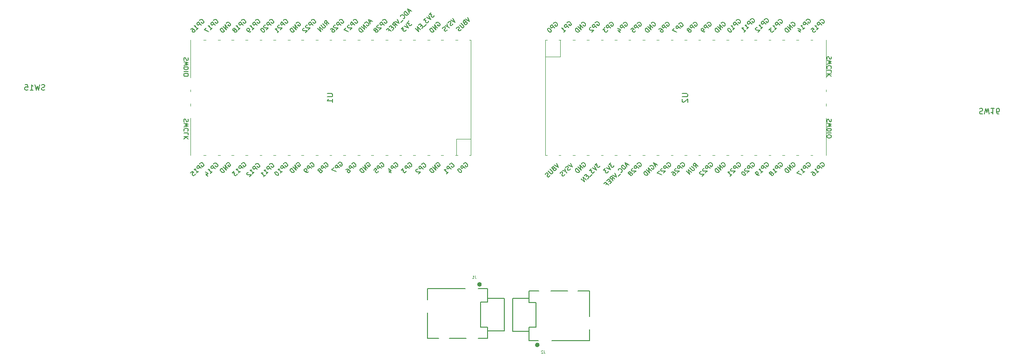
<source format=gbr>
%TF.GenerationSoftware,KiCad,Pcbnew,7.0.0-da2b9df05c~165~ubuntu22.04.1*%
%TF.CreationDate,2023-02-23T10:01:46+01:00*%
%TF.ProjectId,Europe-ergo,4575726f-7065-42d6-9572-676f2e6b6963,rev?*%
%TF.SameCoordinates,Original*%
%TF.FileFunction,Legend,Bot*%
%TF.FilePolarity,Positive*%
%FSLAX46Y46*%
G04 Gerber Fmt 4.6, Leading zero omitted, Abs format (unit mm)*
G04 Created by KiCad (PCBNEW 7.0.0-da2b9df05c~165~ubuntu22.04.1) date 2023-02-23 10:01:46*
%MOMM*%
%LPD*%
G01*
G04 APERTURE LIST*
%ADD10C,0.150000*%
%ADD11C,0.120150*%
%ADD12C,0.400000*%
%ADD13C,0.127000*%
%ADD14C,0.120000*%
%ADD15R,1.600000X1.600000*%
%ADD16O,1.600000X1.600000*%
%ADD17R,1.500000X1.500000*%
%ADD18O,1.500000X1.500000*%
%ADD19R,1.800000X1.800000*%
%ADD20O,1.800000X1.800000*%
%ADD21C,1.700000*%
%ADD22C,4.000000*%
%ADD23C,2.200000*%
%ADD24C,7.500000*%
%ADD25O,1.400000X1.400000*%
%ADD26C,1.400000*%
%ADD27C,1.650000*%
%ADD28R,1.650000X1.650000*%
%ADD29C,1.100000*%
%ADD30R,3.500000X1.700000*%
%ADD31O,1.700000X1.700000*%
%ADD32R,1.700000X1.700000*%
%ADD33R,1.700000X3.500000*%
G04 APERTURE END LIST*
D10*
%TO.C,SW16*%
X397994476Y-54712238D02*
X398137333Y-54664619D01*
X398137333Y-54664619D02*
X398375428Y-54664619D01*
X398375428Y-54664619D02*
X398470666Y-54712238D01*
X398470666Y-54712238D02*
X398518285Y-54759857D01*
X398518285Y-54759857D02*
X398565904Y-54855095D01*
X398565904Y-54855095D02*
X398565904Y-54950333D01*
X398565904Y-54950333D02*
X398518285Y-55045571D01*
X398518285Y-55045571D02*
X398470666Y-55093190D01*
X398470666Y-55093190D02*
X398375428Y-55140809D01*
X398375428Y-55140809D02*
X398184952Y-55188428D01*
X398184952Y-55188428D02*
X398089714Y-55236047D01*
X398089714Y-55236047D02*
X398042095Y-55283666D01*
X398042095Y-55283666D02*
X397994476Y-55378904D01*
X397994476Y-55378904D02*
X397994476Y-55474142D01*
X397994476Y-55474142D02*
X398042095Y-55569380D01*
X398042095Y-55569380D02*
X398089714Y-55617000D01*
X398089714Y-55617000D02*
X398184952Y-55664619D01*
X398184952Y-55664619D02*
X398423047Y-55664619D01*
X398423047Y-55664619D02*
X398565904Y-55617000D01*
X398899238Y-55664619D02*
X399137333Y-54664619D01*
X399137333Y-54664619D02*
X399327809Y-55378904D01*
X399327809Y-55378904D02*
X399518285Y-54664619D01*
X399518285Y-54664619D02*
X399756381Y-55664619D01*
X400661142Y-54664619D02*
X400089714Y-54664619D01*
X400375428Y-54664619D02*
X400375428Y-55664619D01*
X400375428Y-55664619D02*
X400280190Y-55521761D01*
X400280190Y-55521761D02*
X400184952Y-55426523D01*
X400184952Y-55426523D02*
X400089714Y-55378904D01*
X401518285Y-55664619D02*
X401327809Y-55664619D01*
X401327809Y-55664619D02*
X401232571Y-55617000D01*
X401232571Y-55617000D02*
X401184952Y-55569380D01*
X401184952Y-55569380D02*
X401089714Y-55426523D01*
X401089714Y-55426523D02*
X401042095Y-55236047D01*
X401042095Y-55236047D02*
X401042095Y-54855095D01*
X401042095Y-54855095D02*
X401089714Y-54759857D01*
X401089714Y-54759857D02*
X401137333Y-54712238D01*
X401137333Y-54712238D02*
X401232571Y-54664619D01*
X401232571Y-54664619D02*
X401423047Y-54664619D01*
X401423047Y-54664619D02*
X401518285Y-54712238D01*
X401518285Y-54712238D02*
X401565904Y-54759857D01*
X401565904Y-54759857D02*
X401613523Y-54855095D01*
X401613523Y-54855095D02*
X401613523Y-55093190D01*
X401613523Y-55093190D02*
X401565904Y-55188428D01*
X401565904Y-55188428D02*
X401518285Y-55236047D01*
X401518285Y-55236047D02*
X401423047Y-55283666D01*
X401423047Y-55283666D02*
X401232571Y-55283666D01*
X401232571Y-55283666D02*
X401137333Y-55236047D01*
X401137333Y-55236047D02*
X401089714Y-55188428D01*
X401089714Y-55188428D02*
X401042095Y-55093190D01*
%TO.C,SW15*%
X228015523Y-51287761D02*
X227872666Y-51335380D01*
X227872666Y-51335380D02*
X227634571Y-51335380D01*
X227634571Y-51335380D02*
X227539333Y-51287761D01*
X227539333Y-51287761D02*
X227491714Y-51240142D01*
X227491714Y-51240142D02*
X227444095Y-51144904D01*
X227444095Y-51144904D02*
X227444095Y-51049666D01*
X227444095Y-51049666D02*
X227491714Y-50954428D01*
X227491714Y-50954428D02*
X227539333Y-50906809D01*
X227539333Y-50906809D02*
X227634571Y-50859190D01*
X227634571Y-50859190D02*
X227825047Y-50811571D01*
X227825047Y-50811571D02*
X227920285Y-50763952D01*
X227920285Y-50763952D02*
X227967904Y-50716333D01*
X227967904Y-50716333D02*
X228015523Y-50621095D01*
X228015523Y-50621095D02*
X228015523Y-50525857D01*
X228015523Y-50525857D02*
X227967904Y-50430619D01*
X227967904Y-50430619D02*
X227920285Y-50383000D01*
X227920285Y-50383000D02*
X227825047Y-50335380D01*
X227825047Y-50335380D02*
X227586952Y-50335380D01*
X227586952Y-50335380D02*
X227444095Y-50383000D01*
X227110761Y-50335380D02*
X226872666Y-51335380D01*
X226872666Y-51335380D02*
X226682190Y-50621095D01*
X226682190Y-50621095D02*
X226491714Y-51335380D01*
X226491714Y-51335380D02*
X226253619Y-50335380D01*
X225348857Y-51335380D02*
X225920285Y-51335380D01*
X225634571Y-51335380D02*
X225634571Y-50335380D01*
X225634571Y-50335380D02*
X225729809Y-50478238D01*
X225729809Y-50478238D02*
X225825047Y-50573476D01*
X225825047Y-50573476D02*
X225920285Y-50621095D01*
X224444095Y-50335380D02*
X224920285Y-50335380D01*
X224920285Y-50335380D02*
X224967904Y-50811571D01*
X224967904Y-50811571D02*
X224920285Y-50763952D01*
X224920285Y-50763952D02*
X224825047Y-50716333D01*
X224825047Y-50716333D02*
X224586952Y-50716333D01*
X224586952Y-50716333D02*
X224491714Y-50763952D01*
X224491714Y-50763952D02*
X224444095Y-50811571D01*
X224444095Y-50811571D02*
X224396476Y-50906809D01*
X224396476Y-50906809D02*
X224396476Y-51144904D01*
X224396476Y-51144904D02*
X224444095Y-51240142D01*
X224444095Y-51240142D02*
X224491714Y-51287761D01*
X224491714Y-51287761D02*
X224586952Y-51335380D01*
X224586952Y-51335380D02*
X224825047Y-51335380D01*
X224825047Y-51335380D02*
X224920285Y-51287761D01*
X224920285Y-51287761D02*
X224967904Y-51240142D01*
D11*
%TO.C,J2*%
X318755496Y-98759235D02*
X318755496Y-99102519D01*
X318755496Y-99102519D02*
X318778381Y-99171176D01*
X318778381Y-99171176D02*
X318824153Y-99216947D01*
X318824153Y-99216947D02*
X318892809Y-99239833D01*
X318892809Y-99239833D02*
X318938581Y-99239833D01*
X318549525Y-98805006D02*
X318526639Y-98782121D01*
X318526639Y-98782121D02*
X318480868Y-98759235D01*
X318480868Y-98759235D02*
X318366440Y-98759235D01*
X318366440Y-98759235D02*
X318320669Y-98782121D01*
X318320669Y-98782121D02*
X318297783Y-98805006D01*
X318297783Y-98805006D02*
X318274898Y-98850777D01*
X318274898Y-98850777D02*
X318274898Y-98896549D01*
X318274898Y-98896549D02*
X318297783Y-98965205D01*
X318297783Y-98965205D02*
X318572411Y-99239833D01*
X318572411Y-99239833D02*
X318274898Y-99239833D01*
D10*
%TO.C,U1*%
X279367380Y-51963095D02*
X280176904Y-51963095D01*
X280176904Y-51963095D02*
X280272142Y-52010714D01*
X280272142Y-52010714D02*
X280319761Y-52058333D01*
X280319761Y-52058333D02*
X280367380Y-52153571D01*
X280367380Y-52153571D02*
X280367380Y-52344047D01*
X280367380Y-52344047D02*
X280319761Y-52439285D01*
X280319761Y-52439285D02*
X280272142Y-52486904D01*
X280272142Y-52486904D02*
X280176904Y-52534523D01*
X280176904Y-52534523D02*
X279367380Y-52534523D01*
X280367380Y-53534523D02*
X280367380Y-52963095D01*
X280367380Y-53248809D02*
X279367380Y-53248809D01*
X279367380Y-53248809D02*
X279510238Y-53153571D01*
X279510238Y-53153571D02*
X279605476Y-53058333D01*
X279605476Y-53058333D02*
X279653095Y-52963095D01*
X254055809Y-56615475D02*
X254093904Y-56729761D01*
X254093904Y-56729761D02*
X254093904Y-56920237D01*
X254093904Y-56920237D02*
X254055809Y-56996428D01*
X254055809Y-56996428D02*
X254017714Y-57034523D01*
X254017714Y-57034523D02*
X253941523Y-57072618D01*
X253941523Y-57072618D02*
X253865333Y-57072618D01*
X253865333Y-57072618D02*
X253789142Y-57034523D01*
X253789142Y-57034523D02*
X253751047Y-56996428D01*
X253751047Y-56996428D02*
X253712952Y-56920237D01*
X253712952Y-56920237D02*
X253674857Y-56767856D01*
X253674857Y-56767856D02*
X253636761Y-56691666D01*
X253636761Y-56691666D02*
X253598666Y-56653571D01*
X253598666Y-56653571D02*
X253522476Y-56615475D01*
X253522476Y-56615475D02*
X253446285Y-56615475D01*
X253446285Y-56615475D02*
X253370095Y-56653571D01*
X253370095Y-56653571D02*
X253332000Y-56691666D01*
X253332000Y-56691666D02*
X253293904Y-56767856D01*
X253293904Y-56767856D02*
X253293904Y-56958333D01*
X253293904Y-56958333D02*
X253332000Y-57072618D01*
X253293904Y-57339285D02*
X254093904Y-57529761D01*
X254093904Y-57529761D02*
X253522476Y-57682142D01*
X253522476Y-57682142D02*
X254093904Y-57834523D01*
X254093904Y-57834523D02*
X253293904Y-58025000D01*
X254017714Y-58786905D02*
X254055809Y-58748809D01*
X254055809Y-58748809D02*
X254093904Y-58634524D01*
X254093904Y-58634524D02*
X254093904Y-58558333D01*
X254093904Y-58558333D02*
X254055809Y-58444047D01*
X254055809Y-58444047D02*
X253979619Y-58367857D01*
X253979619Y-58367857D02*
X253903428Y-58329762D01*
X253903428Y-58329762D02*
X253751047Y-58291666D01*
X253751047Y-58291666D02*
X253636761Y-58291666D01*
X253636761Y-58291666D02*
X253484380Y-58329762D01*
X253484380Y-58329762D02*
X253408190Y-58367857D01*
X253408190Y-58367857D02*
X253332000Y-58444047D01*
X253332000Y-58444047D02*
X253293904Y-58558333D01*
X253293904Y-58558333D02*
X253293904Y-58634524D01*
X253293904Y-58634524D02*
X253332000Y-58748809D01*
X253332000Y-58748809D02*
X253370095Y-58786905D01*
X254093904Y-59510714D02*
X254093904Y-59129762D01*
X254093904Y-59129762D02*
X253293904Y-59129762D01*
X254093904Y-59777381D02*
X253293904Y-59777381D01*
X254093904Y-60234524D02*
X253636761Y-59891666D01*
X253293904Y-60234524D02*
X253751047Y-59777381D01*
X271452509Y-64774638D02*
X271479446Y-64693826D01*
X271479446Y-64693826D02*
X271560258Y-64613014D01*
X271560258Y-64613014D02*
X271668008Y-64559139D01*
X271668008Y-64559139D02*
X271775758Y-64559139D01*
X271775758Y-64559139D02*
X271856570Y-64586077D01*
X271856570Y-64586077D02*
X271991257Y-64666889D01*
X271991257Y-64666889D02*
X272072069Y-64747701D01*
X272072069Y-64747701D02*
X272152881Y-64882388D01*
X272152881Y-64882388D02*
X272179819Y-64963200D01*
X272179819Y-64963200D02*
X272179819Y-65070950D01*
X272179819Y-65070950D02*
X272125944Y-65178699D01*
X272125944Y-65178699D02*
X272072069Y-65232574D01*
X272072069Y-65232574D02*
X271964319Y-65286449D01*
X271964319Y-65286449D02*
X271910445Y-65286449D01*
X271910445Y-65286449D02*
X271721883Y-65097887D01*
X271721883Y-65097887D02*
X271829632Y-64990138D01*
X271721883Y-65582760D02*
X271156197Y-65017075D01*
X271156197Y-65017075D02*
X270940698Y-65232574D01*
X270940698Y-65232574D02*
X270913761Y-65313386D01*
X270913761Y-65313386D02*
X270913761Y-65367261D01*
X270913761Y-65367261D02*
X270940698Y-65448073D01*
X270940698Y-65448073D02*
X271021510Y-65528886D01*
X271021510Y-65528886D02*
X271102323Y-65555823D01*
X271102323Y-65555823D02*
X271156197Y-65555823D01*
X271156197Y-65555823D02*
X271237010Y-65528886D01*
X271237010Y-65528886D02*
X271452509Y-65313386D01*
X270859886Y-66444757D02*
X271183135Y-66121508D01*
X271021510Y-66283133D02*
X270455825Y-65717447D01*
X270455825Y-65717447D02*
X270590512Y-65744385D01*
X270590512Y-65744385D02*
X270698261Y-65744385D01*
X270698261Y-65744385D02*
X270779074Y-65717447D01*
X269944014Y-66229258D02*
X269890139Y-66283133D01*
X269890139Y-66283133D02*
X269863202Y-66363945D01*
X269863202Y-66363945D02*
X269863202Y-66417820D01*
X269863202Y-66417820D02*
X269890139Y-66498632D01*
X269890139Y-66498632D02*
X269970951Y-66633319D01*
X269970951Y-66633319D02*
X270105638Y-66768006D01*
X270105638Y-66768006D02*
X270240326Y-66848818D01*
X270240326Y-66848818D02*
X270321138Y-66875756D01*
X270321138Y-66875756D02*
X270375013Y-66875756D01*
X270375013Y-66875756D02*
X270455825Y-66848818D01*
X270455825Y-66848818D02*
X270509700Y-66794944D01*
X270509700Y-66794944D02*
X270536637Y-66714131D01*
X270536637Y-66714131D02*
X270536637Y-66660257D01*
X270536637Y-66660257D02*
X270509700Y-66579444D01*
X270509700Y-66579444D02*
X270428887Y-66444757D01*
X270428887Y-66444757D02*
X270294200Y-66310070D01*
X270294200Y-66310070D02*
X270159513Y-66229258D01*
X270159513Y-66229258D02*
X270078701Y-66202321D01*
X270078701Y-66202321D02*
X270024826Y-66202321D01*
X270024826Y-66202321D02*
X269944014Y-66229258D01*
X302201883Y-38197390D02*
X302579006Y-38951637D01*
X302579006Y-38951637D02*
X301824759Y-38574513D01*
X302201883Y-39274886D02*
X302148008Y-39382635D01*
X302148008Y-39382635D02*
X302013321Y-39517322D01*
X302013321Y-39517322D02*
X301932509Y-39544260D01*
X301932509Y-39544260D02*
X301878634Y-39544260D01*
X301878634Y-39544260D02*
X301797822Y-39517322D01*
X301797822Y-39517322D02*
X301743947Y-39463447D01*
X301743947Y-39463447D02*
X301717010Y-39382635D01*
X301717010Y-39382635D02*
X301717010Y-39328760D01*
X301717010Y-39328760D02*
X301743947Y-39247948D01*
X301743947Y-39247948D02*
X301824759Y-39113261D01*
X301824759Y-39113261D02*
X301851697Y-39032449D01*
X301851697Y-39032449D02*
X301851697Y-38978574D01*
X301851697Y-38978574D02*
X301824759Y-38897762D01*
X301824759Y-38897762D02*
X301770884Y-38843887D01*
X301770884Y-38843887D02*
X301690072Y-38816950D01*
X301690072Y-38816950D02*
X301636197Y-38816950D01*
X301636197Y-38816950D02*
X301555385Y-38843887D01*
X301555385Y-38843887D02*
X301420698Y-38978574D01*
X301420698Y-38978574D02*
X301366823Y-39086324D01*
X301286011Y-39705884D02*
X301555385Y-39975258D01*
X301178261Y-39221011D02*
X301286011Y-39705884D01*
X301286011Y-39705884D02*
X300801138Y-39598135D01*
X301178262Y-40298507D02*
X301124387Y-40406256D01*
X301124387Y-40406256D02*
X300989700Y-40540943D01*
X300989700Y-40540943D02*
X300908888Y-40567881D01*
X300908888Y-40567881D02*
X300855013Y-40567881D01*
X300855013Y-40567881D02*
X300774201Y-40540943D01*
X300774201Y-40540943D02*
X300720326Y-40487069D01*
X300720326Y-40487069D02*
X300693388Y-40406256D01*
X300693388Y-40406256D02*
X300693388Y-40352382D01*
X300693388Y-40352382D02*
X300720326Y-40271569D01*
X300720326Y-40271569D02*
X300801138Y-40136882D01*
X300801138Y-40136882D02*
X300828075Y-40056070D01*
X300828075Y-40056070D02*
X300828075Y-40002195D01*
X300828075Y-40002195D02*
X300801138Y-39921383D01*
X300801138Y-39921383D02*
X300747263Y-39867508D01*
X300747263Y-39867508D02*
X300666451Y-39840571D01*
X300666451Y-39840571D02*
X300612576Y-39840571D01*
X300612576Y-39840571D02*
X300531764Y-39867508D01*
X300531764Y-39867508D02*
X300397077Y-40002195D01*
X300397077Y-40002195D02*
X300343202Y-40109945D01*
X276532509Y-38666638D02*
X276559446Y-38585826D01*
X276559446Y-38585826D02*
X276640258Y-38505014D01*
X276640258Y-38505014D02*
X276748008Y-38451139D01*
X276748008Y-38451139D02*
X276855758Y-38451139D01*
X276855758Y-38451139D02*
X276936570Y-38478077D01*
X276936570Y-38478077D02*
X277071257Y-38558889D01*
X277071257Y-38558889D02*
X277152069Y-38639701D01*
X277152069Y-38639701D02*
X277232881Y-38774388D01*
X277232881Y-38774388D02*
X277259819Y-38855200D01*
X277259819Y-38855200D02*
X277259819Y-38962950D01*
X277259819Y-38962950D02*
X277205944Y-39070699D01*
X277205944Y-39070699D02*
X277152069Y-39124574D01*
X277152069Y-39124574D02*
X277044319Y-39178449D01*
X277044319Y-39178449D02*
X276990445Y-39178449D01*
X276990445Y-39178449D02*
X276801883Y-38989887D01*
X276801883Y-38989887D02*
X276909632Y-38882138D01*
X276801883Y-39474760D02*
X276236197Y-38909075D01*
X276236197Y-38909075D02*
X276020698Y-39124574D01*
X276020698Y-39124574D02*
X275993761Y-39205386D01*
X275993761Y-39205386D02*
X275993761Y-39259261D01*
X275993761Y-39259261D02*
X276020698Y-39340073D01*
X276020698Y-39340073D02*
X276101510Y-39420886D01*
X276101510Y-39420886D02*
X276182323Y-39447823D01*
X276182323Y-39447823D02*
X276236197Y-39447823D01*
X276236197Y-39447823D02*
X276317010Y-39420886D01*
X276317010Y-39420886D02*
X276532509Y-39205386D01*
X275751324Y-39501698D02*
X275697449Y-39501698D01*
X275697449Y-39501698D02*
X275616637Y-39528635D01*
X275616637Y-39528635D02*
X275481950Y-39663322D01*
X275481950Y-39663322D02*
X275455013Y-39744134D01*
X275455013Y-39744134D02*
X275455013Y-39798009D01*
X275455013Y-39798009D02*
X275481950Y-39878821D01*
X275481950Y-39878821D02*
X275535825Y-39932696D01*
X275535825Y-39932696D02*
X275643574Y-39986571D01*
X275643574Y-39986571D02*
X276290072Y-39986571D01*
X276290072Y-39986571D02*
X275939886Y-40336757D01*
X275212576Y-40040446D02*
X275158701Y-40040446D01*
X275158701Y-40040446D02*
X275077889Y-40067383D01*
X275077889Y-40067383D02*
X274943202Y-40202070D01*
X274943202Y-40202070D02*
X274916264Y-40282883D01*
X274916264Y-40282883D02*
X274916264Y-40336757D01*
X274916264Y-40336757D02*
X274943202Y-40417570D01*
X274943202Y-40417570D02*
X274997077Y-40471444D01*
X274997077Y-40471444D02*
X275104826Y-40525319D01*
X275104826Y-40525319D02*
X275751324Y-40525319D01*
X275751324Y-40525319D02*
X275401138Y-40875505D01*
X263832509Y-64774638D02*
X263859446Y-64693826D01*
X263859446Y-64693826D02*
X263940258Y-64613014D01*
X263940258Y-64613014D02*
X264048008Y-64559139D01*
X264048008Y-64559139D02*
X264155758Y-64559139D01*
X264155758Y-64559139D02*
X264236570Y-64586077D01*
X264236570Y-64586077D02*
X264371257Y-64666889D01*
X264371257Y-64666889D02*
X264452069Y-64747701D01*
X264452069Y-64747701D02*
X264532881Y-64882388D01*
X264532881Y-64882388D02*
X264559819Y-64963200D01*
X264559819Y-64963200D02*
X264559819Y-65070950D01*
X264559819Y-65070950D02*
X264505944Y-65178699D01*
X264505944Y-65178699D02*
X264452069Y-65232574D01*
X264452069Y-65232574D02*
X264344319Y-65286449D01*
X264344319Y-65286449D02*
X264290445Y-65286449D01*
X264290445Y-65286449D02*
X264101883Y-65097887D01*
X264101883Y-65097887D02*
X264209632Y-64990138D01*
X264101883Y-65582760D02*
X263536197Y-65017075D01*
X263536197Y-65017075D02*
X263320698Y-65232574D01*
X263320698Y-65232574D02*
X263293761Y-65313386D01*
X263293761Y-65313386D02*
X263293761Y-65367261D01*
X263293761Y-65367261D02*
X263320698Y-65448073D01*
X263320698Y-65448073D02*
X263401510Y-65528886D01*
X263401510Y-65528886D02*
X263482323Y-65555823D01*
X263482323Y-65555823D02*
X263536197Y-65555823D01*
X263536197Y-65555823D02*
X263617010Y-65528886D01*
X263617010Y-65528886D02*
X263832509Y-65313386D01*
X263239886Y-66444757D02*
X263563135Y-66121508D01*
X263401510Y-66283133D02*
X262835825Y-65717447D01*
X262835825Y-65717447D02*
X262970512Y-65744385D01*
X262970512Y-65744385D02*
X263078261Y-65744385D01*
X263078261Y-65744385D02*
X263159074Y-65717447D01*
X262485638Y-66067634D02*
X262135452Y-66417820D01*
X262135452Y-66417820D02*
X262539513Y-66444757D01*
X262539513Y-66444757D02*
X262458701Y-66525570D01*
X262458701Y-66525570D02*
X262431764Y-66606382D01*
X262431764Y-66606382D02*
X262431764Y-66660257D01*
X262431764Y-66660257D02*
X262458701Y-66741069D01*
X262458701Y-66741069D02*
X262593388Y-66875756D01*
X262593388Y-66875756D02*
X262674200Y-66902693D01*
X262674200Y-66902693D02*
X262728075Y-66902693D01*
X262728075Y-66902693D02*
X262808887Y-66875756D01*
X262808887Y-66875756D02*
X262970512Y-66714131D01*
X262970512Y-66714131D02*
X262997449Y-66633319D01*
X262997449Y-66633319D02*
X262997449Y-66579444D01*
X276263134Y-64790013D02*
X276290072Y-64709201D01*
X276290072Y-64709201D02*
X276370884Y-64628388D01*
X276370884Y-64628388D02*
X276478633Y-64574514D01*
X276478633Y-64574514D02*
X276586383Y-64574514D01*
X276586383Y-64574514D02*
X276667195Y-64601451D01*
X276667195Y-64601451D02*
X276801882Y-64682263D01*
X276801882Y-64682263D02*
X276882695Y-64763075D01*
X276882695Y-64763075D02*
X276963507Y-64897762D01*
X276963507Y-64897762D02*
X276990444Y-64978575D01*
X276990444Y-64978575D02*
X276990444Y-65086324D01*
X276990444Y-65086324D02*
X276936569Y-65194074D01*
X276936569Y-65194074D02*
X276882695Y-65247949D01*
X276882695Y-65247949D02*
X276774945Y-65301823D01*
X276774945Y-65301823D02*
X276721070Y-65301823D01*
X276721070Y-65301823D02*
X276532508Y-65113262D01*
X276532508Y-65113262D02*
X276640258Y-65005512D01*
X276532508Y-65598135D02*
X275966823Y-65032449D01*
X275966823Y-65032449D02*
X275751324Y-65247949D01*
X275751324Y-65247949D02*
X275724386Y-65328761D01*
X275724386Y-65328761D02*
X275724386Y-65382636D01*
X275724386Y-65382636D02*
X275751324Y-65463448D01*
X275751324Y-65463448D02*
X275832136Y-65544260D01*
X275832136Y-65544260D02*
X275912948Y-65571197D01*
X275912948Y-65571197D02*
X275966823Y-65571197D01*
X275966823Y-65571197D02*
X276047635Y-65544260D01*
X276047635Y-65544260D02*
X276263134Y-65328761D01*
X275939885Y-66190758D02*
X275832136Y-66298507D01*
X275832136Y-66298507D02*
X275751324Y-66325445D01*
X275751324Y-66325445D02*
X275697449Y-66325445D01*
X275697449Y-66325445D02*
X275562762Y-66298507D01*
X275562762Y-66298507D02*
X275428075Y-66217695D01*
X275428075Y-66217695D02*
X275212576Y-66002196D01*
X275212576Y-66002196D02*
X275185638Y-65921384D01*
X275185638Y-65921384D02*
X275185638Y-65867509D01*
X275185638Y-65867509D02*
X275212576Y-65786697D01*
X275212576Y-65786697D02*
X275320325Y-65678947D01*
X275320325Y-65678947D02*
X275401137Y-65652010D01*
X275401137Y-65652010D02*
X275455012Y-65652010D01*
X275455012Y-65652010D02*
X275535824Y-65678947D01*
X275535824Y-65678947D02*
X275670511Y-65813634D01*
X275670511Y-65813634D02*
X275697449Y-65894446D01*
X275697449Y-65894446D02*
X275697449Y-65948321D01*
X275697449Y-65948321D02*
X275670511Y-66029133D01*
X275670511Y-66029133D02*
X275562762Y-66136883D01*
X275562762Y-66136883D02*
X275481950Y-66163820D01*
X275481950Y-66163820D02*
X275428075Y-66163820D01*
X275428075Y-66163820D02*
X275347263Y-66136883D01*
X296583134Y-64890013D02*
X296610072Y-64809201D01*
X296610072Y-64809201D02*
X296690884Y-64728388D01*
X296690884Y-64728388D02*
X296798633Y-64674514D01*
X296798633Y-64674514D02*
X296906383Y-64674514D01*
X296906383Y-64674514D02*
X296987195Y-64701451D01*
X296987195Y-64701451D02*
X297121882Y-64782263D01*
X297121882Y-64782263D02*
X297202695Y-64863075D01*
X297202695Y-64863075D02*
X297283507Y-64997762D01*
X297283507Y-64997762D02*
X297310444Y-65078575D01*
X297310444Y-65078575D02*
X297310444Y-65186324D01*
X297310444Y-65186324D02*
X297256569Y-65294074D01*
X297256569Y-65294074D02*
X297202695Y-65347949D01*
X297202695Y-65347949D02*
X297094945Y-65401823D01*
X297094945Y-65401823D02*
X297041070Y-65401823D01*
X297041070Y-65401823D02*
X296852508Y-65213262D01*
X296852508Y-65213262D02*
X296960258Y-65105512D01*
X296852508Y-65698135D02*
X296286823Y-65132449D01*
X296286823Y-65132449D02*
X296071324Y-65347949D01*
X296071324Y-65347949D02*
X296044386Y-65428761D01*
X296044386Y-65428761D02*
X296044386Y-65482636D01*
X296044386Y-65482636D02*
X296071324Y-65563448D01*
X296071324Y-65563448D02*
X296152136Y-65644260D01*
X296152136Y-65644260D02*
X296232948Y-65671197D01*
X296232948Y-65671197D02*
X296286823Y-65671197D01*
X296286823Y-65671197D02*
X296367635Y-65644260D01*
X296367635Y-65644260D02*
X296583134Y-65428761D01*
X295801950Y-65725072D02*
X295748075Y-65725072D01*
X295748075Y-65725072D02*
X295667263Y-65752010D01*
X295667263Y-65752010D02*
X295532576Y-65886697D01*
X295532576Y-65886697D02*
X295505638Y-65967509D01*
X295505638Y-65967509D02*
X295505638Y-66021384D01*
X295505638Y-66021384D02*
X295532576Y-66102196D01*
X295532576Y-66102196D02*
X295586450Y-66156071D01*
X295586450Y-66156071D02*
X295694200Y-66209945D01*
X295694200Y-66209945D02*
X296340698Y-66209945D01*
X296340698Y-66209945D02*
X295990511Y-66560132D01*
X294485690Y-36831704D02*
X294216316Y-37101078D01*
X294701189Y-36939454D02*
X293946942Y-36562330D01*
X293946942Y-36562330D02*
X294324066Y-37316578D01*
X294135504Y-37505139D02*
X293569819Y-36939454D01*
X293569819Y-36939454D02*
X293435132Y-37074141D01*
X293435132Y-37074141D02*
X293381257Y-37181890D01*
X293381257Y-37181890D02*
X293381257Y-37289640D01*
X293381257Y-37289640D02*
X293408194Y-37370452D01*
X293408194Y-37370452D02*
X293489006Y-37505139D01*
X293489006Y-37505139D02*
X293569819Y-37585951D01*
X293569819Y-37585951D02*
X293704506Y-37666764D01*
X293704506Y-37666764D02*
X293785318Y-37693701D01*
X293785318Y-37693701D02*
X293893067Y-37693701D01*
X293893067Y-37693701D02*
X294000817Y-37639826D01*
X294000817Y-37639826D02*
X294135504Y-37505139D01*
X293192695Y-38340199D02*
X293246570Y-38340199D01*
X293246570Y-38340199D02*
X293354319Y-38286324D01*
X293354319Y-38286324D02*
X293408194Y-38232449D01*
X293408194Y-38232449D02*
X293462069Y-38124699D01*
X293462069Y-38124699D02*
X293462069Y-38016950D01*
X293462069Y-38016950D02*
X293435132Y-37936138D01*
X293435132Y-37936138D02*
X293354319Y-37801451D01*
X293354319Y-37801451D02*
X293273507Y-37720638D01*
X293273507Y-37720638D02*
X293138820Y-37639826D01*
X293138820Y-37639826D02*
X293058008Y-37612889D01*
X293058008Y-37612889D02*
X292950258Y-37612889D01*
X292950258Y-37612889D02*
X292842509Y-37666764D01*
X292842509Y-37666764D02*
X292788634Y-37720638D01*
X292788634Y-37720638D02*
X292734759Y-37828388D01*
X292734759Y-37828388D02*
X292734759Y-37882263D01*
X293192695Y-38555698D02*
X292761696Y-38986696D01*
X292088261Y-38421011D02*
X292465385Y-39175258D01*
X292465385Y-39175258D02*
X291711138Y-38798135D01*
X291765013Y-39875630D02*
X291684201Y-39417695D01*
X292088262Y-39552382D02*
X291522576Y-38986696D01*
X291522576Y-38986696D02*
X291307077Y-39202195D01*
X291307077Y-39202195D02*
X291280139Y-39283008D01*
X291280139Y-39283008D02*
X291280139Y-39336882D01*
X291280139Y-39336882D02*
X291307077Y-39417695D01*
X291307077Y-39417695D02*
X291387889Y-39498507D01*
X291387889Y-39498507D02*
X291468701Y-39525444D01*
X291468701Y-39525444D02*
X291522576Y-39525444D01*
X291522576Y-39525444D02*
X291603388Y-39498507D01*
X291603388Y-39498507D02*
X291818888Y-39283008D01*
X291226265Y-39821756D02*
X291037703Y-40010317D01*
X291253202Y-40387441D02*
X291522576Y-40118067D01*
X291522576Y-40118067D02*
X290956891Y-39552382D01*
X290956891Y-39552382D02*
X290687517Y-39821756D01*
X290525892Y-40522128D02*
X290714454Y-40333567D01*
X291010765Y-40629878D02*
X290445080Y-40064193D01*
X290445080Y-40064193D02*
X290175706Y-40333567D01*
X258752509Y-64820638D02*
X258779446Y-64739826D01*
X258779446Y-64739826D02*
X258860258Y-64659014D01*
X258860258Y-64659014D02*
X258968008Y-64605139D01*
X258968008Y-64605139D02*
X259075758Y-64605139D01*
X259075758Y-64605139D02*
X259156570Y-64632077D01*
X259156570Y-64632077D02*
X259291257Y-64712889D01*
X259291257Y-64712889D02*
X259372069Y-64793701D01*
X259372069Y-64793701D02*
X259452881Y-64928388D01*
X259452881Y-64928388D02*
X259479819Y-65009200D01*
X259479819Y-65009200D02*
X259479819Y-65116950D01*
X259479819Y-65116950D02*
X259425944Y-65224699D01*
X259425944Y-65224699D02*
X259372069Y-65278574D01*
X259372069Y-65278574D02*
X259264319Y-65332449D01*
X259264319Y-65332449D02*
X259210445Y-65332449D01*
X259210445Y-65332449D02*
X259021883Y-65143887D01*
X259021883Y-65143887D02*
X259129632Y-65036138D01*
X259021883Y-65628760D02*
X258456197Y-65063075D01*
X258456197Y-65063075D02*
X258240698Y-65278574D01*
X258240698Y-65278574D02*
X258213761Y-65359386D01*
X258213761Y-65359386D02*
X258213761Y-65413261D01*
X258213761Y-65413261D02*
X258240698Y-65494073D01*
X258240698Y-65494073D02*
X258321510Y-65574886D01*
X258321510Y-65574886D02*
X258402323Y-65601823D01*
X258402323Y-65601823D02*
X258456197Y-65601823D01*
X258456197Y-65601823D02*
X258537010Y-65574886D01*
X258537010Y-65574886D02*
X258752509Y-65359386D01*
X258159886Y-66490757D02*
X258483135Y-66167508D01*
X258321510Y-66329133D02*
X257755825Y-65763447D01*
X257755825Y-65763447D02*
X257890512Y-65790385D01*
X257890512Y-65790385D02*
X257998261Y-65790385D01*
X257998261Y-65790385D02*
X258079074Y-65763447D01*
X257297889Y-66598507D02*
X257675013Y-66975631D01*
X257217077Y-66248321D02*
X257755825Y-66517695D01*
X257755825Y-66517695D02*
X257405638Y-66867881D01*
X263832509Y-38666638D02*
X263859446Y-38585826D01*
X263859446Y-38585826D02*
X263940258Y-38505014D01*
X263940258Y-38505014D02*
X264048008Y-38451139D01*
X264048008Y-38451139D02*
X264155758Y-38451139D01*
X264155758Y-38451139D02*
X264236570Y-38478077D01*
X264236570Y-38478077D02*
X264371257Y-38558889D01*
X264371257Y-38558889D02*
X264452069Y-38639701D01*
X264452069Y-38639701D02*
X264532881Y-38774388D01*
X264532881Y-38774388D02*
X264559819Y-38855200D01*
X264559819Y-38855200D02*
X264559819Y-38962950D01*
X264559819Y-38962950D02*
X264505944Y-39070699D01*
X264505944Y-39070699D02*
X264452069Y-39124574D01*
X264452069Y-39124574D02*
X264344319Y-39178449D01*
X264344319Y-39178449D02*
X264290445Y-39178449D01*
X264290445Y-39178449D02*
X264101883Y-38989887D01*
X264101883Y-38989887D02*
X264209632Y-38882138D01*
X264101883Y-39474760D02*
X263536197Y-38909075D01*
X263536197Y-38909075D02*
X263320698Y-39124574D01*
X263320698Y-39124574D02*
X263293761Y-39205386D01*
X263293761Y-39205386D02*
X263293761Y-39259261D01*
X263293761Y-39259261D02*
X263320698Y-39340073D01*
X263320698Y-39340073D02*
X263401510Y-39420886D01*
X263401510Y-39420886D02*
X263482323Y-39447823D01*
X263482323Y-39447823D02*
X263536197Y-39447823D01*
X263536197Y-39447823D02*
X263617010Y-39420886D01*
X263617010Y-39420886D02*
X263832509Y-39205386D01*
X263239886Y-40336757D02*
X263563135Y-40013508D01*
X263401510Y-40175133D02*
X262835825Y-39609447D01*
X262835825Y-39609447D02*
X262970512Y-39636385D01*
X262970512Y-39636385D02*
X263078261Y-39636385D01*
X263078261Y-39636385D02*
X263159074Y-39609447D01*
X262593388Y-40336757D02*
X262620326Y-40255945D01*
X262620326Y-40255945D02*
X262620326Y-40202070D01*
X262620326Y-40202070D02*
X262593388Y-40121258D01*
X262593388Y-40121258D02*
X262566451Y-40094321D01*
X262566451Y-40094321D02*
X262485638Y-40067383D01*
X262485638Y-40067383D02*
X262431764Y-40067383D01*
X262431764Y-40067383D02*
X262350951Y-40094321D01*
X262350951Y-40094321D02*
X262243202Y-40202070D01*
X262243202Y-40202070D02*
X262216264Y-40282883D01*
X262216264Y-40282883D02*
X262216264Y-40336757D01*
X262216264Y-40336757D02*
X262243202Y-40417570D01*
X262243202Y-40417570D02*
X262270139Y-40444507D01*
X262270139Y-40444507D02*
X262350951Y-40471444D01*
X262350951Y-40471444D02*
X262404826Y-40471444D01*
X262404826Y-40471444D02*
X262485638Y-40444507D01*
X262485638Y-40444507D02*
X262593388Y-40336757D01*
X262593388Y-40336757D02*
X262674200Y-40309820D01*
X262674200Y-40309820D02*
X262728075Y-40309820D01*
X262728075Y-40309820D02*
X262808887Y-40336757D01*
X262808887Y-40336757D02*
X262916637Y-40444507D01*
X262916637Y-40444507D02*
X262943574Y-40525319D01*
X262943574Y-40525319D02*
X262943574Y-40579194D01*
X262943574Y-40579194D02*
X262916637Y-40660006D01*
X262916637Y-40660006D02*
X262808887Y-40767756D01*
X262808887Y-40767756D02*
X262728075Y-40794693D01*
X262728075Y-40794693D02*
X262674200Y-40794693D01*
X262674200Y-40794693D02*
X262593388Y-40767756D01*
X262593388Y-40767756D02*
X262485638Y-40660006D01*
X262485638Y-40660006D02*
X262458701Y-40579194D01*
X262458701Y-40579194D02*
X262458701Y-40525319D01*
X262458701Y-40525319D02*
X262485638Y-40444507D01*
X279355351Y-39515292D02*
X279274539Y-39057356D01*
X279678600Y-39192043D02*
X279112914Y-38626358D01*
X279112914Y-38626358D02*
X278897415Y-38841857D01*
X278897415Y-38841857D02*
X278870478Y-38922669D01*
X278870478Y-38922669D02*
X278870478Y-38976544D01*
X278870478Y-38976544D02*
X278897415Y-39057356D01*
X278897415Y-39057356D02*
X278978227Y-39138168D01*
X278978227Y-39138168D02*
X279059040Y-39165106D01*
X279059040Y-39165106D02*
X279112914Y-39165106D01*
X279112914Y-39165106D02*
X279193727Y-39138168D01*
X279193727Y-39138168D02*
X279409226Y-38922669D01*
X278547229Y-39192043D02*
X279005165Y-39649979D01*
X279005165Y-39649979D02*
X279032102Y-39730791D01*
X279032102Y-39730791D02*
X279032102Y-39784666D01*
X279032102Y-39784666D02*
X279005165Y-39865478D01*
X279005165Y-39865478D02*
X278897415Y-39973228D01*
X278897415Y-39973228D02*
X278816603Y-40000165D01*
X278816603Y-40000165D02*
X278762728Y-40000165D01*
X278762728Y-40000165D02*
X278681916Y-39973228D01*
X278681916Y-39973228D02*
X278223980Y-39515292D01*
X278520292Y-40350351D02*
X277954606Y-39784666D01*
X277954606Y-39784666D02*
X278197043Y-40673600D01*
X278197043Y-40673600D02*
X277631358Y-40107915D01*
X256212509Y-38666638D02*
X256239446Y-38585826D01*
X256239446Y-38585826D02*
X256320258Y-38505014D01*
X256320258Y-38505014D02*
X256428008Y-38451139D01*
X256428008Y-38451139D02*
X256535758Y-38451139D01*
X256535758Y-38451139D02*
X256616570Y-38478077D01*
X256616570Y-38478077D02*
X256751257Y-38558889D01*
X256751257Y-38558889D02*
X256832069Y-38639701D01*
X256832069Y-38639701D02*
X256912881Y-38774388D01*
X256912881Y-38774388D02*
X256939819Y-38855200D01*
X256939819Y-38855200D02*
X256939819Y-38962950D01*
X256939819Y-38962950D02*
X256885944Y-39070699D01*
X256885944Y-39070699D02*
X256832069Y-39124574D01*
X256832069Y-39124574D02*
X256724319Y-39178449D01*
X256724319Y-39178449D02*
X256670445Y-39178449D01*
X256670445Y-39178449D02*
X256481883Y-38989887D01*
X256481883Y-38989887D02*
X256589632Y-38882138D01*
X256481883Y-39474760D02*
X255916197Y-38909075D01*
X255916197Y-38909075D02*
X255700698Y-39124574D01*
X255700698Y-39124574D02*
X255673761Y-39205386D01*
X255673761Y-39205386D02*
X255673761Y-39259261D01*
X255673761Y-39259261D02*
X255700698Y-39340073D01*
X255700698Y-39340073D02*
X255781510Y-39420886D01*
X255781510Y-39420886D02*
X255862323Y-39447823D01*
X255862323Y-39447823D02*
X255916197Y-39447823D01*
X255916197Y-39447823D02*
X255997010Y-39420886D01*
X255997010Y-39420886D02*
X256212509Y-39205386D01*
X255619886Y-40336757D02*
X255943135Y-40013508D01*
X255781510Y-40175133D02*
X255215825Y-39609447D01*
X255215825Y-39609447D02*
X255350512Y-39636385D01*
X255350512Y-39636385D02*
X255458261Y-39636385D01*
X255458261Y-39636385D02*
X255539074Y-39609447D01*
X254569327Y-40255945D02*
X254677077Y-40148196D01*
X254677077Y-40148196D02*
X254757889Y-40121258D01*
X254757889Y-40121258D02*
X254811764Y-40121258D01*
X254811764Y-40121258D02*
X254946451Y-40148196D01*
X254946451Y-40148196D02*
X255081138Y-40229008D01*
X255081138Y-40229008D02*
X255296637Y-40444507D01*
X255296637Y-40444507D02*
X255323574Y-40525319D01*
X255323574Y-40525319D02*
X255323574Y-40579194D01*
X255323574Y-40579194D02*
X255296637Y-40660006D01*
X255296637Y-40660006D02*
X255188887Y-40767756D01*
X255188887Y-40767756D02*
X255108075Y-40794693D01*
X255108075Y-40794693D02*
X255054200Y-40794693D01*
X255054200Y-40794693D02*
X254973388Y-40767756D01*
X254973388Y-40767756D02*
X254838701Y-40633069D01*
X254838701Y-40633069D02*
X254811764Y-40552257D01*
X254811764Y-40552257D02*
X254811764Y-40498382D01*
X254811764Y-40498382D02*
X254838701Y-40417570D01*
X254838701Y-40417570D02*
X254946451Y-40309820D01*
X254946451Y-40309820D02*
X255027263Y-40282883D01*
X255027263Y-40282883D02*
X255081138Y-40282883D01*
X255081138Y-40282883D02*
X255161950Y-40309820D01*
X281373134Y-64690013D02*
X281400072Y-64609201D01*
X281400072Y-64609201D02*
X281480884Y-64528388D01*
X281480884Y-64528388D02*
X281588633Y-64474514D01*
X281588633Y-64474514D02*
X281696383Y-64474514D01*
X281696383Y-64474514D02*
X281777195Y-64501451D01*
X281777195Y-64501451D02*
X281911882Y-64582263D01*
X281911882Y-64582263D02*
X281992695Y-64663075D01*
X281992695Y-64663075D02*
X282073507Y-64797762D01*
X282073507Y-64797762D02*
X282100444Y-64878575D01*
X282100444Y-64878575D02*
X282100444Y-64986324D01*
X282100444Y-64986324D02*
X282046569Y-65094074D01*
X282046569Y-65094074D02*
X281992695Y-65147949D01*
X281992695Y-65147949D02*
X281884945Y-65201823D01*
X281884945Y-65201823D02*
X281831070Y-65201823D01*
X281831070Y-65201823D02*
X281642508Y-65013262D01*
X281642508Y-65013262D02*
X281750258Y-64905512D01*
X281642508Y-65498135D02*
X281076823Y-64932449D01*
X281076823Y-64932449D02*
X280861324Y-65147949D01*
X280861324Y-65147949D02*
X280834386Y-65228761D01*
X280834386Y-65228761D02*
X280834386Y-65282636D01*
X280834386Y-65282636D02*
X280861324Y-65363448D01*
X280861324Y-65363448D02*
X280942136Y-65444260D01*
X280942136Y-65444260D02*
X281022948Y-65471197D01*
X281022948Y-65471197D02*
X281076823Y-65471197D01*
X281076823Y-65471197D02*
X281157635Y-65444260D01*
X281157635Y-65444260D02*
X281373134Y-65228761D01*
X280565012Y-65444260D02*
X280187889Y-65821384D01*
X280187889Y-65821384D02*
X280996011Y-66144632D01*
X278803134Y-64790013D02*
X278830072Y-64709201D01*
X278830072Y-64709201D02*
X278910884Y-64628388D01*
X278910884Y-64628388D02*
X279018633Y-64574514D01*
X279018633Y-64574514D02*
X279126383Y-64574514D01*
X279126383Y-64574514D02*
X279207195Y-64601451D01*
X279207195Y-64601451D02*
X279341882Y-64682263D01*
X279341882Y-64682263D02*
X279422695Y-64763075D01*
X279422695Y-64763075D02*
X279503507Y-64897762D01*
X279503507Y-64897762D02*
X279530444Y-64978575D01*
X279530444Y-64978575D02*
X279530444Y-65086324D01*
X279530444Y-65086324D02*
X279476569Y-65194074D01*
X279476569Y-65194074D02*
X279422695Y-65247949D01*
X279422695Y-65247949D02*
X279314945Y-65301823D01*
X279314945Y-65301823D02*
X279261070Y-65301823D01*
X279261070Y-65301823D02*
X279072508Y-65113262D01*
X279072508Y-65113262D02*
X279180258Y-65005512D01*
X279072508Y-65598135D02*
X278506823Y-65032449D01*
X278506823Y-65032449D02*
X278291324Y-65247949D01*
X278291324Y-65247949D02*
X278264386Y-65328761D01*
X278264386Y-65328761D02*
X278264386Y-65382636D01*
X278264386Y-65382636D02*
X278291324Y-65463448D01*
X278291324Y-65463448D02*
X278372136Y-65544260D01*
X278372136Y-65544260D02*
X278452948Y-65571197D01*
X278452948Y-65571197D02*
X278506823Y-65571197D01*
X278506823Y-65571197D02*
X278587635Y-65544260D01*
X278587635Y-65544260D02*
X278803134Y-65328761D01*
X278102762Y-65921384D02*
X278129699Y-65840571D01*
X278129699Y-65840571D02*
X278129699Y-65786697D01*
X278129699Y-65786697D02*
X278102762Y-65705884D01*
X278102762Y-65705884D02*
X278075824Y-65678947D01*
X278075824Y-65678947D02*
X277995012Y-65652010D01*
X277995012Y-65652010D02*
X277941137Y-65652010D01*
X277941137Y-65652010D02*
X277860325Y-65678947D01*
X277860325Y-65678947D02*
X277752576Y-65786697D01*
X277752576Y-65786697D02*
X277725638Y-65867509D01*
X277725638Y-65867509D02*
X277725638Y-65921384D01*
X277725638Y-65921384D02*
X277752576Y-66002196D01*
X277752576Y-66002196D02*
X277779513Y-66029133D01*
X277779513Y-66029133D02*
X277860325Y-66056071D01*
X277860325Y-66056071D02*
X277914200Y-66056071D01*
X277914200Y-66056071D02*
X277995012Y-66029133D01*
X277995012Y-66029133D02*
X278102762Y-65921384D01*
X278102762Y-65921384D02*
X278183574Y-65894446D01*
X278183574Y-65894446D02*
X278237449Y-65894446D01*
X278237449Y-65894446D02*
X278318261Y-65921384D01*
X278318261Y-65921384D02*
X278426011Y-66029133D01*
X278426011Y-66029133D02*
X278452948Y-66109945D01*
X278452948Y-66109945D02*
X278452948Y-66163820D01*
X278452948Y-66163820D02*
X278426011Y-66244632D01*
X278426011Y-66244632D02*
X278318261Y-66352382D01*
X278318261Y-66352382D02*
X278237449Y-66379319D01*
X278237449Y-66379319D02*
X278183574Y-66379319D01*
X278183574Y-66379319D02*
X278102762Y-66352382D01*
X278102762Y-66352382D02*
X277995012Y-66244632D01*
X277995012Y-66244632D02*
X277968075Y-66163820D01*
X277968075Y-66163820D02*
X277968075Y-66109945D01*
X277968075Y-66109945D02*
X277995012Y-66029133D01*
X284142509Y-38666638D02*
X284169446Y-38585826D01*
X284169446Y-38585826D02*
X284250258Y-38505014D01*
X284250258Y-38505014D02*
X284358008Y-38451139D01*
X284358008Y-38451139D02*
X284465758Y-38451139D01*
X284465758Y-38451139D02*
X284546570Y-38478077D01*
X284546570Y-38478077D02*
X284681257Y-38558889D01*
X284681257Y-38558889D02*
X284762069Y-38639701D01*
X284762069Y-38639701D02*
X284842881Y-38774388D01*
X284842881Y-38774388D02*
X284869819Y-38855200D01*
X284869819Y-38855200D02*
X284869819Y-38962950D01*
X284869819Y-38962950D02*
X284815944Y-39070699D01*
X284815944Y-39070699D02*
X284762069Y-39124574D01*
X284762069Y-39124574D02*
X284654319Y-39178449D01*
X284654319Y-39178449D02*
X284600445Y-39178449D01*
X284600445Y-39178449D02*
X284411883Y-38989887D01*
X284411883Y-38989887D02*
X284519632Y-38882138D01*
X284411883Y-39474760D02*
X283846197Y-38909075D01*
X283846197Y-38909075D02*
X283630698Y-39124574D01*
X283630698Y-39124574D02*
X283603761Y-39205386D01*
X283603761Y-39205386D02*
X283603761Y-39259261D01*
X283603761Y-39259261D02*
X283630698Y-39340073D01*
X283630698Y-39340073D02*
X283711510Y-39420886D01*
X283711510Y-39420886D02*
X283792323Y-39447823D01*
X283792323Y-39447823D02*
X283846197Y-39447823D01*
X283846197Y-39447823D02*
X283927010Y-39420886D01*
X283927010Y-39420886D02*
X284142509Y-39205386D01*
X283361324Y-39501698D02*
X283307449Y-39501698D01*
X283307449Y-39501698D02*
X283226637Y-39528635D01*
X283226637Y-39528635D02*
X283091950Y-39663322D01*
X283091950Y-39663322D02*
X283065013Y-39744134D01*
X283065013Y-39744134D02*
X283065013Y-39798009D01*
X283065013Y-39798009D02*
X283091950Y-39878821D01*
X283091950Y-39878821D02*
X283145825Y-39932696D01*
X283145825Y-39932696D02*
X283253574Y-39986571D01*
X283253574Y-39986571D02*
X283900072Y-39986571D01*
X283900072Y-39986571D02*
X283549886Y-40336757D01*
X282795638Y-39959634D02*
X282418515Y-40336757D01*
X282418515Y-40336757D02*
X283226637Y-40660006D01*
X261050072Y-64763076D02*
X261077009Y-64682263D01*
X261077009Y-64682263D02*
X261157821Y-64601451D01*
X261157821Y-64601451D02*
X261265571Y-64547576D01*
X261265571Y-64547576D02*
X261373320Y-64547576D01*
X261373320Y-64547576D02*
X261454133Y-64574514D01*
X261454133Y-64574514D02*
X261588820Y-64655326D01*
X261588820Y-64655326D02*
X261669632Y-64736138D01*
X261669632Y-64736138D02*
X261750444Y-64870825D01*
X261750444Y-64870825D02*
X261777381Y-64951637D01*
X261777381Y-64951637D02*
X261777381Y-65059387D01*
X261777381Y-65059387D02*
X261723507Y-65167137D01*
X261723507Y-65167137D02*
X261669632Y-65221011D01*
X261669632Y-65221011D02*
X261561882Y-65274886D01*
X261561882Y-65274886D02*
X261508007Y-65274886D01*
X261508007Y-65274886D02*
X261319446Y-65086324D01*
X261319446Y-65086324D02*
X261427195Y-64978575D01*
X261319446Y-65571198D02*
X260753760Y-65005512D01*
X260753760Y-65005512D02*
X260996197Y-65894446D01*
X260996197Y-65894446D02*
X260430511Y-65328761D01*
X260726823Y-66163820D02*
X260161137Y-65598135D01*
X260161137Y-65598135D02*
X260026450Y-65732822D01*
X260026450Y-65732822D02*
X259972576Y-65840571D01*
X259972576Y-65840571D02*
X259972576Y-65948321D01*
X259972576Y-65948321D02*
X259999513Y-66029133D01*
X259999513Y-66029133D02*
X260080325Y-66163820D01*
X260080325Y-66163820D02*
X260161137Y-66244632D01*
X260161137Y-66244632D02*
X260295824Y-66325445D01*
X260295824Y-66325445D02*
X260376637Y-66352382D01*
X260376637Y-66352382D02*
X260484386Y-66352382D01*
X260484386Y-66352382D02*
X260592136Y-66298507D01*
X260592136Y-66298507D02*
X260726823Y-66163820D01*
X304203134Y-64790013D02*
X304230072Y-64709201D01*
X304230072Y-64709201D02*
X304310884Y-64628388D01*
X304310884Y-64628388D02*
X304418633Y-64574514D01*
X304418633Y-64574514D02*
X304526383Y-64574514D01*
X304526383Y-64574514D02*
X304607195Y-64601451D01*
X304607195Y-64601451D02*
X304741882Y-64682263D01*
X304741882Y-64682263D02*
X304822695Y-64763075D01*
X304822695Y-64763075D02*
X304903507Y-64897762D01*
X304903507Y-64897762D02*
X304930444Y-64978575D01*
X304930444Y-64978575D02*
X304930444Y-65086324D01*
X304930444Y-65086324D02*
X304876569Y-65194074D01*
X304876569Y-65194074D02*
X304822695Y-65247949D01*
X304822695Y-65247949D02*
X304714945Y-65301823D01*
X304714945Y-65301823D02*
X304661070Y-65301823D01*
X304661070Y-65301823D02*
X304472508Y-65113262D01*
X304472508Y-65113262D02*
X304580258Y-65005512D01*
X304472508Y-65598135D02*
X303906823Y-65032449D01*
X303906823Y-65032449D02*
X303691324Y-65247949D01*
X303691324Y-65247949D02*
X303664386Y-65328761D01*
X303664386Y-65328761D02*
X303664386Y-65382636D01*
X303664386Y-65382636D02*
X303691324Y-65463448D01*
X303691324Y-65463448D02*
X303772136Y-65544260D01*
X303772136Y-65544260D02*
X303852948Y-65571197D01*
X303852948Y-65571197D02*
X303906823Y-65571197D01*
X303906823Y-65571197D02*
X303987635Y-65544260D01*
X303987635Y-65544260D02*
X304203134Y-65328761D01*
X303233388Y-65705884D02*
X303179513Y-65759759D01*
X303179513Y-65759759D02*
X303152576Y-65840571D01*
X303152576Y-65840571D02*
X303152576Y-65894446D01*
X303152576Y-65894446D02*
X303179513Y-65975258D01*
X303179513Y-65975258D02*
X303260325Y-66109945D01*
X303260325Y-66109945D02*
X303395012Y-66244632D01*
X303395012Y-66244632D02*
X303529699Y-66325445D01*
X303529699Y-66325445D02*
X303610511Y-66352382D01*
X303610511Y-66352382D02*
X303664386Y-66352382D01*
X303664386Y-66352382D02*
X303745198Y-66325445D01*
X303745198Y-66325445D02*
X303799073Y-66271570D01*
X303799073Y-66271570D02*
X303826011Y-66190758D01*
X303826011Y-66190758D02*
X303826011Y-66136883D01*
X303826011Y-66136883D02*
X303799073Y-66056071D01*
X303799073Y-66056071D02*
X303718261Y-65921384D01*
X303718261Y-65921384D02*
X303583574Y-65786697D01*
X303583574Y-65786697D02*
X303448887Y-65705884D01*
X303448887Y-65705884D02*
X303368075Y-65678947D01*
X303368075Y-65678947D02*
X303314200Y-65678947D01*
X303314200Y-65678947D02*
X303233388Y-65705884D01*
X256212509Y-64774638D02*
X256239446Y-64693826D01*
X256239446Y-64693826D02*
X256320258Y-64613014D01*
X256320258Y-64613014D02*
X256428008Y-64559139D01*
X256428008Y-64559139D02*
X256535758Y-64559139D01*
X256535758Y-64559139D02*
X256616570Y-64586077D01*
X256616570Y-64586077D02*
X256751257Y-64666889D01*
X256751257Y-64666889D02*
X256832069Y-64747701D01*
X256832069Y-64747701D02*
X256912881Y-64882388D01*
X256912881Y-64882388D02*
X256939819Y-64963200D01*
X256939819Y-64963200D02*
X256939819Y-65070950D01*
X256939819Y-65070950D02*
X256885944Y-65178699D01*
X256885944Y-65178699D02*
X256832069Y-65232574D01*
X256832069Y-65232574D02*
X256724319Y-65286449D01*
X256724319Y-65286449D02*
X256670445Y-65286449D01*
X256670445Y-65286449D02*
X256481883Y-65097887D01*
X256481883Y-65097887D02*
X256589632Y-64990138D01*
X256481883Y-65582760D02*
X255916197Y-65017075D01*
X255916197Y-65017075D02*
X255700698Y-65232574D01*
X255700698Y-65232574D02*
X255673761Y-65313386D01*
X255673761Y-65313386D02*
X255673761Y-65367261D01*
X255673761Y-65367261D02*
X255700698Y-65448073D01*
X255700698Y-65448073D02*
X255781510Y-65528886D01*
X255781510Y-65528886D02*
X255862323Y-65555823D01*
X255862323Y-65555823D02*
X255916197Y-65555823D01*
X255916197Y-65555823D02*
X255997010Y-65528886D01*
X255997010Y-65528886D02*
X256212509Y-65313386D01*
X255619886Y-66444757D02*
X255943135Y-66121508D01*
X255781510Y-66283133D02*
X255215825Y-65717447D01*
X255215825Y-65717447D02*
X255350512Y-65744385D01*
X255350512Y-65744385D02*
X255458261Y-65744385D01*
X255458261Y-65744385D02*
X255539074Y-65717447D01*
X254542390Y-66390883D02*
X254811764Y-66121509D01*
X254811764Y-66121509D02*
X255108075Y-66363945D01*
X255108075Y-66363945D02*
X255054200Y-66363945D01*
X255054200Y-66363945D02*
X254973388Y-66390883D01*
X254973388Y-66390883D02*
X254838701Y-66525570D01*
X254838701Y-66525570D02*
X254811764Y-66606382D01*
X254811764Y-66606382D02*
X254811764Y-66660257D01*
X254811764Y-66660257D02*
X254838701Y-66741069D01*
X254838701Y-66741069D02*
X254973388Y-66875756D01*
X254973388Y-66875756D02*
X255054200Y-66902693D01*
X255054200Y-66902693D02*
X255108075Y-66902693D01*
X255108075Y-66902693D02*
X255188887Y-66875756D01*
X255188887Y-66875756D02*
X255323574Y-66741069D01*
X255323574Y-66741069D02*
X255350512Y-66660257D01*
X255350512Y-66660257D02*
X255350512Y-66606382D01*
X273750072Y-39163076D02*
X273777009Y-39082263D01*
X273777009Y-39082263D02*
X273857821Y-39001451D01*
X273857821Y-39001451D02*
X273965571Y-38947576D01*
X273965571Y-38947576D02*
X274073320Y-38947576D01*
X274073320Y-38947576D02*
X274154133Y-38974514D01*
X274154133Y-38974514D02*
X274288820Y-39055326D01*
X274288820Y-39055326D02*
X274369632Y-39136138D01*
X274369632Y-39136138D02*
X274450444Y-39270825D01*
X274450444Y-39270825D02*
X274477381Y-39351637D01*
X274477381Y-39351637D02*
X274477381Y-39459387D01*
X274477381Y-39459387D02*
X274423507Y-39567137D01*
X274423507Y-39567137D02*
X274369632Y-39621011D01*
X274369632Y-39621011D02*
X274261882Y-39674886D01*
X274261882Y-39674886D02*
X274208007Y-39674886D01*
X274208007Y-39674886D02*
X274019446Y-39486324D01*
X274019446Y-39486324D02*
X274127195Y-39378575D01*
X274019446Y-39971198D02*
X273453760Y-39405512D01*
X273453760Y-39405512D02*
X273696197Y-40294446D01*
X273696197Y-40294446D02*
X273130511Y-39728761D01*
X273426823Y-40563820D02*
X272861137Y-39998135D01*
X272861137Y-39998135D02*
X272726450Y-40132822D01*
X272726450Y-40132822D02*
X272672576Y-40240571D01*
X272672576Y-40240571D02*
X272672576Y-40348321D01*
X272672576Y-40348321D02*
X272699513Y-40429133D01*
X272699513Y-40429133D02*
X272780325Y-40563820D01*
X272780325Y-40563820D02*
X272861137Y-40644632D01*
X272861137Y-40644632D02*
X272995824Y-40725445D01*
X272995824Y-40725445D02*
X273076637Y-40752382D01*
X273076637Y-40752382D02*
X273184386Y-40752382D01*
X273184386Y-40752382D02*
X273292136Y-40698507D01*
X273292136Y-40698507D02*
X273426823Y-40563820D01*
X268912509Y-38666638D02*
X268939446Y-38585826D01*
X268939446Y-38585826D02*
X269020258Y-38505014D01*
X269020258Y-38505014D02*
X269128008Y-38451139D01*
X269128008Y-38451139D02*
X269235758Y-38451139D01*
X269235758Y-38451139D02*
X269316570Y-38478077D01*
X269316570Y-38478077D02*
X269451257Y-38558889D01*
X269451257Y-38558889D02*
X269532069Y-38639701D01*
X269532069Y-38639701D02*
X269612881Y-38774388D01*
X269612881Y-38774388D02*
X269639819Y-38855200D01*
X269639819Y-38855200D02*
X269639819Y-38962950D01*
X269639819Y-38962950D02*
X269585944Y-39070699D01*
X269585944Y-39070699D02*
X269532069Y-39124574D01*
X269532069Y-39124574D02*
X269424319Y-39178449D01*
X269424319Y-39178449D02*
X269370445Y-39178449D01*
X269370445Y-39178449D02*
X269181883Y-38989887D01*
X269181883Y-38989887D02*
X269289632Y-38882138D01*
X269181883Y-39474760D02*
X268616197Y-38909075D01*
X268616197Y-38909075D02*
X268400698Y-39124574D01*
X268400698Y-39124574D02*
X268373761Y-39205386D01*
X268373761Y-39205386D02*
X268373761Y-39259261D01*
X268373761Y-39259261D02*
X268400698Y-39340073D01*
X268400698Y-39340073D02*
X268481510Y-39420886D01*
X268481510Y-39420886D02*
X268562323Y-39447823D01*
X268562323Y-39447823D02*
X268616197Y-39447823D01*
X268616197Y-39447823D02*
X268697010Y-39420886D01*
X268697010Y-39420886D02*
X268912509Y-39205386D01*
X268131324Y-39501698D02*
X268077449Y-39501698D01*
X268077449Y-39501698D02*
X267996637Y-39528635D01*
X267996637Y-39528635D02*
X267861950Y-39663322D01*
X267861950Y-39663322D02*
X267835013Y-39744134D01*
X267835013Y-39744134D02*
X267835013Y-39798009D01*
X267835013Y-39798009D02*
X267861950Y-39878821D01*
X267861950Y-39878821D02*
X267915825Y-39932696D01*
X267915825Y-39932696D02*
X268023574Y-39986571D01*
X268023574Y-39986571D02*
X268670072Y-39986571D01*
X268670072Y-39986571D02*
X268319886Y-40336757D01*
X267404014Y-40121258D02*
X267350139Y-40175133D01*
X267350139Y-40175133D02*
X267323202Y-40255945D01*
X267323202Y-40255945D02*
X267323202Y-40309820D01*
X267323202Y-40309820D02*
X267350139Y-40390632D01*
X267350139Y-40390632D02*
X267430951Y-40525319D01*
X267430951Y-40525319D02*
X267565638Y-40660006D01*
X267565638Y-40660006D02*
X267700326Y-40740818D01*
X267700326Y-40740818D02*
X267781138Y-40767756D01*
X267781138Y-40767756D02*
X267835013Y-40767756D01*
X267835013Y-40767756D02*
X267915825Y-40740818D01*
X267915825Y-40740818D02*
X267969700Y-40686944D01*
X267969700Y-40686944D02*
X267996637Y-40606131D01*
X267996637Y-40606131D02*
X267996637Y-40552257D01*
X267996637Y-40552257D02*
X267969700Y-40471444D01*
X267969700Y-40471444D02*
X267888887Y-40336757D01*
X267888887Y-40336757D02*
X267754200Y-40202070D01*
X267754200Y-40202070D02*
X267619513Y-40121258D01*
X267619513Y-40121258D02*
X267538701Y-40094321D01*
X267538701Y-40094321D02*
X267484826Y-40094321D01*
X267484826Y-40094321D02*
X267404014Y-40121258D01*
X299150072Y-39163076D02*
X299177009Y-39082263D01*
X299177009Y-39082263D02*
X299257821Y-39001451D01*
X299257821Y-39001451D02*
X299365571Y-38947576D01*
X299365571Y-38947576D02*
X299473320Y-38947576D01*
X299473320Y-38947576D02*
X299554133Y-38974514D01*
X299554133Y-38974514D02*
X299688820Y-39055326D01*
X299688820Y-39055326D02*
X299769632Y-39136138D01*
X299769632Y-39136138D02*
X299850444Y-39270825D01*
X299850444Y-39270825D02*
X299877381Y-39351637D01*
X299877381Y-39351637D02*
X299877381Y-39459387D01*
X299877381Y-39459387D02*
X299823507Y-39567137D01*
X299823507Y-39567137D02*
X299769632Y-39621011D01*
X299769632Y-39621011D02*
X299661882Y-39674886D01*
X299661882Y-39674886D02*
X299608007Y-39674886D01*
X299608007Y-39674886D02*
X299419446Y-39486324D01*
X299419446Y-39486324D02*
X299527195Y-39378575D01*
X299419446Y-39971198D02*
X298853760Y-39405512D01*
X298853760Y-39405512D02*
X299096197Y-40294446D01*
X299096197Y-40294446D02*
X298530511Y-39728761D01*
X298826823Y-40563820D02*
X298261137Y-39998135D01*
X298261137Y-39998135D02*
X298126450Y-40132822D01*
X298126450Y-40132822D02*
X298072576Y-40240571D01*
X298072576Y-40240571D02*
X298072576Y-40348321D01*
X298072576Y-40348321D02*
X298099513Y-40429133D01*
X298099513Y-40429133D02*
X298180325Y-40563820D01*
X298180325Y-40563820D02*
X298261137Y-40644632D01*
X298261137Y-40644632D02*
X298395824Y-40725445D01*
X298395824Y-40725445D02*
X298476637Y-40752382D01*
X298476637Y-40752382D02*
X298584386Y-40752382D01*
X298584386Y-40752382D02*
X298692136Y-40698507D01*
X298692136Y-40698507D02*
X298826823Y-40563820D01*
X266372509Y-64920638D02*
X266399446Y-64839826D01*
X266399446Y-64839826D02*
X266480258Y-64759014D01*
X266480258Y-64759014D02*
X266588008Y-64705139D01*
X266588008Y-64705139D02*
X266695758Y-64705139D01*
X266695758Y-64705139D02*
X266776570Y-64732077D01*
X266776570Y-64732077D02*
X266911257Y-64812889D01*
X266911257Y-64812889D02*
X266992069Y-64893701D01*
X266992069Y-64893701D02*
X267072881Y-65028388D01*
X267072881Y-65028388D02*
X267099819Y-65109200D01*
X267099819Y-65109200D02*
X267099819Y-65216950D01*
X267099819Y-65216950D02*
X267045944Y-65324699D01*
X267045944Y-65324699D02*
X266992069Y-65378574D01*
X266992069Y-65378574D02*
X266884319Y-65432449D01*
X266884319Y-65432449D02*
X266830445Y-65432449D01*
X266830445Y-65432449D02*
X266641883Y-65243887D01*
X266641883Y-65243887D02*
X266749632Y-65136138D01*
X266641883Y-65728760D02*
X266076197Y-65163075D01*
X266076197Y-65163075D02*
X265860698Y-65378574D01*
X265860698Y-65378574D02*
X265833761Y-65459386D01*
X265833761Y-65459386D02*
X265833761Y-65513261D01*
X265833761Y-65513261D02*
X265860698Y-65594073D01*
X265860698Y-65594073D02*
X265941510Y-65674886D01*
X265941510Y-65674886D02*
X266022323Y-65701823D01*
X266022323Y-65701823D02*
X266076197Y-65701823D01*
X266076197Y-65701823D02*
X266157010Y-65674886D01*
X266157010Y-65674886D02*
X266372509Y-65459386D01*
X265779886Y-66590757D02*
X266103135Y-66267508D01*
X265941510Y-66429133D02*
X265375825Y-65863447D01*
X265375825Y-65863447D02*
X265510512Y-65890385D01*
X265510512Y-65890385D02*
X265618261Y-65890385D01*
X265618261Y-65890385D02*
X265699074Y-65863447D01*
X265052576Y-66294446D02*
X264998701Y-66294446D01*
X264998701Y-66294446D02*
X264917889Y-66321383D01*
X264917889Y-66321383D02*
X264783202Y-66456070D01*
X264783202Y-66456070D02*
X264756264Y-66536883D01*
X264756264Y-66536883D02*
X264756264Y-66590757D01*
X264756264Y-66590757D02*
X264783202Y-66671570D01*
X264783202Y-66671570D02*
X264837077Y-66725444D01*
X264837077Y-66725444D02*
X264944826Y-66779319D01*
X264944826Y-66779319D02*
X265591324Y-66779319D01*
X265591324Y-66779319D02*
X265241138Y-67129505D01*
X261050072Y-39163076D02*
X261077009Y-39082263D01*
X261077009Y-39082263D02*
X261157821Y-39001451D01*
X261157821Y-39001451D02*
X261265571Y-38947576D01*
X261265571Y-38947576D02*
X261373320Y-38947576D01*
X261373320Y-38947576D02*
X261454133Y-38974514D01*
X261454133Y-38974514D02*
X261588820Y-39055326D01*
X261588820Y-39055326D02*
X261669632Y-39136138D01*
X261669632Y-39136138D02*
X261750444Y-39270825D01*
X261750444Y-39270825D02*
X261777381Y-39351637D01*
X261777381Y-39351637D02*
X261777381Y-39459387D01*
X261777381Y-39459387D02*
X261723507Y-39567137D01*
X261723507Y-39567137D02*
X261669632Y-39621011D01*
X261669632Y-39621011D02*
X261561882Y-39674886D01*
X261561882Y-39674886D02*
X261508007Y-39674886D01*
X261508007Y-39674886D02*
X261319446Y-39486324D01*
X261319446Y-39486324D02*
X261427195Y-39378575D01*
X261319446Y-39971198D02*
X260753760Y-39405512D01*
X260753760Y-39405512D02*
X260996197Y-40294446D01*
X260996197Y-40294446D02*
X260430511Y-39728761D01*
X260726823Y-40563820D02*
X260161137Y-39998135D01*
X260161137Y-39998135D02*
X260026450Y-40132822D01*
X260026450Y-40132822D02*
X259972576Y-40240571D01*
X259972576Y-40240571D02*
X259972576Y-40348321D01*
X259972576Y-40348321D02*
X259999513Y-40429133D01*
X259999513Y-40429133D02*
X260080325Y-40563820D01*
X260080325Y-40563820D02*
X260161137Y-40644632D01*
X260161137Y-40644632D02*
X260295824Y-40725445D01*
X260295824Y-40725445D02*
X260376637Y-40752382D01*
X260376637Y-40752382D02*
X260484386Y-40752382D01*
X260484386Y-40752382D02*
X260592136Y-40698507D01*
X260592136Y-40698507D02*
X260726823Y-40563820D01*
X294043134Y-64790013D02*
X294070072Y-64709201D01*
X294070072Y-64709201D02*
X294150884Y-64628388D01*
X294150884Y-64628388D02*
X294258633Y-64574514D01*
X294258633Y-64574514D02*
X294366383Y-64574514D01*
X294366383Y-64574514D02*
X294447195Y-64601451D01*
X294447195Y-64601451D02*
X294581882Y-64682263D01*
X294581882Y-64682263D02*
X294662695Y-64763075D01*
X294662695Y-64763075D02*
X294743507Y-64897762D01*
X294743507Y-64897762D02*
X294770444Y-64978575D01*
X294770444Y-64978575D02*
X294770444Y-65086324D01*
X294770444Y-65086324D02*
X294716569Y-65194074D01*
X294716569Y-65194074D02*
X294662695Y-65247949D01*
X294662695Y-65247949D02*
X294554945Y-65301823D01*
X294554945Y-65301823D02*
X294501070Y-65301823D01*
X294501070Y-65301823D02*
X294312508Y-65113262D01*
X294312508Y-65113262D02*
X294420258Y-65005512D01*
X294312508Y-65598135D02*
X293746823Y-65032449D01*
X293746823Y-65032449D02*
X293531324Y-65247949D01*
X293531324Y-65247949D02*
X293504386Y-65328761D01*
X293504386Y-65328761D02*
X293504386Y-65382636D01*
X293504386Y-65382636D02*
X293531324Y-65463448D01*
X293531324Y-65463448D02*
X293612136Y-65544260D01*
X293612136Y-65544260D02*
X293692948Y-65571197D01*
X293692948Y-65571197D02*
X293746823Y-65571197D01*
X293746823Y-65571197D02*
X293827635Y-65544260D01*
X293827635Y-65544260D02*
X294043134Y-65328761D01*
X293235012Y-65544260D02*
X292884826Y-65894446D01*
X292884826Y-65894446D02*
X293288887Y-65921384D01*
X293288887Y-65921384D02*
X293208075Y-66002196D01*
X293208075Y-66002196D02*
X293181137Y-66083008D01*
X293181137Y-66083008D02*
X293181137Y-66136883D01*
X293181137Y-66136883D02*
X293208075Y-66217695D01*
X293208075Y-66217695D02*
X293342762Y-66352382D01*
X293342762Y-66352382D02*
X293423574Y-66379319D01*
X293423574Y-66379319D02*
X293477449Y-66379319D01*
X293477449Y-66379319D02*
X293558261Y-66352382D01*
X293558261Y-66352382D02*
X293719885Y-66190758D01*
X293719885Y-66190758D02*
X293746823Y-66109945D01*
X293746823Y-66109945D02*
X293746823Y-66056071D01*
X266372509Y-38666638D02*
X266399446Y-38585826D01*
X266399446Y-38585826D02*
X266480258Y-38505014D01*
X266480258Y-38505014D02*
X266588008Y-38451139D01*
X266588008Y-38451139D02*
X266695758Y-38451139D01*
X266695758Y-38451139D02*
X266776570Y-38478077D01*
X266776570Y-38478077D02*
X266911257Y-38558889D01*
X266911257Y-38558889D02*
X266992069Y-38639701D01*
X266992069Y-38639701D02*
X267072881Y-38774388D01*
X267072881Y-38774388D02*
X267099819Y-38855200D01*
X267099819Y-38855200D02*
X267099819Y-38962950D01*
X267099819Y-38962950D02*
X267045944Y-39070699D01*
X267045944Y-39070699D02*
X266992069Y-39124574D01*
X266992069Y-39124574D02*
X266884319Y-39178449D01*
X266884319Y-39178449D02*
X266830445Y-39178449D01*
X266830445Y-39178449D02*
X266641883Y-38989887D01*
X266641883Y-38989887D02*
X266749632Y-38882138D01*
X266641883Y-39474760D02*
X266076197Y-38909075D01*
X266076197Y-38909075D02*
X265860698Y-39124574D01*
X265860698Y-39124574D02*
X265833761Y-39205386D01*
X265833761Y-39205386D02*
X265833761Y-39259261D01*
X265833761Y-39259261D02*
X265860698Y-39340073D01*
X265860698Y-39340073D02*
X265941510Y-39420886D01*
X265941510Y-39420886D02*
X266022323Y-39447823D01*
X266022323Y-39447823D02*
X266076197Y-39447823D01*
X266076197Y-39447823D02*
X266157010Y-39420886D01*
X266157010Y-39420886D02*
X266372509Y-39205386D01*
X265779886Y-40336757D02*
X266103135Y-40013508D01*
X265941510Y-40175133D02*
X265375825Y-39609447D01*
X265375825Y-39609447D02*
X265510512Y-39636385D01*
X265510512Y-39636385D02*
X265618261Y-39636385D01*
X265618261Y-39636385D02*
X265699074Y-39609447D01*
X265510512Y-40606131D02*
X265402762Y-40713881D01*
X265402762Y-40713881D02*
X265321950Y-40740818D01*
X265321950Y-40740818D02*
X265268075Y-40740818D01*
X265268075Y-40740818D02*
X265133388Y-40713881D01*
X265133388Y-40713881D02*
X264998701Y-40633069D01*
X264998701Y-40633069D02*
X264783202Y-40417570D01*
X264783202Y-40417570D02*
X264756264Y-40336757D01*
X264756264Y-40336757D02*
X264756264Y-40282883D01*
X264756264Y-40282883D02*
X264783202Y-40202070D01*
X264783202Y-40202070D02*
X264890951Y-40094321D01*
X264890951Y-40094321D02*
X264971764Y-40067383D01*
X264971764Y-40067383D02*
X265025638Y-40067383D01*
X265025638Y-40067383D02*
X265106451Y-40094321D01*
X265106451Y-40094321D02*
X265241138Y-40229008D01*
X265241138Y-40229008D02*
X265268075Y-40309820D01*
X265268075Y-40309820D02*
X265268075Y-40363695D01*
X265268075Y-40363695D02*
X265241138Y-40444507D01*
X265241138Y-40444507D02*
X265133388Y-40552257D01*
X265133388Y-40552257D02*
X265052576Y-40579194D01*
X265052576Y-40579194D02*
X264998701Y-40579194D01*
X264998701Y-40579194D02*
X264917889Y-40552257D01*
X271442509Y-38666638D02*
X271469446Y-38585826D01*
X271469446Y-38585826D02*
X271550258Y-38505014D01*
X271550258Y-38505014D02*
X271658008Y-38451139D01*
X271658008Y-38451139D02*
X271765758Y-38451139D01*
X271765758Y-38451139D02*
X271846570Y-38478077D01*
X271846570Y-38478077D02*
X271981257Y-38558889D01*
X271981257Y-38558889D02*
X272062069Y-38639701D01*
X272062069Y-38639701D02*
X272142881Y-38774388D01*
X272142881Y-38774388D02*
X272169819Y-38855200D01*
X272169819Y-38855200D02*
X272169819Y-38962950D01*
X272169819Y-38962950D02*
X272115944Y-39070699D01*
X272115944Y-39070699D02*
X272062069Y-39124574D01*
X272062069Y-39124574D02*
X271954319Y-39178449D01*
X271954319Y-39178449D02*
X271900445Y-39178449D01*
X271900445Y-39178449D02*
X271711883Y-38989887D01*
X271711883Y-38989887D02*
X271819632Y-38882138D01*
X271711883Y-39474760D02*
X271146197Y-38909075D01*
X271146197Y-38909075D02*
X270930698Y-39124574D01*
X270930698Y-39124574D02*
X270903761Y-39205386D01*
X270903761Y-39205386D02*
X270903761Y-39259261D01*
X270903761Y-39259261D02*
X270930698Y-39340073D01*
X270930698Y-39340073D02*
X271011510Y-39420886D01*
X271011510Y-39420886D02*
X271092323Y-39447823D01*
X271092323Y-39447823D02*
X271146197Y-39447823D01*
X271146197Y-39447823D02*
X271227010Y-39420886D01*
X271227010Y-39420886D02*
X271442509Y-39205386D01*
X270661324Y-39501698D02*
X270607449Y-39501698D01*
X270607449Y-39501698D02*
X270526637Y-39528635D01*
X270526637Y-39528635D02*
X270391950Y-39663322D01*
X270391950Y-39663322D02*
X270365013Y-39744134D01*
X270365013Y-39744134D02*
X270365013Y-39798009D01*
X270365013Y-39798009D02*
X270391950Y-39878821D01*
X270391950Y-39878821D02*
X270445825Y-39932696D01*
X270445825Y-39932696D02*
X270553574Y-39986571D01*
X270553574Y-39986571D02*
X271200072Y-39986571D01*
X271200072Y-39986571D02*
X270849886Y-40336757D01*
X270311138Y-40875505D02*
X270634387Y-40552257D01*
X270472762Y-40713881D02*
X269907077Y-40148196D01*
X269907077Y-40148196D02*
X270041764Y-40175133D01*
X270041764Y-40175133D02*
X270149513Y-40175133D01*
X270149513Y-40175133D02*
X270230326Y-40148196D01*
X298310224Y-37199048D02*
X297960038Y-37549234D01*
X297960038Y-37549234D02*
X298364099Y-37576172D01*
X298364099Y-37576172D02*
X298283287Y-37656984D01*
X298283287Y-37656984D02*
X298256350Y-37737796D01*
X298256350Y-37737796D02*
X298256350Y-37791671D01*
X298256350Y-37791671D02*
X298283287Y-37872483D01*
X298283287Y-37872483D02*
X298417974Y-38007170D01*
X298417974Y-38007170D02*
X298498786Y-38034107D01*
X298498786Y-38034107D02*
X298552661Y-38034107D01*
X298552661Y-38034107D02*
X298633473Y-38007170D01*
X298633473Y-38007170D02*
X298795098Y-37845546D01*
X298795098Y-37845546D02*
X298822035Y-37764733D01*
X298822035Y-37764733D02*
X298822035Y-37710859D01*
X297798414Y-37710859D02*
X298175537Y-38465106D01*
X298175537Y-38465106D02*
X297421290Y-38087982D01*
X297286603Y-38222669D02*
X296936417Y-38572855D01*
X296936417Y-38572855D02*
X297340478Y-38599793D01*
X297340478Y-38599793D02*
X297259666Y-38680605D01*
X297259666Y-38680605D02*
X297232728Y-38761417D01*
X297232728Y-38761417D02*
X297232728Y-38815292D01*
X297232728Y-38815292D02*
X297259666Y-38896104D01*
X297259666Y-38896104D02*
X297394353Y-39030791D01*
X297394353Y-39030791D02*
X297475165Y-39057729D01*
X297475165Y-39057729D02*
X297529040Y-39057729D01*
X297529040Y-39057729D02*
X297609852Y-39030791D01*
X297609852Y-39030791D02*
X297771476Y-38869167D01*
X297771476Y-38869167D02*
X297798414Y-38788355D01*
X297798414Y-38788355D02*
X297798414Y-38734480D01*
X297448227Y-39300165D02*
X297017229Y-39731164D01*
X296532356Y-39515665D02*
X296343794Y-39704226D01*
X296559293Y-40081350D02*
X296828667Y-39811976D01*
X296828667Y-39811976D02*
X296262982Y-39246291D01*
X296262982Y-39246291D02*
X295993608Y-39515665D01*
X296316856Y-40323787D02*
X295751171Y-39758102D01*
X295751171Y-39758102D02*
X295993607Y-40647036D01*
X295993607Y-40647036D02*
X295427922Y-40081350D01*
X254055809Y-45429761D02*
X254093904Y-45544047D01*
X254093904Y-45544047D02*
X254093904Y-45734523D01*
X254093904Y-45734523D02*
X254055809Y-45810714D01*
X254055809Y-45810714D02*
X254017714Y-45848809D01*
X254017714Y-45848809D02*
X253941523Y-45886904D01*
X253941523Y-45886904D02*
X253865333Y-45886904D01*
X253865333Y-45886904D02*
X253789142Y-45848809D01*
X253789142Y-45848809D02*
X253751047Y-45810714D01*
X253751047Y-45810714D02*
X253712952Y-45734523D01*
X253712952Y-45734523D02*
X253674857Y-45582142D01*
X253674857Y-45582142D02*
X253636761Y-45505952D01*
X253636761Y-45505952D02*
X253598666Y-45467857D01*
X253598666Y-45467857D02*
X253522476Y-45429761D01*
X253522476Y-45429761D02*
X253446285Y-45429761D01*
X253446285Y-45429761D02*
X253370095Y-45467857D01*
X253370095Y-45467857D02*
X253332000Y-45505952D01*
X253332000Y-45505952D02*
X253293904Y-45582142D01*
X253293904Y-45582142D02*
X253293904Y-45772619D01*
X253293904Y-45772619D02*
X253332000Y-45886904D01*
X253293904Y-46153571D02*
X254093904Y-46344047D01*
X254093904Y-46344047D02*
X253522476Y-46496428D01*
X253522476Y-46496428D02*
X254093904Y-46648809D01*
X254093904Y-46648809D02*
X253293904Y-46839286D01*
X254093904Y-47144048D02*
X253293904Y-47144048D01*
X253293904Y-47144048D02*
X253293904Y-47334524D01*
X253293904Y-47334524D02*
X253332000Y-47448810D01*
X253332000Y-47448810D02*
X253408190Y-47525000D01*
X253408190Y-47525000D02*
X253484380Y-47563095D01*
X253484380Y-47563095D02*
X253636761Y-47601191D01*
X253636761Y-47601191D02*
X253751047Y-47601191D01*
X253751047Y-47601191D02*
X253903428Y-47563095D01*
X253903428Y-47563095D02*
X253979619Y-47525000D01*
X253979619Y-47525000D02*
X254055809Y-47448810D01*
X254055809Y-47448810D02*
X254093904Y-47334524D01*
X254093904Y-47334524D02*
X254093904Y-47144048D01*
X254093904Y-47944048D02*
X253293904Y-47944048D01*
X253293904Y-48477381D02*
X253293904Y-48629762D01*
X253293904Y-48629762D02*
X253332000Y-48705952D01*
X253332000Y-48705952D02*
X253408190Y-48782143D01*
X253408190Y-48782143D02*
X253560571Y-48820238D01*
X253560571Y-48820238D02*
X253827238Y-48820238D01*
X253827238Y-48820238D02*
X253979619Y-48782143D01*
X253979619Y-48782143D02*
X254055809Y-48705952D01*
X254055809Y-48705952D02*
X254093904Y-48629762D01*
X254093904Y-48629762D02*
X254093904Y-48477381D01*
X254093904Y-48477381D02*
X254055809Y-48401190D01*
X254055809Y-48401190D02*
X253979619Y-48325000D01*
X253979619Y-48325000D02*
X253827238Y-48286904D01*
X253827238Y-48286904D02*
X253560571Y-48286904D01*
X253560571Y-48286904D02*
X253408190Y-48325000D01*
X253408190Y-48325000D02*
X253332000Y-48401190D01*
X253332000Y-48401190D02*
X253293904Y-48477381D01*
X281612509Y-38666638D02*
X281639446Y-38585826D01*
X281639446Y-38585826D02*
X281720258Y-38505014D01*
X281720258Y-38505014D02*
X281828008Y-38451139D01*
X281828008Y-38451139D02*
X281935758Y-38451139D01*
X281935758Y-38451139D02*
X282016570Y-38478077D01*
X282016570Y-38478077D02*
X282151257Y-38558889D01*
X282151257Y-38558889D02*
X282232069Y-38639701D01*
X282232069Y-38639701D02*
X282312881Y-38774388D01*
X282312881Y-38774388D02*
X282339819Y-38855200D01*
X282339819Y-38855200D02*
X282339819Y-38962950D01*
X282339819Y-38962950D02*
X282285944Y-39070699D01*
X282285944Y-39070699D02*
X282232069Y-39124574D01*
X282232069Y-39124574D02*
X282124319Y-39178449D01*
X282124319Y-39178449D02*
X282070445Y-39178449D01*
X282070445Y-39178449D02*
X281881883Y-38989887D01*
X281881883Y-38989887D02*
X281989632Y-38882138D01*
X281881883Y-39474760D02*
X281316197Y-38909075D01*
X281316197Y-38909075D02*
X281100698Y-39124574D01*
X281100698Y-39124574D02*
X281073761Y-39205386D01*
X281073761Y-39205386D02*
X281073761Y-39259261D01*
X281073761Y-39259261D02*
X281100698Y-39340073D01*
X281100698Y-39340073D02*
X281181510Y-39420886D01*
X281181510Y-39420886D02*
X281262323Y-39447823D01*
X281262323Y-39447823D02*
X281316197Y-39447823D01*
X281316197Y-39447823D02*
X281397010Y-39420886D01*
X281397010Y-39420886D02*
X281612509Y-39205386D01*
X280831324Y-39501698D02*
X280777449Y-39501698D01*
X280777449Y-39501698D02*
X280696637Y-39528635D01*
X280696637Y-39528635D02*
X280561950Y-39663322D01*
X280561950Y-39663322D02*
X280535013Y-39744134D01*
X280535013Y-39744134D02*
X280535013Y-39798009D01*
X280535013Y-39798009D02*
X280561950Y-39878821D01*
X280561950Y-39878821D02*
X280615825Y-39932696D01*
X280615825Y-39932696D02*
X280723574Y-39986571D01*
X280723574Y-39986571D02*
X281370072Y-39986571D01*
X281370072Y-39986571D02*
X281019886Y-40336757D01*
X279969327Y-40255945D02*
X280077077Y-40148196D01*
X280077077Y-40148196D02*
X280157889Y-40121258D01*
X280157889Y-40121258D02*
X280211764Y-40121258D01*
X280211764Y-40121258D02*
X280346451Y-40148196D01*
X280346451Y-40148196D02*
X280481138Y-40229008D01*
X280481138Y-40229008D02*
X280696637Y-40444507D01*
X280696637Y-40444507D02*
X280723574Y-40525319D01*
X280723574Y-40525319D02*
X280723574Y-40579194D01*
X280723574Y-40579194D02*
X280696637Y-40660006D01*
X280696637Y-40660006D02*
X280588887Y-40767756D01*
X280588887Y-40767756D02*
X280508075Y-40794693D01*
X280508075Y-40794693D02*
X280454200Y-40794693D01*
X280454200Y-40794693D02*
X280373388Y-40767756D01*
X280373388Y-40767756D02*
X280238701Y-40633069D01*
X280238701Y-40633069D02*
X280211764Y-40552257D01*
X280211764Y-40552257D02*
X280211764Y-40498382D01*
X280211764Y-40498382D02*
X280238701Y-40417570D01*
X280238701Y-40417570D02*
X280346451Y-40309820D01*
X280346451Y-40309820D02*
X280427263Y-40282883D01*
X280427263Y-40282883D02*
X280481138Y-40282883D01*
X280481138Y-40282883D02*
X280561950Y-40309820D01*
X301673134Y-64890013D02*
X301700072Y-64809201D01*
X301700072Y-64809201D02*
X301780884Y-64728388D01*
X301780884Y-64728388D02*
X301888633Y-64674514D01*
X301888633Y-64674514D02*
X301996383Y-64674514D01*
X301996383Y-64674514D02*
X302077195Y-64701451D01*
X302077195Y-64701451D02*
X302211882Y-64782263D01*
X302211882Y-64782263D02*
X302292695Y-64863075D01*
X302292695Y-64863075D02*
X302373507Y-64997762D01*
X302373507Y-64997762D02*
X302400444Y-65078575D01*
X302400444Y-65078575D02*
X302400444Y-65186324D01*
X302400444Y-65186324D02*
X302346569Y-65294074D01*
X302346569Y-65294074D02*
X302292695Y-65347949D01*
X302292695Y-65347949D02*
X302184945Y-65401823D01*
X302184945Y-65401823D02*
X302131070Y-65401823D01*
X302131070Y-65401823D02*
X301942508Y-65213262D01*
X301942508Y-65213262D02*
X302050258Y-65105512D01*
X301942508Y-65698135D02*
X301376823Y-65132449D01*
X301376823Y-65132449D02*
X301161324Y-65347949D01*
X301161324Y-65347949D02*
X301134386Y-65428761D01*
X301134386Y-65428761D02*
X301134386Y-65482636D01*
X301134386Y-65482636D02*
X301161324Y-65563448D01*
X301161324Y-65563448D02*
X301242136Y-65644260D01*
X301242136Y-65644260D02*
X301322948Y-65671197D01*
X301322948Y-65671197D02*
X301376823Y-65671197D01*
X301376823Y-65671197D02*
X301457635Y-65644260D01*
X301457635Y-65644260D02*
X301673134Y-65428761D01*
X301080511Y-66560132D02*
X301403760Y-66236883D01*
X301242136Y-66398507D02*
X300676450Y-65832822D01*
X300676450Y-65832822D02*
X300811137Y-65859759D01*
X300811137Y-65859759D02*
X300918887Y-65859759D01*
X300918887Y-65859759D02*
X300999699Y-65832822D01*
X294242509Y-38766764D02*
X293892322Y-39116950D01*
X293892322Y-39116950D02*
X294296383Y-39143887D01*
X294296383Y-39143887D02*
X294215571Y-39224699D01*
X294215571Y-39224699D02*
X294188634Y-39305512D01*
X294188634Y-39305512D02*
X294188634Y-39359386D01*
X294188634Y-39359386D02*
X294215571Y-39440199D01*
X294215571Y-39440199D02*
X294350258Y-39574886D01*
X294350258Y-39574886D02*
X294431070Y-39601823D01*
X294431070Y-39601823D02*
X294484945Y-39601823D01*
X294484945Y-39601823D02*
X294565757Y-39574886D01*
X294565757Y-39574886D02*
X294727382Y-39413261D01*
X294727382Y-39413261D02*
X294754319Y-39332449D01*
X294754319Y-39332449D02*
X294754319Y-39278574D01*
X293730698Y-39278574D02*
X294107821Y-40032822D01*
X294107821Y-40032822D02*
X293353574Y-39655698D01*
X293218887Y-39790385D02*
X292868701Y-40140571D01*
X292868701Y-40140571D02*
X293272762Y-40167508D01*
X293272762Y-40167508D02*
X293191950Y-40248321D01*
X293191950Y-40248321D02*
X293165013Y-40329133D01*
X293165013Y-40329133D02*
X293165013Y-40383008D01*
X293165013Y-40383008D02*
X293191950Y-40463820D01*
X293191950Y-40463820D02*
X293326637Y-40598507D01*
X293326637Y-40598507D02*
X293407449Y-40625444D01*
X293407449Y-40625444D02*
X293461324Y-40625444D01*
X293461324Y-40625444D02*
X293542136Y-40598507D01*
X293542136Y-40598507D02*
X293703761Y-40436882D01*
X293703761Y-40436882D02*
X293730698Y-40356070D01*
X293730698Y-40356070D02*
X293730698Y-40302195D01*
X288963134Y-64790013D02*
X288990072Y-64709201D01*
X288990072Y-64709201D02*
X289070884Y-64628388D01*
X289070884Y-64628388D02*
X289178633Y-64574514D01*
X289178633Y-64574514D02*
X289286383Y-64574514D01*
X289286383Y-64574514D02*
X289367195Y-64601451D01*
X289367195Y-64601451D02*
X289501882Y-64682263D01*
X289501882Y-64682263D02*
X289582695Y-64763075D01*
X289582695Y-64763075D02*
X289663507Y-64897762D01*
X289663507Y-64897762D02*
X289690444Y-64978575D01*
X289690444Y-64978575D02*
X289690444Y-65086324D01*
X289690444Y-65086324D02*
X289636569Y-65194074D01*
X289636569Y-65194074D02*
X289582695Y-65247949D01*
X289582695Y-65247949D02*
X289474945Y-65301823D01*
X289474945Y-65301823D02*
X289421070Y-65301823D01*
X289421070Y-65301823D02*
X289232508Y-65113262D01*
X289232508Y-65113262D02*
X289340258Y-65005512D01*
X289232508Y-65598135D02*
X288666823Y-65032449D01*
X288666823Y-65032449D02*
X288451324Y-65247949D01*
X288451324Y-65247949D02*
X288424386Y-65328761D01*
X288424386Y-65328761D02*
X288424386Y-65382636D01*
X288424386Y-65382636D02*
X288451324Y-65463448D01*
X288451324Y-65463448D02*
X288532136Y-65544260D01*
X288532136Y-65544260D02*
X288612948Y-65571197D01*
X288612948Y-65571197D02*
X288666823Y-65571197D01*
X288666823Y-65571197D02*
X288747635Y-65544260D01*
X288747635Y-65544260D02*
X288963134Y-65328761D01*
X287831763Y-65867509D02*
X288101137Y-65598135D01*
X288101137Y-65598135D02*
X288397449Y-65840571D01*
X288397449Y-65840571D02*
X288343574Y-65840571D01*
X288343574Y-65840571D02*
X288262762Y-65867509D01*
X288262762Y-65867509D02*
X288128075Y-66002196D01*
X288128075Y-66002196D02*
X288101137Y-66083008D01*
X288101137Y-66083008D02*
X288101137Y-66136883D01*
X288101137Y-66136883D02*
X288128075Y-66217695D01*
X288128075Y-66217695D02*
X288262762Y-66352382D01*
X288262762Y-66352382D02*
X288343574Y-66379319D01*
X288343574Y-66379319D02*
X288397449Y-66379319D01*
X288397449Y-66379319D02*
X288478261Y-66352382D01*
X288478261Y-66352382D02*
X288612948Y-66217695D01*
X288612948Y-66217695D02*
X288639885Y-66136883D01*
X288639885Y-66136883D02*
X288639885Y-66083008D01*
X273750072Y-64763076D02*
X273777009Y-64682263D01*
X273777009Y-64682263D02*
X273857821Y-64601451D01*
X273857821Y-64601451D02*
X273965571Y-64547576D01*
X273965571Y-64547576D02*
X274073320Y-64547576D01*
X274073320Y-64547576D02*
X274154133Y-64574514D01*
X274154133Y-64574514D02*
X274288820Y-64655326D01*
X274288820Y-64655326D02*
X274369632Y-64736138D01*
X274369632Y-64736138D02*
X274450444Y-64870825D01*
X274450444Y-64870825D02*
X274477381Y-64951637D01*
X274477381Y-64951637D02*
X274477381Y-65059387D01*
X274477381Y-65059387D02*
X274423507Y-65167137D01*
X274423507Y-65167137D02*
X274369632Y-65221011D01*
X274369632Y-65221011D02*
X274261882Y-65274886D01*
X274261882Y-65274886D02*
X274208007Y-65274886D01*
X274208007Y-65274886D02*
X274019446Y-65086324D01*
X274019446Y-65086324D02*
X274127195Y-64978575D01*
X274019446Y-65571198D02*
X273453760Y-65005512D01*
X273453760Y-65005512D02*
X273696197Y-65894446D01*
X273696197Y-65894446D02*
X273130511Y-65328761D01*
X273426823Y-66163820D02*
X272861137Y-65598135D01*
X272861137Y-65598135D02*
X272726450Y-65732822D01*
X272726450Y-65732822D02*
X272672576Y-65840571D01*
X272672576Y-65840571D02*
X272672576Y-65948321D01*
X272672576Y-65948321D02*
X272699513Y-66029133D01*
X272699513Y-66029133D02*
X272780325Y-66163820D01*
X272780325Y-66163820D02*
X272861137Y-66244632D01*
X272861137Y-66244632D02*
X272995824Y-66325445D01*
X272995824Y-66325445D02*
X273076637Y-66352382D01*
X273076637Y-66352382D02*
X273184386Y-66352382D01*
X273184386Y-66352382D02*
X273292136Y-66298507D01*
X273292136Y-66298507D02*
X273426823Y-66163820D01*
X289486509Y-38666638D02*
X289513446Y-38585826D01*
X289513446Y-38585826D02*
X289594258Y-38505014D01*
X289594258Y-38505014D02*
X289702008Y-38451139D01*
X289702008Y-38451139D02*
X289809758Y-38451139D01*
X289809758Y-38451139D02*
X289890570Y-38478077D01*
X289890570Y-38478077D02*
X290025257Y-38558889D01*
X290025257Y-38558889D02*
X290106069Y-38639701D01*
X290106069Y-38639701D02*
X290186881Y-38774388D01*
X290186881Y-38774388D02*
X290213819Y-38855200D01*
X290213819Y-38855200D02*
X290213819Y-38962950D01*
X290213819Y-38962950D02*
X290159944Y-39070699D01*
X290159944Y-39070699D02*
X290106069Y-39124574D01*
X290106069Y-39124574D02*
X289998319Y-39178449D01*
X289998319Y-39178449D02*
X289944445Y-39178449D01*
X289944445Y-39178449D02*
X289755883Y-38989887D01*
X289755883Y-38989887D02*
X289863632Y-38882138D01*
X289755883Y-39474760D02*
X289190197Y-38909075D01*
X289190197Y-38909075D02*
X288974698Y-39124574D01*
X288974698Y-39124574D02*
X288947761Y-39205386D01*
X288947761Y-39205386D02*
X288947761Y-39259261D01*
X288947761Y-39259261D02*
X288974698Y-39340073D01*
X288974698Y-39340073D02*
X289055510Y-39420886D01*
X289055510Y-39420886D02*
X289136323Y-39447823D01*
X289136323Y-39447823D02*
X289190197Y-39447823D01*
X289190197Y-39447823D02*
X289271010Y-39420886D01*
X289271010Y-39420886D02*
X289486509Y-39205386D01*
X288705324Y-39501698D02*
X288651449Y-39501698D01*
X288651449Y-39501698D02*
X288570637Y-39528635D01*
X288570637Y-39528635D02*
X288435950Y-39663322D01*
X288435950Y-39663322D02*
X288409013Y-39744134D01*
X288409013Y-39744134D02*
X288409013Y-39798009D01*
X288409013Y-39798009D02*
X288435950Y-39878821D01*
X288435950Y-39878821D02*
X288489825Y-39932696D01*
X288489825Y-39932696D02*
X288597574Y-39986571D01*
X288597574Y-39986571D02*
X289244072Y-39986571D01*
X289244072Y-39986571D02*
X288893886Y-40336757D01*
X288247388Y-40336757D02*
X288274326Y-40255945D01*
X288274326Y-40255945D02*
X288274326Y-40202070D01*
X288274326Y-40202070D02*
X288247388Y-40121258D01*
X288247388Y-40121258D02*
X288220451Y-40094321D01*
X288220451Y-40094321D02*
X288139638Y-40067383D01*
X288139638Y-40067383D02*
X288085764Y-40067383D01*
X288085764Y-40067383D02*
X288004951Y-40094321D01*
X288004951Y-40094321D02*
X287897202Y-40202070D01*
X287897202Y-40202070D02*
X287870264Y-40282883D01*
X287870264Y-40282883D02*
X287870264Y-40336757D01*
X287870264Y-40336757D02*
X287897202Y-40417570D01*
X287897202Y-40417570D02*
X287924139Y-40444507D01*
X287924139Y-40444507D02*
X288004951Y-40471444D01*
X288004951Y-40471444D02*
X288058826Y-40471444D01*
X288058826Y-40471444D02*
X288139638Y-40444507D01*
X288139638Y-40444507D02*
X288247388Y-40336757D01*
X288247388Y-40336757D02*
X288328200Y-40309820D01*
X288328200Y-40309820D02*
X288382075Y-40309820D01*
X288382075Y-40309820D02*
X288462887Y-40336757D01*
X288462887Y-40336757D02*
X288570637Y-40444507D01*
X288570637Y-40444507D02*
X288597574Y-40525319D01*
X288597574Y-40525319D02*
X288597574Y-40579194D01*
X288597574Y-40579194D02*
X288570637Y-40660006D01*
X288570637Y-40660006D02*
X288462887Y-40767756D01*
X288462887Y-40767756D02*
X288382075Y-40794693D01*
X288382075Y-40794693D02*
X288328200Y-40794693D01*
X288328200Y-40794693D02*
X288247388Y-40767756D01*
X288247388Y-40767756D02*
X288139638Y-40660006D01*
X288139638Y-40660006D02*
X288112701Y-40579194D01*
X288112701Y-40579194D02*
X288112701Y-40525319D01*
X288112701Y-40525319D02*
X288139638Y-40444507D01*
X304879226Y-38030046D02*
X305256350Y-38784294D01*
X305256350Y-38784294D02*
X304502102Y-38407170D01*
X304394353Y-39053667D02*
X304340478Y-39161417D01*
X304340478Y-39161417D02*
X304340478Y-39215292D01*
X304340478Y-39215292D02*
X304367416Y-39296104D01*
X304367416Y-39296104D02*
X304448228Y-39376916D01*
X304448228Y-39376916D02*
X304529040Y-39403854D01*
X304529040Y-39403854D02*
X304582915Y-39403854D01*
X304582915Y-39403854D02*
X304663727Y-39376916D01*
X304663727Y-39376916D02*
X304879226Y-39161417D01*
X304879226Y-39161417D02*
X304313541Y-38595732D01*
X304313541Y-38595732D02*
X304124979Y-38784293D01*
X304124979Y-38784293D02*
X304098042Y-38865106D01*
X304098042Y-38865106D02*
X304098042Y-38918980D01*
X304098042Y-38918980D02*
X304124979Y-38999793D01*
X304124979Y-38999793D02*
X304178854Y-39053667D01*
X304178854Y-39053667D02*
X304259666Y-39080605D01*
X304259666Y-39080605D02*
X304313541Y-39080605D01*
X304313541Y-39080605D02*
X304394353Y-39053667D01*
X304394353Y-39053667D02*
X304582915Y-38865106D01*
X303747855Y-39161417D02*
X304205791Y-39619353D01*
X304205791Y-39619353D02*
X304232729Y-39700165D01*
X304232729Y-39700165D02*
X304232729Y-39754040D01*
X304232729Y-39754040D02*
X304205791Y-39834852D01*
X304205791Y-39834852D02*
X304098042Y-39942602D01*
X304098042Y-39942602D02*
X304017229Y-39969539D01*
X304017229Y-39969539D02*
X303963355Y-39969539D01*
X303963355Y-39969539D02*
X303882542Y-39942602D01*
X303882542Y-39942602D02*
X303424607Y-39484666D01*
X303720918Y-40265850D02*
X303667043Y-40373600D01*
X303667043Y-40373600D02*
X303532356Y-40508287D01*
X303532356Y-40508287D02*
X303451544Y-40535224D01*
X303451544Y-40535224D02*
X303397669Y-40535224D01*
X303397669Y-40535224D02*
X303316857Y-40508287D01*
X303316857Y-40508287D02*
X303262982Y-40454412D01*
X303262982Y-40454412D02*
X303236045Y-40373600D01*
X303236045Y-40373600D02*
X303236045Y-40319725D01*
X303236045Y-40319725D02*
X303262982Y-40238913D01*
X303262982Y-40238913D02*
X303343794Y-40104226D01*
X303343794Y-40104226D02*
X303370732Y-40023414D01*
X303370732Y-40023414D02*
X303370732Y-39969539D01*
X303370732Y-39969539D02*
X303343794Y-39888727D01*
X303343794Y-39888727D02*
X303289920Y-39834852D01*
X303289920Y-39834852D02*
X303209107Y-39807914D01*
X303209107Y-39807914D02*
X303155233Y-39807914D01*
X303155233Y-39807914D02*
X303074420Y-39834852D01*
X303074420Y-39834852D02*
X302939733Y-39969539D01*
X302939733Y-39969539D02*
X302885859Y-40077288D01*
X258752509Y-38666638D02*
X258779446Y-38585826D01*
X258779446Y-38585826D02*
X258860258Y-38505014D01*
X258860258Y-38505014D02*
X258968008Y-38451139D01*
X258968008Y-38451139D02*
X259075758Y-38451139D01*
X259075758Y-38451139D02*
X259156570Y-38478077D01*
X259156570Y-38478077D02*
X259291257Y-38558889D01*
X259291257Y-38558889D02*
X259372069Y-38639701D01*
X259372069Y-38639701D02*
X259452881Y-38774388D01*
X259452881Y-38774388D02*
X259479819Y-38855200D01*
X259479819Y-38855200D02*
X259479819Y-38962950D01*
X259479819Y-38962950D02*
X259425944Y-39070699D01*
X259425944Y-39070699D02*
X259372069Y-39124574D01*
X259372069Y-39124574D02*
X259264319Y-39178449D01*
X259264319Y-39178449D02*
X259210445Y-39178449D01*
X259210445Y-39178449D02*
X259021883Y-38989887D01*
X259021883Y-38989887D02*
X259129632Y-38882138D01*
X259021883Y-39474760D02*
X258456197Y-38909075D01*
X258456197Y-38909075D02*
X258240698Y-39124574D01*
X258240698Y-39124574D02*
X258213761Y-39205386D01*
X258213761Y-39205386D02*
X258213761Y-39259261D01*
X258213761Y-39259261D02*
X258240698Y-39340073D01*
X258240698Y-39340073D02*
X258321510Y-39420886D01*
X258321510Y-39420886D02*
X258402323Y-39447823D01*
X258402323Y-39447823D02*
X258456197Y-39447823D01*
X258456197Y-39447823D02*
X258537010Y-39420886D01*
X258537010Y-39420886D02*
X258752509Y-39205386D01*
X258159886Y-40336757D02*
X258483135Y-40013508D01*
X258321510Y-40175133D02*
X257755825Y-39609447D01*
X257755825Y-39609447D02*
X257890512Y-39636385D01*
X257890512Y-39636385D02*
X257998261Y-39636385D01*
X257998261Y-39636385D02*
X258079074Y-39609447D01*
X257405638Y-39959634D02*
X257028515Y-40336757D01*
X257028515Y-40336757D02*
X257836637Y-40660006D01*
X299150072Y-64763076D02*
X299177009Y-64682263D01*
X299177009Y-64682263D02*
X299257821Y-64601451D01*
X299257821Y-64601451D02*
X299365571Y-64547576D01*
X299365571Y-64547576D02*
X299473320Y-64547576D01*
X299473320Y-64547576D02*
X299554133Y-64574514D01*
X299554133Y-64574514D02*
X299688820Y-64655326D01*
X299688820Y-64655326D02*
X299769632Y-64736138D01*
X299769632Y-64736138D02*
X299850444Y-64870825D01*
X299850444Y-64870825D02*
X299877381Y-64951637D01*
X299877381Y-64951637D02*
X299877381Y-65059387D01*
X299877381Y-65059387D02*
X299823507Y-65167137D01*
X299823507Y-65167137D02*
X299769632Y-65221011D01*
X299769632Y-65221011D02*
X299661882Y-65274886D01*
X299661882Y-65274886D02*
X299608007Y-65274886D01*
X299608007Y-65274886D02*
X299419446Y-65086324D01*
X299419446Y-65086324D02*
X299527195Y-64978575D01*
X299419446Y-65571198D02*
X298853760Y-65005512D01*
X298853760Y-65005512D02*
X299096197Y-65894446D01*
X299096197Y-65894446D02*
X298530511Y-65328761D01*
X298826823Y-66163820D02*
X298261137Y-65598135D01*
X298261137Y-65598135D02*
X298126450Y-65732822D01*
X298126450Y-65732822D02*
X298072576Y-65840571D01*
X298072576Y-65840571D02*
X298072576Y-65948321D01*
X298072576Y-65948321D02*
X298099513Y-66029133D01*
X298099513Y-66029133D02*
X298180325Y-66163820D01*
X298180325Y-66163820D02*
X298261137Y-66244632D01*
X298261137Y-66244632D02*
X298395824Y-66325445D01*
X298395824Y-66325445D02*
X298476637Y-66352382D01*
X298476637Y-66352382D02*
X298584386Y-66352382D01*
X298584386Y-66352382D02*
X298692136Y-66298507D01*
X298692136Y-66298507D02*
X298826823Y-66163820D01*
X268912509Y-64920638D02*
X268939446Y-64839826D01*
X268939446Y-64839826D02*
X269020258Y-64759014D01*
X269020258Y-64759014D02*
X269128008Y-64705139D01*
X269128008Y-64705139D02*
X269235758Y-64705139D01*
X269235758Y-64705139D02*
X269316570Y-64732077D01*
X269316570Y-64732077D02*
X269451257Y-64812889D01*
X269451257Y-64812889D02*
X269532069Y-64893701D01*
X269532069Y-64893701D02*
X269612881Y-65028388D01*
X269612881Y-65028388D02*
X269639819Y-65109200D01*
X269639819Y-65109200D02*
X269639819Y-65216950D01*
X269639819Y-65216950D02*
X269585944Y-65324699D01*
X269585944Y-65324699D02*
X269532069Y-65378574D01*
X269532069Y-65378574D02*
X269424319Y-65432449D01*
X269424319Y-65432449D02*
X269370445Y-65432449D01*
X269370445Y-65432449D02*
X269181883Y-65243887D01*
X269181883Y-65243887D02*
X269289632Y-65136138D01*
X269181883Y-65728760D02*
X268616197Y-65163075D01*
X268616197Y-65163075D02*
X268400698Y-65378574D01*
X268400698Y-65378574D02*
X268373761Y-65459386D01*
X268373761Y-65459386D02*
X268373761Y-65513261D01*
X268373761Y-65513261D02*
X268400698Y-65594073D01*
X268400698Y-65594073D02*
X268481510Y-65674886D01*
X268481510Y-65674886D02*
X268562323Y-65701823D01*
X268562323Y-65701823D02*
X268616197Y-65701823D01*
X268616197Y-65701823D02*
X268697010Y-65674886D01*
X268697010Y-65674886D02*
X268912509Y-65459386D01*
X268319886Y-66590757D02*
X268643135Y-66267508D01*
X268481510Y-66429133D02*
X267915825Y-65863447D01*
X267915825Y-65863447D02*
X268050512Y-65890385D01*
X268050512Y-65890385D02*
X268158261Y-65890385D01*
X268158261Y-65890385D02*
X268239074Y-65863447D01*
X267781138Y-67129505D02*
X268104387Y-66806257D01*
X267942762Y-66967881D02*
X267377077Y-66402196D01*
X267377077Y-66402196D02*
X267511764Y-66429133D01*
X267511764Y-66429133D02*
X267619513Y-66429133D01*
X267619513Y-66429133D02*
X267700326Y-66402196D01*
X286450072Y-64763076D02*
X286477009Y-64682263D01*
X286477009Y-64682263D02*
X286557821Y-64601451D01*
X286557821Y-64601451D02*
X286665571Y-64547576D01*
X286665571Y-64547576D02*
X286773320Y-64547576D01*
X286773320Y-64547576D02*
X286854133Y-64574514D01*
X286854133Y-64574514D02*
X286988820Y-64655326D01*
X286988820Y-64655326D02*
X287069632Y-64736138D01*
X287069632Y-64736138D02*
X287150444Y-64870825D01*
X287150444Y-64870825D02*
X287177381Y-64951637D01*
X287177381Y-64951637D02*
X287177381Y-65059387D01*
X287177381Y-65059387D02*
X287123507Y-65167137D01*
X287123507Y-65167137D02*
X287069632Y-65221011D01*
X287069632Y-65221011D02*
X286961882Y-65274886D01*
X286961882Y-65274886D02*
X286908007Y-65274886D01*
X286908007Y-65274886D02*
X286719446Y-65086324D01*
X286719446Y-65086324D02*
X286827195Y-64978575D01*
X286719446Y-65571198D02*
X286153760Y-65005512D01*
X286153760Y-65005512D02*
X286396197Y-65894446D01*
X286396197Y-65894446D02*
X285830511Y-65328761D01*
X286126823Y-66163820D02*
X285561137Y-65598135D01*
X285561137Y-65598135D02*
X285426450Y-65732822D01*
X285426450Y-65732822D02*
X285372576Y-65840571D01*
X285372576Y-65840571D02*
X285372576Y-65948321D01*
X285372576Y-65948321D02*
X285399513Y-66029133D01*
X285399513Y-66029133D02*
X285480325Y-66163820D01*
X285480325Y-66163820D02*
X285561137Y-66244632D01*
X285561137Y-66244632D02*
X285695824Y-66325445D01*
X285695824Y-66325445D02*
X285776637Y-66352382D01*
X285776637Y-66352382D02*
X285884386Y-66352382D01*
X285884386Y-66352382D02*
X285992136Y-66298507D01*
X285992136Y-66298507D02*
X286126823Y-66163820D01*
X283883134Y-64790013D02*
X283910072Y-64709201D01*
X283910072Y-64709201D02*
X283990884Y-64628388D01*
X283990884Y-64628388D02*
X284098633Y-64574514D01*
X284098633Y-64574514D02*
X284206383Y-64574514D01*
X284206383Y-64574514D02*
X284287195Y-64601451D01*
X284287195Y-64601451D02*
X284421882Y-64682263D01*
X284421882Y-64682263D02*
X284502695Y-64763075D01*
X284502695Y-64763075D02*
X284583507Y-64897762D01*
X284583507Y-64897762D02*
X284610444Y-64978575D01*
X284610444Y-64978575D02*
X284610444Y-65086324D01*
X284610444Y-65086324D02*
X284556569Y-65194074D01*
X284556569Y-65194074D02*
X284502695Y-65247949D01*
X284502695Y-65247949D02*
X284394945Y-65301823D01*
X284394945Y-65301823D02*
X284341070Y-65301823D01*
X284341070Y-65301823D02*
X284152508Y-65113262D01*
X284152508Y-65113262D02*
X284260258Y-65005512D01*
X284152508Y-65598135D02*
X283586823Y-65032449D01*
X283586823Y-65032449D02*
X283371324Y-65247949D01*
X283371324Y-65247949D02*
X283344386Y-65328761D01*
X283344386Y-65328761D02*
X283344386Y-65382636D01*
X283344386Y-65382636D02*
X283371324Y-65463448D01*
X283371324Y-65463448D02*
X283452136Y-65544260D01*
X283452136Y-65544260D02*
X283532948Y-65571197D01*
X283532948Y-65571197D02*
X283586823Y-65571197D01*
X283586823Y-65571197D02*
X283667635Y-65544260D01*
X283667635Y-65544260D02*
X283883134Y-65328761D01*
X282778701Y-65840571D02*
X282886450Y-65732822D01*
X282886450Y-65732822D02*
X282967263Y-65705884D01*
X282967263Y-65705884D02*
X283021137Y-65705884D01*
X283021137Y-65705884D02*
X283155824Y-65732822D01*
X283155824Y-65732822D02*
X283290511Y-65813634D01*
X283290511Y-65813634D02*
X283506011Y-66029133D01*
X283506011Y-66029133D02*
X283532948Y-66109945D01*
X283532948Y-66109945D02*
X283532948Y-66163820D01*
X283532948Y-66163820D02*
X283506011Y-66244632D01*
X283506011Y-66244632D02*
X283398261Y-66352382D01*
X283398261Y-66352382D02*
X283317449Y-66379319D01*
X283317449Y-66379319D02*
X283263574Y-66379319D01*
X283263574Y-66379319D02*
X283182762Y-66352382D01*
X283182762Y-66352382D02*
X283048075Y-66217695D01*
X283048075Y-66217695D02*
X283021137Y-66136883D01*
X283021137Y-66136883D02*
X283021137Y-66083008D01*
X283021137Y-66083008D02*
X283048075Y-66002196D01*
X283048075Y-66002196D02*
X283155824Y-65894446D01*
X283155824Y-65894446D02*
X283236637Y-65867509D01*
X283236637Y-65867509D02*
X283290511Y-65867509D01*
X283290511Y-65867509D02*
X283371324Y-65894446D01*
X291503134Y-64790013D02*
X291530072Y-64709201D01*
X291530072Y-64709201D02*
X291610884Y-64628388D01*
X291610884Y-64628388D02*
X291718633Y-64574514D01*
X291718633Y-64574514D02*
X291826383Y-64574514D01*
X291826383Y-64574514D02*
X291907195Y-64601451D01*
X291907195Y-64601451D02*
X292041882Y-64682263D01*
X292041882Y-64682263D02*
X292122695Y-64763075D01*
X292122695Y-64763075D02*
X292203507Y-64897762D01*
X292203507Y-64897762D02*
X292230444Y-64978575D01*
X292230444Y-64978575D02*
X292230444Y-65086324D01*
X292230444Y-65086324D02*
X292176569Y-65194074D01*
X292176569Y-65194074D02*
X292122695Y-65247949D01*
X292122695Y-65247949D02*
X292014945Y-65301823D01*
X292014945Y-65301823D02*
X291961070Y-65301823D01*
X291961070Y-65301823D02*
X291772508Y-65113262D01*
X291772508Y-65113262D02*
X291880258Y-65005512D01*
X291772508Y-65598135D02*
X291206823Y-65032449D01*
X291206823Y-65032449D02*
X290991324Y-65247949D01*
X290991324Y-65247949D02*
X290964386Y-65328761D01*
X290964386Y-65328761D02*
X290964386Y-65382636D01*
X290964386Y-65382636D02*
X290991324Y-65463448D01*
X290991324Y-65463448D02*
X291072136Y-65544260D01*
X291072136Y-65544260D02*
X291152948Y-65571197D01*
X291152948Y-65571197D02*
X291206823Y-65571197D01*
X291206823Y-65571197D02*
X291287635Y-65544260D01*
X291287635Y-65544260D02*
X291503134Y-65328761D01*
X290587263Y-66029133D02*
X290964386Y-66406257D01*
X290506450Y-65678947D02*
X291045198Y-65948321D01*
X291045198Y-65948321D02*
X290695012Y-66298507D01*
X287392880Y-38720514D02*
X287123506Y-38989888D01*
X287608380Y-38828263D02*
X286854132Y-38451140D01*
X286854132Y-38451140D02*
X287231256Y-39205387D01*
X286207635Y-39151512D02*
X286234572Y-39070700D01*
X286234572Y-39070700D02*
X286315385Y-38989888D01*
X286315385Y-38989888D02*
X286423134Y-38936013D01*
X286423134Y-38936013D02*
X286530884Y-38936013D01*
X286530884Y-38936013D02*
X286611696Y-38962950D01*
X286611696Y-38962950D02*
X286746383Y-39043762D01*
X286746383Y-39043762D02*
X286827195Y-39124575D01*
X286827195Y-39124575D02*
X286908007Y-39259262D01*
X286908007Y-39259262D02*
X286934945Y-39340074D01*
X286934945Y-39340074D02*
X286934945Y-39447823D01*
X286934945Y-39447823D02*
X286881070Y-39555573D01*
X286881070Y-39555573D02*
X286827195Y-39609448D01*
X286827195Y-39609448D02*
X286719446Y-39663323D01*
X286719446Y-39663323D02*
X286665571Y-39663323D01*
X286665571Y-39663323D02*
X286477009Y-39474761D01*
X286477009Y-39474761D02*
X286584759Y-39367011D01*
X286477009Y-39959634D02*
X285911324Y-39393949D01*
X285911324Y-39393949D02*
X286153760Y-40282883D01*
X286153760Y-40282883D02*
X285588075Y-39717197D01*
X285884386Y-40552257D02*
X285318701Y-39986571D01*
X285318701Y-39986571D02*
X285184014Y-40121258D01*
X285184014Y-40121258D02*
X285130139Y-40229008D01*
X285130139Y-40229008D02*
X285130139Y-40336758D01*
X285130139Y-40336758D02*
X285157077Y-40417570D01*
X285157077Y-40417570D02*
X285237889Y-40552257D01*
X285237889Y-40552257D02*
X285318701Y-40633069D01*
X285318701Y-40633069D02*
X285453388Y-40713881D01*
X285453388Y-40713881D02*
X285534200Y-40740819D01*
X285534200Y-40740819D02*
X285641950Y-40740819D01*
X285641950Y-40740819D02*
X285749699Y-40686944D01*
X285749699Y-40686944D02*
X285884386Y-40552257D01*
%TO.C,U2*%
X343917380Y-51963095D02*
X344726904Y-51963095D01*
X344726904Y-51963095D02*
X344822142Y-52010714D01*
X344822142Y-52010714D02*
X344869761Y-52058333D01*
X344869761Y-52058333D02*
X344917380Y-52153571D01*
X344917380Y-52153571D02*
X344917380Y-52344047D01*
X344917380Y-52344047D02*
X344869761Y-52439285D01*
X344869761Y-52439285D02*
X344822142Y-52486904D01*
X344822142Y-52486904D02*
X344726904Y-52534523D01*
X344726904Y-52534523D02*
X343917380Y-52534523D01*
X344012619Y-52963095D02*
X343965000Y-53010714D01*
X343965000Y-53010714D02*
X343917380Y-53105952D01*
X343917380Y-53105952D02*
X343917380Y-53344047D01*
X343917380Y-53344047D02*
X343965000Y-53439285D01*
X343965000Y-53439285D02*
X344012619Y-53486904D01*
X344012619Y-53486904D02*
X344107857Y-53534523D01*
X344107857Y-53534523D02*
X344203095Y-53534523D01*
X344203095Y-53534523D02*
X344345952Y-53486904D01*
X344345952Y-53486904D02*
X344917380Y-52915476D01*
X344917380Y-52915476D02*
X344917380Y-53534523D01*
X369022509Y-64774638D02*
X369049446Y-64693826D01*
X369049446Y-64693826D02*
X369130258Y-64613014D01*
X369130258Y-64613014D02*
X369238008Y-64559139D01*
X369238008Y-64559139D02*
X369345758Y-64559139D01*
X369345758Y-64559139D02*
X369426570Y-64586077D01*
X369426570Y-64586077D02*
X369561257Y-64666889D01*
X369561257Y-64666889D02*
X369642069Y-64747701D01*
X369642069Y-64747701D02*
X369722881Y-64882388D01*
X369722881Y-64882388D02*
X369749819Y-64963200D01*
X369749819Y-64963200D02*
X369749819Y-65070950D01*
X369749819Y-65070950D02*
X369695944Y-65178699D01*
X369695944Y-65178699D02*
X369642069Y-65232574D01*
X369642069Y-65232574D02*
X369534319Y-65286449D01*
X369534319Y-65286449D02*
X369480445Y-65286449D01*
X369480445Y-65286449D02*
X369291883Y-65097887D01*
X369291883Y-65097887D02*
X369399632Y-64990138D01*
X369291883Y-65582760D02*
X368726197Y-65017075D01*
X368726197Y-65017075D02*
X368510698Y-65232574D01*
X368510698Y-65232574D02*
X368483761Y-65313386D01*
X368483761Y-65313386D02*
X368483761Y-65367261D01*
X368483761Y-65367261D02*
X368510698Y-65448073D01*
X368510698Y-65448073D02*
X368591510Y-65528886D01*
X368591510Y-65528886D02*
X368672323Y-65555823D01*
X368672323Y-65555823D02*
X368726197Y-65555823D01*
X368726197Y-65555823D02*
X368807010Y-65528886D01*
X368807010Y-65528886D02*
X369022509Y-65313386D01*
X368429886Y-66444757D02*
X368753135Y-66121508D01*
X368591510Y-66283133D02*
X368025825Y-65717447D01*
X368025825Y-65717447D02*
X368160512Y-65744385D01*
X368160512Y-65744385D02*
X368268261Y-65744385D01*
X368268261Y-65744385D02*
X368349074Y-65717447D01*
X367379327Y-66363945D02*
X367487077Y-66256196D01*
X367487077Y-66256196D02*
X367567889Y-66229258D01*
X367567889Y-66229258D02*
X367621764Y-66229258D01*
X367621764Y-66229258D02*
X367756451Y-66256196D01*
X367756451Y-66256196D02*
X367891138Y-66337008D01*
X367891138Y-66337008D02*
X368106637Y-66552507D01*
X368106637Y-66552507D02*
X368133574Y-66633319D01*
X368133574Y-66633319D02*
X368133574Y-66687194D01*
X368133574Y-66687194D02*
X368106637Y-66768006D01*
X368106637Y-66768006D02*
X367998887Y-66875756D01*
X367998887Y-66875756D02*
X367918075Y-66902693D01*
X367918075Y-66902693D02*
X367864200Y-66902693D01*
X367864200Y-66902693D02*
X367783388Y-66875756D01*
X367783388Y-66875756D02*
X367648701Y-66741069D01*
X367648701Y-66741069D02*
X367621764Y-66660257D01*
X367621764Y-66660257D02*
X367621764Y-66606382D01*
X367621764Y-66606382D02*
X367648701Y-66525570D01*
X367648701Y-66525570D02*
X367756451Y-66417820D01*
X367756451Y-66417820D02*
X367837263Y-66390883D01*
X367837263Y-66390883D02*
X367891138Y-66390883D01*
X367891138Y-66390883D02*
X367971950Y-66417820D01*
X371005809Y-45215475D02*
X371043904Y-45329761D01*
X371043904Y-45329761D02*
X371043904Y-45520237D01*
X371043904Y-45520237D02*
X371005809Y-45596428D01*
X371005809Y-45596428D02*
X370967714Y-45634523D01*
X370967714Y-45634523D02*
X370891523Y-45672618D01*
X370891523Y-45672618D02*
X370815333Y-45672618D01*
X370815333Y-45672618D02*
X370739142Y-45634523D01*
X370739142Y-45634523D02*
X370701047Y-45596428D01*
X370701047Y-45596428D02*
X370662952Y-45520237D01*
X370662952Y-45520237D02*
X370624857Y-45367856D01*
X370624857Y-45367856D02*
X370586761Y-45291666D01*
X370586761Y-45291666D02*
X370548666Y-45253571D01*
X370548666Y-45253571D02*
X370472476Y-45215475D01*
X370472476Y-45215475D02*
X370396285Y-45215475D01*
X370396285Y-45215475D02*
X370320095Y-45253571D01*
X370320095Y-45253571D02*
X370282000Y-45291666D01*
X370282000Y-45291666D02*
X370243904Y-45367856D01*
X370243904Y-45367856D02*
X370243904Y-45558333D01*
X370243904Y-45558333D02*
X370282000Y-45672618D01*
X370243904Y-45939285D02*
X371043904Y-46129761D01*
X371043904Y-46129761D02*
X370472476Y-46282142D01*
X370472476Y-46282142D02*
X371043904Y-46434523D01*
X371043904Y-46434523D02*
X370243904Y-46625000D01*
X370967714Y-47386905D02*
X371005809Y-47348809D01*
X371005809Y-47348809D02*
X371043904Y-47234524D01*
X371043904Y-47234524D02*
X371043904Y-47158333D01*
X371043904Y-47158333D02*
X371005809Y-47044047D01*
X371005809Y-47044047D02*
X370929619Y-46967857D01*
X370929619Y-46967857D02*
X370853428Y-46929762D01*
X370853428Y-46929762D02*
X370701047Y-46891666D01*
X370701047Y-46891666D02*
X370586761Y-46891666D01*
X370586761Y-46891666D02*
X370434380Y-46929762D01*
X370434380Y-46929762D02*
X370358190Y-46967857D01*
X370358190Y-46967857D02*
X370282000Y-47044047D01*
X370282000Y-47044047D02*
X370243904Y-47158333D01*
X370243904Y-47158333D02*
X370243904Y-47234524D01*
X370243904Y-47234524D02*
X370282000Y-47348809D01*
X370282000Y-47348809D02*
X370320095Y-47386905D01*
X371043904Y-48110714D02*
X371043904Y-47729762D01*
X371043904Y-47729762D02*
X370243904Y-47729762D01*
X371043904Y-48377381D02*
X370243904Y-48377381D01*
X371043904Y-48834524D02*
X370586761Y-48491666D01*
X370243904Y-48834524D02*
X370701047Y-48377381D01*
X363700072Y-39163076D02*
X363727009Y-39082263D01*
X363727009Y-39082263D02*
X363807821Y-39001451D01*
X363807821Y-39001451D02*
X363915571Y-38947576D01*
X363915571Y-38947576D02*
X364023320Y-38947576D01*
X364023320Y-38947576D02*
X364104133Y-38974514D01*
X364104133Y-38974514D02*
X364238820Y-39055326D01*
X364238820Y-39055326D02*
X364319632Y-39136138D01*
X364319632Y-39136138D02*
X364400444Y-39270825D01*
X364400444Y-39270825D02*
X364427381Y-39351637D01*
X364427381Y-39351637D02*
X364427381Y-39459387D01*
X364427381Y-39459387D02*
X364373507Y-39567137D01*
X364373507Y-39567137D02*
X364319632Y-39621011D01*
X364319632Y-39621011D02*
X364211882Y-39674886D01*
X364211882Y-39674886D02*
X364158007Y-39674886D01*
X364158007Y-39674886D02*
X363969446Y-39486324D01*
X363969446Y-39486324D02*
X364077195Y-39378575D01*
X363969446Y-39971198D02*
X363403760Y-39405512D01*
X363403760Y-39405512D02*
X363646197Y-40294446D01*
X363646197Y-40294446D02*
X363080511Y-39728761D01*
X363376823Y-40563820D02*
X362811137Y-39998135D01*
X362811137Y-39998135D02*
X362676450Y-40132822D01*
X362676450Y-40132822D02*
X362622576Y-40240571D01*
X362622576Y-40240571D02*
X362622576Y-40348321D01*
X362622576Y-40348321D02*
X362649513Y-40429133D01*
X362649513Y-40429133D02*
X362730325Y-40563820D01*
X362730325Y-40563820D02*
X362811137Y-40644632D01*
X362811137Y-40644632D02*
X362945824Y-40725445D01*
X362945824Y-40725445D02*
X363026637Y-40752382D01*
X363026637Y-40752382D02*
X363134386Y-40752382D01*
X363134386Y-40752382D02*
X363242136Y-40698507D01*
X363242136Y-40698507D02*
X363376823Y-40563820D01*
X358862509Y-64774638D02*
X358889446Y-64693826D01*
X358889446Y-64693826D02*
X358970258Y-64613014D01*
X358970258Y-64613014D02*
X359078008Y-64559139D01*
X359078008Y-64559139D02*
X359185758Y-64559139D01*
X359185758Y-64559139D02*
X359266570Y-64586077D01*
X359266570Y-64586077D02*
X359401257Y-64666889D01*
X359401257Y-64666889D02*
X359482069Y-64747701D01*
X359482069Y-64747701D02*
X359562881Y-64882388D01*
X359562881Y-64882388D02*
X359589819Y-64963200D01*
X359589819Y-64963200D02*
X359589819Y-65070950D01*
X359589819Y-65070950D02*
X359535944Y-65178699D01*
X359535944Y-65178699D02*
X359482069Y-65232574D01*
X359482069Y-65232574D02*
X359374319Y-65286449D01*
X359374319Y-65286449D02*
X359320445Y-65286449D01*
X359320445Y-65286449D02*
X359131883Y-65097887D01*
X359131883Y-65097887D02*
X359239632Y-64990138D01*
X359131883Y-65582760D02*
X358566197Y-65017075D01*
X358566197Y-65017075D02*
X358350698Y-65232574D01*
X358350698Y-65232574D02*
X358323761Y-65313386D01*
X358323761Y-65313386D02*
X358323761Y-65367261D01*
X358323761Y-65367261D02*
X358350698Y-65448073D01*
X358350698Y-65448073D02*
X358431510Y-65528886D01*
X358431510Y-65528886D02*
X358512323Y-65555823D01*
X358512323Y-65555823D02*
X358566197Y-65555823D01*
X358566197Y-65555823D02*
X358647010Y-65528886D01*
X358647010Y-65528886D02*
X358862509Y-65313386D01*
X358269886Y-66444757D02*
X358593135Y-66121508D01*
X358431510Y-66283133D02*
X357865825Y-65717447D01*
X357865825Y-65717447D02*
X358000512Y-65744385D01*
X358000512Y-65744385D02*
X358108261Y-65744385D01*
X358108261Y-65744385D02*
X358189074Y-65717447D01*
X358000512Y-66714131D02*
X357892762Y-66821881D01*
X357892762Y-66821881D02*
X357811950Y-66848818D01*
X357811950Y-66848818D02*
X357758075Y-66848818D01*
X357758075Y-66848818D02*
X357623388Y-66821881D01*
X357623388Y-66821881D02*
X357488701Y-66741069D01*
X357488701Y-66741069D02*
X357273202Y-66525570D01*
X357273202Y-66525570D02*
X357246264Y-66444757D01*
X357246264Y-66444757D02*
X357246264Y-66390883D01*
X357246264Y-66390883D02*
X357273202Y-66310070D01*
X357273202Y-66310070D02*
X357380951Y-66202321D01*
X357380951Y-66202321D02*
X357461764Y-66175383D01*
X357461764Y-66175383D02*
X357515638Y-66175383D01*
X357515638Y-66175383D02*
X357596451Y-66202321D01*
X357596451Y-66202321D02*
X357731138Y-66337008D01*
X357731138Y-66337008D02*
X357758075Y-66417820D01*
X357758075Y-66417820D02*
X357758075Y-66471695D01*
X357758075Y-66471695D02*
X357731138Y-66552507D01*
X357731138Y-66552507D02*
X357623388Y-66660257D01*
X357623388Y-66660257D02*
X357542576Y-66687194D01*
X357542576Y-66687194D02*
X357488701Y-66687194D01*
X357488701Y-66687194D02*
X357407889Y-66660257D01*
X363700072Y-64763076D02*
X363727009Y-64682263D01*
X363727009Y-64682263D02*
X363807821Y-64601451D01*
X363807821Y-64601451D02*
X363915571Y-64547576D01*
X363915571Y-64547576D02*
X364023320Y-64547576D01*
X364023320Y-64547576D02*
X364104133Y-64574514D01*
X364104133Y-64574514D02*
X364238820Y-64655326D01*
X364238820Y-64655326D02*
X364319632Y-64736138D01*
X364319632Y-64736138D02*
X364400444Y-64870825D01*
X364400444Y-64870825D02*
X364427381Y-64951637D01*
X364427381Y-64951637D02*
X364427381Y-65059387D01*
X364427381Y-65059387D02*
X364373507Y-65167137D01*
X364373507Y-65167137D02*
X364319632Y-65221011D01*
X364319632Y-65221011D02*
X364211882Y-65274886D01*
X364211882Y-65274886D02*
X364158007Y-65274886D01*
X364158007Y-65274886D02*
X363969446Y-65086324D01*
X363969446Y-65086324D02*
X364077195Y-64978575D01*
X363969446Y-65571198D02*
X363403760Y-65005512D01*
X363403760Y-65005512D02*
X363646197Y-65894446D01*
X363646197Y-65894446D02*
X363080511Y-65328761D01*
X363376823Y-66163820D02*
X362811137Y-65598135D01*
X362811137Y-65598135D02*
X362676450Y-65732822D01*
X362676450Y-65732822D02*
X362622576Y-65840571D01*
X362622576Y-65840571D02*
X362622576Y-65948321D01*
X362622576Y-65948321D02*
X362649513Y-66029133D01*
X362649513Y-66029133D02*
X362730325Y-66163820D01*
X362730325Y-66163820D02*
X362811137Y-66244632D01*
X362811137Y-66244632D02*
X362945824Y-66325445D01*
X362945824Y-66325445D02*
X363026637Y-66352382D01*
X363026637Y-66352382D02*
X363134386Y-66352382D01*
X363134386Y-66352382D02*
X363242136Y-66298507D01*
X363242136Y-66298507D02*
X363376823Y-66163820D01*
X335733134Y-39190013D02*
X335760072Y-39109201D01*
X335760072Y-39109201D02*
X335840884Y-39028388D01*
X335840884Y-39028388D02*
X335948633Y-38974514D01*
X335948633Y-38974514D02*
X336056383Y-38974514D01*
X336056383Y-38974514D02*
X336137195Y-39001451D01*
X336137195Y-39001451D02*
X336271882Y-39082263D01*
X336271882Y-39082263D02*
X336352695Y-39163075D01*
X336352695Y-39163075D02*
X336433507Y-39297762D01*
X336433507Y-39297762D02*
X336460444Y-39378575D01*
X336460444Y-39378575D02*
X336460444Y-39486324D01*
X336460444Y-39486324D02*
X336406569Y-39594074D01*
X336406569Y-39594074D02*
X336352695Y-39647949D01*
X336352695Y-39647949D02*
X336244945Y-39701823D01*
X336244945Y-39701823D02*
X336191070Y-39701823D01*
X336191070Y-39701823D02*
X336002508Y-39513262D01*
X336002508Y-39513262D02*
X336110258Y-39405512D01*
X336002508Y-39998135D02*
X335436823Y-39432449D01*
X335436823Y-39432449D02*
X335221324Y-39647949D01*
X335221324Y-39647949D02*
X335194386Y-39728761D01*
X335194386Y-39728761D02*
X335194386Y-39782636D01*
X335194386Y-39782636D02*
X335221324Y-39863448D01*
X335221324Y-39863448D02*
X335302136Y-39944260D01*
X335302136Y-39944260D02*
X335382948Y-39971197D01*
X335382948Y-39971197D02*
X335436823Y-39971197D01*
X335436823Y-39971197D02*
X335517635Y-39944260D01*
X335517635Y-39944260D02*
X335733134Y-39728761D01*
X334601763Y-40267509D02*
X334871137Y-39998135D01*
X334871137Y-39998135D02*
X335167449Y-40240571D01*
X335167449Y-40240571D02*
X335113574Y-40240571D01*
X335113574Y-40240571D02*
X335032762Y-40267509D01*
X335032762Y-40267509D02*
X334898075Y-40402196D01*
X334898075Y-40402196D02*
X334871137Y-40483008D01*
X334871137Y-40483008D02*
X334871137Y-40536883D01*
X334871137Y-40536883D02*
X334898075Y-40617695D01*
X334898075Y-40617695D02*
X335032762Y-40752382D01*
X335032762Y-40752382D02*
X335113574Y-40779319D01*
X335113574Y-40779319D02*
X335167449Y-40779319D01*
X335167449Y-40779319D02*
X335248261Y-40752382D01*
X335248261Y-40752382D02*
X335382948Y-40617695D01*
X335382948Y-40617695D02*
X335409885Y-40536883D01*
X335409885Y-40536883D02*
X335409885Y-40483008D01*
X346445351Y-65515292D02*
X346364539Y-65057356D01*
X346768600Y-65192043D02*
X346202914Y-64626358D01*
X346202914Y-64626358D02*
X345987415Y-64841857D01*
X345987415Y-64841857D02*
X345960478Y-64922669D01*
X345960478Y-64922669D02*
X345960478Y-64976544D01*
X345960478Y-64976544D02*
X345987415Y-65057356D01*
X345987415Y-65057356D02*
X346068227Y-65138168D01*
X346068227Y-65138168D02*
X346149040Y-65165106D01*
X346149040Y-65165106D02*
X346202914Y-65165106D01*
X346202914Y-65165106D02*
X346283727Y-65138168D01*
X346283727Y-65138168D02*
X346499226Y-64922669D01*
X345637229Y-65192043D02*
X346095165Y-65649979D01*
X346095165Y-65649979D02*
X346122102Y-65730791D01*
X346122102Y-65730791D02*
X346122102Y-65784666D01*
X346122102Y-65784666D02*
X346095165Y-65865478D01*
X346095165Y-65865478D02*
X345987415Y-65973228D01*
X345987415Y-65973228D02*
X345906603Y-66000165D01*
X345906603Y-66000165D02*
X345852728Y-66000165D01*
X345852728Y-66000165D02*
X345771916Y-65973228D01*
X345771916Y-65973228D02*
X345313980Y-65515292D01*
X345610292Y-66350351D02*
X345044606Y-65784666D01*
X345044606Y-65784666D02*
X345287043Y-66673600D01*
X345287043Y-66673600D02*
X344721358Y-66107915D01*
X338300072Y-39163076D02*
X338327009Y-39082263D01*
X338327009Y-39082263D02*
X338407821Y-39001451D01*
X338407821Y-39001451D02*
X338515571Y-38947576D01*
X338515571Y-38947576D02*
X338623320Y-38947576D01*
X338623320Y-38947576D02*
X338704133Y-38974514D01*
X338704133Y-38974514D02*
X338838820Y-39055326D01*
X338838820Y-39055326D02*
X338919632Y-39136138D01*
X338919632Y-39136138D02*
X339000444Y-39270825D01*
X339000444Y-39270825D02*
X339027381Y-39351637D01*
X339027381Y-39351637D02*
X339027381Y-39459387D01*
X339027381Y-39459387D02*
X338973507Y-39567137D01*
X338973507Y-39567137D02*
X338919632Y-39621011D01*
X338919632Y-39621011D02*
X338811882Y-39674886D01*
X338811882Y-39674886D02*
X338758007Y-39674886D01*
X338758007Y-39674886D02*
X338569446Y-39486324D01*
X338569446Y-39486324D02*
X338677195Y-39378575D01*
X338569446Y-39971198D02*
X338003760Y-39405512D01*
X338003760Y-39405512D02*
X338246197Y-40294446D01*
X338246197Y-40294446D02*
X337680511Y-39728761D01*
X337976823Y-40563820D02*
X337411137Y-39998135D01*
X337411137Y-39998135D02*
X337276450Y-40132822D01*
X337276450Y-40132822D02*
X337222576Y-40240571D01*
X337222576Y-40240571D02*
X337222576Y-40348321D01*
X337222576Y-40348321D02*
X337249513Y-40429133D01*
X337249513Y-40429133D02*
X337330325Y-40563820D01*
X337330325Y-40563820D02*
X337411137Y-40644632D01*
X337411137Y-40644632D02*
X337545824Y-40725445D01*
X337545824Y-40725445D02*
X337626637Y-40752382D01*
X337626637Y-40752382D02*
X337734386Y-40752382D01*
X337734386Y-40752382D02*
X337842136Y-40698507D01*
X337842136Y-40698507D02*
X337976823Y-40563820D01*
X328113134Y-39090013D02*
X328140072Y-39009201D01*
X328140072Y-39009201D02*
X328220884Y-38928388D01*
X328220884Y-38928388D02*
X328328633Y-38874514D01*
X328328633Y-38874514D02*
X328436383Y-38874514D01*
X328436383Y-38874514D02*
X328517195Y-38901451D01*
X328517195Y-38901451D02*
X328651882Y-38982263D01*
X328651882Y-38982263D02*
X328732695Y-39063075D01*
X328732695Y-39063075D02*
X328813507Y-39197762D01*
X328813507Y-39197762D02*
X328840444Y-39278575D01*
X328840444Y-39278575D02*
X328840444Y-39386324D01*
X328840444Y-39386324D02*
X328786569Y-39494074D01*
X328786569Y-39494074D02*
X328732695Y-39547949D01*
X328732695Y-39547949D02*
X328624945Y-39601823D01*
X328624945Y-39601823D02*
X328571070Y-39601823D01*
X328571070Y-39601823D02*
X328382508Y-39413262D01*
X328382508Y-39413262D02*
X328490258Y-39305512D01*
X328382508Y-39898135D02*
X327816823Y-39332449D01*
X327816823Y-39332449D02*
X327601324Y-39547949D01*
X327601324Y-39547949D02*
X327574386Y-39628761D01*
X327574386Y-39628761D02*
X327574386Y-39682636D01*
X327574386Y-39682636D02*
X327601324Y-39763448D01*
X327601324Y-39763448D02*
X327682136Y-39844260D01*
X327682136Y-39844260D02*
X327762948Y-39871197D01*
X327762948Y-39871197D02*
X327816823Y-39871197D01*
X327816823Y-39871197D02*
X327897635Y-39844260D01*
X327897635Y-39844260D02*
X328113134Y-39628761D01*
X327331950Y-39925072D02*
X327278075Y-39925072D01*
X327278075Y-39925072D02*
X327197263Y-39952010D01*
X327197263Y-39952010D02*
X327062576Y-40086697D01*
X327062576Y-40086697D02*
X327035638Y-40167509D01*
X327035638Y-40167509D02*
X327035638Y-40221384D01*
X327035638Y-40221384D02*
X327062576Y-40302196D01*
X327062576Y-40302196D02*
X327116450Y-40356071D01*
X327116450Y-40356071D02*
X327224200Y-40409945D01*
X327224200Y-40409945D02*
X327870698Y-40409945D01*
X327870698Y-40409945D02*
X327520511Y-40760132D01*
X325600072Y-64763076D02*
X325627009Y-64682263D01*
X325627009Y-64682263D02*
X325707821Y-64601451D01*
X325707821Y-64601451D02*
X325815571Y-64547576D01*
X325815571Y-64547576D02*
X325923320Y-64547576D01*
X325923320Y-64547576D02*
X326004133Y-64574514D01*
X326004133Y-64574514D02*
X326138820Y-64655326D01*
X326138820Y-64655326D02*
X326219632Y-64736138D01*
X326219632Y-64736138D02*
X326300444Y-64870825D01*
X326300444Y-64870825D02*
X326327381Y-64951637D01*
X326327381Y-64951637D02*
X326327381Y-65059387D01*
X326327381Y-65059387D02*
X326273507Y-65167137D01*
X326273507Y-65167137D02*
X326219632Y-65221011D01*
X326219632Y-65221011D02*
X326111882Y-65274886D01*
X326111882Y-65274886D02*
X326058007Y-65274886D01*
X326058007Y-65274886D02*
X325869446Y-65086324D01*
X325869446Y-65086324D02*
X325977195Y-64978575D01*
X325869446Y-65571198D02*
X325303760Y-65005512D01*
X325303760Y-65005512D02*
X325546197Y-65894446D01*
X325546197Y-65894446D02*
X324980511Y-65328761D01*
X325276823Y-66163820D02*
X324711137Y-65598135D01*
X324711137Y-65598135D02*
X324576450Y-65732822D01*
X324576450Y-65732822D02*
X324522576Y-65840571D01*
X324522576Y-65840571D02*
X324522576Y-65948321D01*
X324522576Y-65948321D02*
X324549513Y-66029133D01*
X324549513Y-66029133D02*
X324630325Y-66163820D01*
X324630325Y-66163820D02*
X324711137Y-66244632D01*
X324711137Y-66244632D02*
X324845824Y-66325445D01*
X324845824Y-66325445D02*
X324926637Y-66352382D01*
X324926637Y-66352382D02*
X325034386Y-66352382D01*
X325034386Y-66352382D02*
X325142136Y-66298507D01*
X325142136Y-66298507D02*
X325276823Y-66163820D01*
X371005809Y-56629761D02*
X371043904Y-56744047D01*
X371043904Y-56744047D02*
X371043904Y-56934523D01*
X371043904Y-56934523D02*
X371005809Y-57010714D01*
X371005809Y-57010714D02*
X370967714Y-57048809D01*
X370967714Y-57048809D02*
X370891523Y-57086904D01*
X370891523Y-57086904D02*
X370815333Y-57086904D01*
X370815333Y-57086904D02*
X370739142Y-57048809D01*
X370739142Y-57048809D02*
X370701047Y-57010714D01*
X370701047Y-57010714D02*
X370662952Y-56934523D01*
X370662952Y-56934523D02*
X370624857Y-56782142D01*
X370624857Y-56782142D02*
X370586761Y-56705952D01*
X370586761Y-56705952D02*
X370548666Y-56667857D01*
X370548666Y-56667857D02*
X370472476Y-56629761D01*
X370472476Y-56629761D02*
X370396285Y-56629761D01*
X370396285Y-56629761D02*
X370320095Y-56667857D01*
X370320095Y-56667857D02*
X370282000Y-56705952D01*
X370282000Y-56705952D02*
X370243904Y-56782142D01*
X370243904Y-56782142D02*
X370243904Y-56972619D01*
X370243904Y-56972619D02*
X370282000Y-57086904D01*
X370243904Y-57353571D02*
X371043904Y-57544047D01*
X371043904Y-57544047D02*
X370472476Y-57696428D01*
X370472476Y-57696428D02*
X371043904Y-57848809D01*
X371043904Y-57848809D02*
X370243904Y-58039286D01*
X371043904Y-58344048D02*
X370243904Y-58344048D01*
X370243904Y-58344048D02*
X370243904Y-58534524D01*
X370243904Y-58534524D02*
X370282000Y-58648810D01*
X370282000Y-58648810D02*
X370358190Y-58725000D01*
X370358190Y-58725000D02*
X370434380Y-58763095D01*
X370434380Y-58763095D02*
X370586761Y-58801191D01*
X370586761Y-58801191D02*
X370701047Y-58801191D01*
X370701047Y-58801191D02*
X370853428Y-58763095D01*
X370853428Y-58763095D02*
X370929619Y-58725000D01*
X370929619Y-58725000D02*
X371005809Y-58648810D01*
X371005809Y-58648810D02*
X371043904Y-58534524D01*
X371043904Y-58534524D02*
X371043904Y-58344048D01*
X371043904Y-59144048D02*
X370243904Y-59144048D01*
X370243904Y-59677381D02*
X370243904Y-59829762D01*
X370243904Y-59829762D02*
X370282000Y-59905952D01*
X370282000Y-59905952D02*
X370358190Y-59982143D01*
X370358190Y-59982143D02*
X370510571Y-60020238D01*
X370510571Y-60020238D02*
X370777238Y-60020238D01*
X370777238Y-60020238D02*
X370929619Y-59982143D01*
X370929619Y-59982143D02*
X371005809Y-59905952D01*
X371005809Y-59905952D02*
X371043904Y-59829762D01*
X371043904Y-59829762D02*
X371043904Y-59677381D01*
X371043904Y-59677381D02*
X371005809Y-59601190D01*
X371005809Y-59601190D02*
X370929619Y-59525000D01*
X370929619Y-59525000D02*
X370777238Y-59486904D01*
X370777238Y-59486904D02*
X370510571Y-59486904D01*
X370510571Y-59486904D02*
X370358190Y-59525000D01*
X370358190Y-59525000D02*
X370282000Y-59601190D01*
X370282000Y-59601190D02*
X370243904Y-59677381D01*
X325600072Y-39163076D02*
X325627009Y-39082263D01*
X325627009Y-39082263D02*
X325707821Y-39001451D01*
X325707821Y-39001451D02*
X325815571Y-38947576D01*
X325815571Y-38947576D02*
X325923320Y-38947576D01*
X325923320Y-38947576D02*
X326004133Y-38974514D01*
X326004133Y-38974514D02*
X326138820Y-39055326D01*
X326138820Y-39055326D02*
X326219632Y-39136138D01*
X326219632Y-39136138D02*
X326300444Y-39270825D01*
X326300444Y-39270825D02*
X326327381Y-39351637D01*
X326327381Y-39351637D02*
X326327381Y-39459387D01*
X326327381Y-39459387D02*
X326273507Y-39567137D01*
X326273507Y-39567137D02*
X326219632Y-39621011D01*
X326219632Y-39621011D02*
X326111882Y-39674886D01*
X326111882Y-39674886D02*
X326058007Y-39674886D01*
X326058007Y-39674886D02*
X325869446Y-39486324D01*
X325869446Y-39486324D02*
X325977195Y-39378575D01*
X325869446Y-39971198D02*
X325303760Y-39405512D01*
X325303760Y-39405512D02*
X325546197Y-40294446D01*
X325546197Y-40294446D02*
X324980511Y-39728761D01*
X325276823Y-40563820D02*
X324711137Y-39998135D01*
X324711137Y-39998135D02*
X324576450Y-40132822D01*
X324576450Y-40132822D02*
X324522576Y-40240571D01*
X324522576Y-40240571D02*
X324522576Y-40348321D01*
X324522576Y-40348321D02*
X324549513Y-40429133D01*
X324549513Y-40429133D02*
X324630325Y-40563820D01*
X324630325Y-40563820D02*
X324711137Y-40644632D01*
X324711137Y-40644632D02*
X324845824Y-40725445D01*
X324845824Y-40725445D02*
X324926637Y-40752382D01*
X324926637Y-40752382D02*
X325034386Y-40752382D01*
X325034386Y-40752382D02*
X325142136Y-40698507D01*
X325142136Y-40698507D02*
X325276823Y-40563820D01*
X353792509Y-64774638D02*
X353819446Y-64693826D01*
X353819446Y-64693826D02*
X353900258Y-64613014D01*
X353900258Y-64613014D02*
X354008008Y-64559139D01*
X354008008Y-64559139D02*
X354115758Y-64559139D01*
X354115758Y-64559139D02*
X354196570Y-64586077D01*
X354196570Y-64586077D02*
X354331257Y-64666889D01*
X354331257Y-64666889D02*
X354412069Y-64747701D01*
X354412069Y-64747701D02*
X354492881Y-64882388D01*
X354492881Y-64882388D02*
X354519819Y-64963200D01*
X354519819Y-64963200D02*
X354519819Y-65070950D01*
X354519819Y-65070950D02*
X354465944Y-65178699D01*
X354465944Y-65178699D02*
X354412069Y-65232574D01*
X354412069Y-65232574D02*
X354304319Y-65286449D01*
X354304319Y-65286449D02*
X354250445Y-65286449D01*
X354250445Y-65286449D02*
X354061883Y-65097887D01*
X354061883Y-65097887D02*
X354169632Y-64990138D01*
X354061883Y-65582760D02*
X353496197Y-65017075D01*
X353496197Y-65017075D02*
X353280698Y-65232574D01*
X353280698Y-65232574D02*
X353253761Y-65313386D01*
X353253761Y-65313386D02*
X353253761Y-65367261D01*
X353253761Y-65367261D02*
X353280698Y-65448073D01*
X353280698Y-65448073D02*
X353361510Y-65528886D01*
X353361510Y-65528886D02*
X353442323Y-65555823D01*
X353442323Y-65555823D02*
X353496197Y-65555823D01*
X353496197Y-65555823D02*
X353577010Y-65528886D01*
X353577010Y-65528886D02*
X353792509Y-65313386D01*
X353011324Y-65609698D02*
X352957449Y-65609698D01*
X352957449Y-65609698D02*
X352876637Y-65636635D01*
X352876637Y-65636635D02*
X352741950Y-65771322D01*
X352741950Y-65771322D02*
X352715013Y-65852134D01*
X352715013Y-65852134D02*
X352715013Y-65906009D01*
X352715013Y-65906009D02*
X352741950Y-65986821D01*
X352741950Y-65986821D02*
X352795825Y-66040696D01*
X352795825Y-66040696D02*
X352903574Y-66094571D01*
X352903574Y-66094571D02*
X353550072Y-66094571D01*
X353550072Y-66094571D02*
X353199886Y-66444757D01*
X352661138Y-66983505D02*
X352984387Y-66660257D01*
X352822762Y-66821881D02*
X352257077Y-66256196D01*
X352257077Y-66256196D02*
X352391764Y-66283133D01*
X352391764Y-66283133D02*
X352499513Y-66283133D01*
X352499513Y-66283133D02*
X352580326Y-66256196D01*
X341092509Y-64774638D02*
X341119446Y-64693826D01*
X341119446Y-64693826D02*
X341200258Y-64613014D01*
X341200258Y-64613014D02*
X341308008Y-64559139D01*
X341308008Y-64559139D02*
X341415758Y-64559139D01*
X341415758Y-64559139D02*
X341496570Y-64586077D01*
X341496570Y-64586077D02*
X341631257Y-64666889D01*
X341631257Y-64666889D02*
X341712069Y-64747701D01*
X341712069Y-64747701D02*
X341792881Y-64882388D01*
X341792881Y-64882388D02*
X341819819Y-64963200D01*
X341819819Y-64963200D02*
X341819819Y-65070950D01*
X341819819Y-65070950D02*
X341765944Y-65178699D01*
X341765944Y-65178699D02*
X341712069Y-65232574D01*
X341712069Y-65232574D02*
X341604319Y-65286449D01*
X341604319Y-65286449D02*
X341550445Y-65286449D01*
X341550445Y-65286449D02*
X341361883Y-65097887D01*
X341361883Y-65097887D02*
X341469632Y-64990138D01*
X341361883Y-65582760D02*
X340796197Y-65017075D01*
X340796197Y-65017075D02*
X340580698Y-65232574D01*
X340580698Y-65232574D02*
X340553761Y-65313386D01*
X340553761Y-65313386D02*
X340553761Y-65367261D01*
X340553761Y-65367261D02*
X340580698Y-65448073D01*
X340580698Y-65448073D02*
X340661510Y-65528886D01*
X340661510Y-65528886D02*
X340742323Y-65555823D01*
X340742323Y-65555823D02*
X340796197Y-65555823D01*
X340796197Y-65555823D02*
X340877010Y-65528886D01*
X340877010Y-65528886D02*
X341092509Y-65313386D01*
X340311324Y-65609698D02*
X340257449Y-65609698D01*
X340257449Y-65609698D02*
X340176637Y-65636635D01*
X340176637Y-65636635D02*
X340041950Y-65771322D01*
X340041950Y-65771322D02*
X340015013Y-65852134D01*
X340015013Y-65852134D02*
X340015013Y-65906009D01*
X340015013Y-65906009D02*
X340041950Y-65986821D01*
X340041950Y-65986821D02*
X340095825Y-66040696D01*
X340095825Y-66040696D02*
X340203574Y-66094571D01*
X340203574Y-66094571D02*
X340850072Y-66094571D01*
X340850072Y-66094571D02*
X340499886Y-66444757D01*
X339745638Y-66067634D02*
X339368515Y-66444757D01*
X339368515Y-66444757D02*
X340176637Y-66768006D01*
X353782509Y-38666638D02*
X353809446Y-38585826D01*
X353809446Y-38585826D02*
X353890258Y-38505014D01*
X353890258Y-38505014D02*
X353998008Y-38451139D01*
X353998008Y-38451139D02*
X354105758Y-38451139D01*
X354105758Y-38451139D02*
X354186570Y-38478077D01*
X354186570Y-38478077D02*
X354321257Y-38558889D01*
X354321257Y-38558889D02*
X354402069Y-38639701D01*
X354402069Y-38639701D02*
X354482881Y-38774388D01*
X354482881Y-38774388D02*
X354509819Y-38855200D01*
X354509819Y-38855200D02*
X354509819Y-38962950D01*
X354509819Y-38962950D02*
X354455944Y-39070699D01*
X354455944Y-39070699D02*
X354402069Y-39124574D01*
X354402069Y-39124574D02*
X354294319Y-39178449D01*
X354294319Y-39178449D02*
X354240445Y-39178449D01*
X354240445Y-39178449D02*
X354051883Y-38989887D01*
X354051883Y-38989887D02*
X354159632Y-38882138D01*
X354051883Y-39474760D02*
X353486197Y-38909075D01*
X353486197Y-38909075D02*
X353270698Y-39124574D01*
X353270698Y-39124574D02*
X353243761Y-39205386D01*
X353243761Y-39205386D02*
X353243761Y-39259261D01*
X353243761Y-39259261D02*
X353270698Y-39340073D01*
X353270698Y-39340073D02*
X353351510Y-39420886D01*
X353351510Y-39420886D02*
X353432323Y-39447823D01*
X353432323Y-39447823D02*
X353486197Y-39447823D01*
X353486197Y-39447823D02*
X353567010Y-39420886D01*
X353567010Y-39420886D02*
X353782509Y-39205386D01*
X353189886Y-40336757D02*
X353513135Y-40013508D01*
X353351510Y-40175133D02*
X352785825Y-39609447D01*
X352785825Y-39609447D02*
X352920512Y-39636385D01*
X352920512Y-39636385D02*
X353028261Y-39636385D01*
X353028261Y-39636385D02*
X353109074Y-39609447D01*
X352274014Y-40121258D02*
X352220139Y-40175133D01*
X352220139Y-40175133D02*
X352193202Y-40255945D01*
X352193202Y-40255945D02*
X352193202Y-40309820D01*
X352193202Y-40309820D02*
X352220139Y-40390632D01*
X352220139Y-40390632D02*
X352300951Y-40525319D01*
X352300951Y-40525319D02*
X352435638Y-40660006D01*
X352435638Y-40660006D02*
X352570326Y-40740818D01*
X352570326Y-40740818D02*
X352651138Y-40767756D01*
X352651138Y-40767756D02*
X352705013Y-40767756D01*
X352705013Y-40767756D02*
X352785825Y-40740818D01*
X352785825Y-40740818D02*
X352839700Y-40686944D01*
X352839700Y-40686944D02*
X352866637Y-40606131D01*
X352866637Y-40606131D02*
X352866637Y-40552257D01*
X352866637Y-40552257D02*
X352839700Y-40471444D01*
X352839700Y-40471444D02*
X352758887Y-40336757D01*
X352758887Y-40336757D02*
X352624200Y-40202070D01*
X352624200Y-40202070D02*
X352489513Y-40121258D01*
X352489513Y-40121258D02*
X352408701Y-40094321D01*
X352408701Y-40094321D02*
X352354826Y-40094321D01*
X352354826Y-40094321D02*
X352274014Y-40121258D01*
X333193134Y-39190013D02*
X333220072Y-39109201D01*
X333220072Y-39109201D02*
X333300884Y-39028388D01*
X333300884Y-39028388D02*
X333408633Y-38974514D01*
X333408633Y-38974514D02*
X333516383Y-38974514D01*
X333516383Y-38974514D02*
X333597195Y-39001451D01*
X333597195Y-39001451D02*
X333731882Y-39082263D01*
X333731882Y-39082263D02*
X333812695Y-39163075D01*
X333812695Y-39163075D02*
X333893507Y-39297762D01*
X333893507Y-39297762D02*
X333920444Y-39378575D01*
X333920444Y-39378575D02*
X333920444Y-39486324D01*
X333920444Y-39486324D02*
X333866569Y-39594074D01*
X333866569Y-39594074D02*
X333812695Y-39647949D01*
X333812695Y-39647949D02*
X333704945Y-39701823D01*
X333704945Y-39701823D02*
X333651070Y-39701823D01*
X333651070Y-39701823D02*
X333462508Y-39513262D01*
X333462508Y-39513262D02*
X333570258Y-39405512D01*
X333462508Y-39998135D02*
X332896823Y-39432449D01*
X332896823Y-39432449D02*
X332681324Y-39647949D01*
X332681324Y-39647949D02*
X332654386Y-39728761D01*
X332654386Y-39728761D02*
X332654386Y-39782636D01*
X332654386Y-39782636D02*
X332681324Y-39863448D01*
X332681324Y-39863448D02*
X332762136Y-39944260D01*
X332762136Y-39944260D02*
X332842948Y-39971197D01*
X332842948Y-39971197D02*
X332896823Y-39971197D01*
X332896823Y-39971197D02*
X332977635Y-39944260D01*
X332977635Y-39944260D02*
X333193134Y-39728761D01*
X332277263Y-40429133D02*
X332654386Y-40806257D01*
X332196450Y-40078947D02*
X332735198Y-40348321D01*
X332735198Y-40348321D02*
X332385012Y-40698507D01*
X351000072Y-64763076D02*
X351027009Y-64682263D01*
X351027009Y-64682263D02*
X351107821Y-64601451D01*
X351107821Y-64601451D02*
X351215571Y-64547576D01*
X351215571Y-64547576D02*
X351323320Y-64547576D01*
X351323320Y-64547576D02*
X351404133Y-64574514D01*
X351404133Y-64574514D02*
X351538820Y-64655326D01*
X351538820Y-64655326D02*
X351619632Y-64736138D01*
X351619632Y-64736138D02*
X351700444Y-64870825D01*
X351700444Y-64870825D02*
X351727381Y-64951637D01*
X351727381Y-64951637D02*
X351727381Y-65059387D01*
X351727381Y-65059387D02*
X351673507Y-65167137D01*
X351673507Y-65167137D02*
X351619632Y-65221011D01*
X351619632Y-65221011D02*
X351511882Y-65274886D01*
X351511882Y-65274886D02*
X351458007Y-65274886D01*
X351458007Y-65274886D02*
X351269446Y-65086324D01*
X351269446Y-65086324D02*
X351377195Y-64978575D01*
X351269446Y-65571198D02*
X350703760Y-65005512D01*
X350703760Y-65005512D02*
X350946197Y-65894446D01*
X350946197Y-65894446D02*
X350380511Y-65328761D01*
X350676823Y-66163820D02*
X350111137Y-65598135D01*
X350111137Y-65598135D02*
X349976450Y-65732822D01*
X349976450Y-65732822D02*
X349922576Y-65840571D01*
X349922576Y-65840571D02*
X349922576Y-65948321D01*
X349922576Y-65948321D02*
X349949513Y-66029133D01*
X349949513Y-66029133D02*
X350030325Y-66163820D01*
X350030325Y-66163820D02*
X350111137Y-66244632D01*
X350111137Y-66244632D02*
X350245824Y-66325445D01*
X350245824Y-66325445D02*
X350326637Y-66352382D01*
X350326637Y-66352382D02*
X350434386Y-66352382D01*
X350434386Y-66352382D02*
X350542136Y-66298507D01*
X350542136Y-66298507D02*
X350676823Y-66163820D01*
X339242880Y-64828514D02*
X338973506Y-65097888D01*
X339458380Y-64936263D02*
X338704132Y-64559140D01*
X338704132Y-64559140D02*
X339081256Y-65313387D01*
X338057635Y-65259512D02*
X338084572Y-65178700D01*
X338084572Y-65178700D02*
X338165385Y-65097888D01*
X338165385Y-65097888D02*
X338273134Y-65044013D01*
X338273134Y-65044013D02*
X338380884Y-65044013D01*
X338380884Y-65044013D02*
X338461696Y-65070950D01*
X338461696Y-65070950D02*
X338596383Y-65151762D01*
X338596383Y-65151762D02*
X338677195Y-65232575D01*
X338677195Y-65232575D02*
X338758007Y-65367262D01*
X338758007Y-65367262D02*
X338784945Y-65448074D01*
X338784945Y-65448074D02*
X338784945Y-65555823D01*
X338784945Y-65555823D02*
X338731070Y-65663573D01*
X338731070Y-65663573D02*
X338677195Y-65717448D01*
X338677195Y-65717448D02*
X338569446Y-65771323D01*
X338569446Y-65771323D02*
X338515571Y-65771323D01*
X338515571Y-65771323D02*
X338327009Y-65582761D01*
X338327009Y-65582761D02*
X338434759Y-65475011D01*
X338327009Y-66067634D02*
X337761324Y-65501949D01*
X337761324Y-65501949D02*
X338003760Y-66390883D01*
X338003760Y-66390883D02*
X337438075Y-65825197D01*
X337734386Y-66660257D02*
X337168701Y-66094571D01*
X337168701Y-66094571D02*
X337034014Y-66229258D01*
X337034014Y-66229258D02*
X336980139Y-66337008D01*
X336980139Y-66337008D02*
X336980139Y-66444758D01*
X336980139Y-66444758D02*
X337007077Y-66525570D01*
X337007077Y-66525570D02*
X337087889Y-66660257D01*
X337087889Y-66660257D02*
X337168701Y-66741069D01*
X337168701Y-66741069D02*
X337303388Y-66821881D01*
X337303388Y-66821881D02*
X337384200Y-66848819D01*
X337384200Y-66848819D02*
X337491950Y-66848819D01*
X337491950Y-66848819D02*
X337599699Y-66794944D01*
X337599699Y-66794944D02*
X337734386Y-66660257D01*
X366482509Y-64774638D02*
X366509446Y-64693826D01*
X366509446Y-64693826D02*
X366590258Y-64613014D01*
X366590258Y-64613014D02*
X366698008Y-64559139D01*
X366698008Y-64559139D02*
X366805758Y-64559139D01*
X366805758Y-64559139D02*
X366886570Y-64586077D01*
X366886570Y-64586077D02*
X367021257Y-64666889D01*
X367021257Y-64666889D02*
X367102069Y-64747701D01*
X367102069Y-64747701D02*
X367182881Y-64882388D01*
X367182881Y-64882388D02*
X367209819Y-64963200D01*
X367209819Y-64963200D02*
X367209819Y-65070950D01*
X367209819Y-65070950D02*
X367155944Y-65178699D01*
X367155944Y-65178699D02*
X367102069Y-65232574D01*
X367102069Y-65232574D02*
X366994319Y-65286449D01*
X366994319Y-65286449D02*
X366940445Y-65286449D01*
X366940445Y-65286449D02*
X366751883Y-65097887D01*
X366751883Y-65097887D02*
X366859632Y-64990138D01*
X366751883Y-65582760D02*
X366186197Y-65017075D01*
X366186197Y-65017075D02*
X365970698Y-65232574D01*
X365970698Y-65232574D02*
X365943761Y-65313386D01*
X365943761Y-65313386D02*
X365943761Y-65367261D01*
X365943761Y-65367261D02*
X365970698Y-65448073D01*
X365970698Y-65448073D02*
X366051510Y-65528886D01*
X366051510Y-65528886D02*
X366132323Y-65555823D01*
X366132323Y-65555823D02*
X366186197Y-65555823D01*
X366186197Y-65555823D02*
X366267010Y-65528886D01*
X366267010Y-65528886D02*
X366482509Y-65313386D01*
X365889886Y-66444757D02*
X366213135Y-66121508D01*
X366051510Y-66283133D02*
X365485825Y-65717447D01*
X365485825Y-65717447D02*
X365620512Y-65744385D01*
X365620512Y-65744385D02*
X365728261Y-65744385D01*
X365728261Y-65744385D02*
X365809074Y-65717447D01*
X365135638Y-66067634D02*
X364758515Y-66444757D01*
X364758515Y-66444757D02*
X365566637Y-66768006D01*
X330992509Y-64566764D02*
X330642322Y-64916950D01*
X330642322Y-64916950D02*
X331046383Y-64943887D01*
X331046383Y-64943887D02*
X330965571Y-65024699D01*
X330965571Y-65024699D02*
X330938634Y-65105512D01*
X330938634Y-65105512D02*
X330938634Y-65159386D01*
X330938634Y-65159386D02*
X330965571Y-65240199D01*
X330965571Y-65240199D02*
X331100258Y-65374886D01*
X331100258Y-65374886D02*
X331181070Y-65401823D01*
X331181070Y-65401823D02*
X331234945Y-65401823D01*
X331234945Y-65401823D02*
X331315757Y-65374886D01*
X331315757Y-65374886D02*
X331477382Y-65213261D01*
X331477382Y-65213261D02*
X331504319Y-65132449D01*
X331504319Y-65132449D02*
X331504319Y-65078574D01*
X330480698Y-65078574D02*
X330857821Y-65832822D01*
X330857821Y-65832822D02*
X330103574Y-65455698D01*
X329968887Y-65590385D02*
X329618701Y-65940571D01*
X329618701Y-65940571D02*
X330022762Y-65967508D01*
X330022762Y-65967508D02*
X329941950Y-66048321D01*
X329941950Y-66048321D02*
X329915013Y-66129133D01*
X329915013Y-66129133D02*
X329915013Y-66183008D01*
X329915013Y-66183008D02*
X329941950Y-66263820D01*
X329941950Y-66263820D02*
X330076637Y-66398507D01*
X330076637Y-66398507D02*
X330157449Y-66425444D01*
X330157449Y-66425444D02*
X330211324Y-66425444D01*
X330211324Y-66425444D02*
X330292136Y-66398507D01*
X330292136Y-66398507D02*
X330453761Y-66236882D01*
X330453761Y-66236882D02*
X330480698Y-66156070D01*
X330480698Y-66156070D02*
X330480698Y-66102195D01*
X356322509Y-38520638D02*
X356349446Y-38439826D01*
X356349446Y-38439826D02*
X356430258Y-38359014D01*
X356430258Y-38359014D02*
X356538008Y-38305139D01*
X356538008Y-38305139D02*
X356645758Y-38305139D01*
X356645758Y-38305139D02*
X356726570Y-38332077D01*
X356726570Y-38332077D02*
X356861257Y-38412889D01*
X356861257Y-38412889D02*
X356942069Y-38493701D01*
X356942069Y-38493701D02*
X357022881Y-38628388D01*
X357022881Y-38628388D02*
X357049819Y-38709200D01*
X357049819Y-38709200D02*
X357049819Y-38816950D01*
X357049819Y-38816950D02*
X356995944Y-38924699D01*
X356995944Y-38924699D02*
X356942069Y-38978574D01*
X356942069Y-38978574D02*
X356834319Y-39032449D01*
X356834319Y-39032449D02*
X356780445Y-39032449D01*
X356780445Y-39032449D02*
X356591883Y-38843887D01*
X356591883Y-38843887D02*
X356699632Y-38736138D01*
X356591883Y-39328760D02*
X356026197Y-38763075D01*
X356026197Y-38763075D02*
X355810698Y-38978574D01*
X355810698Y-38978574D02*
X355783761Y-39059386D01*
X355783761Y-39059386D02*
X355783761Y-39113261D01*
X355783761Y-39113261D02*
X355810698Y-39194073D01*
X355810698Y-39194073D02*
X355891510Y-39274886D01*
X355891510Y-39274886D02*
X355972323Y-39301823D01*
X355972323Y-39301823D02*
X356026197Y-39301823D01*
X356026197Y-39301823D02*
X356107010Y-39274886D01*
X356107010Y-39274886D02*
X356322509Y-39059386D01*
X355729886Y-40190757D02*
X356053135Y-39867508D01*
X355891510Y-40029133D02*
X355325825Y-39463447D01*
X355325825Y-39463447D02*
X355460512Y-39490385D01*
X355460512Y-39490385D02*
X355568261Y-39490385D01*
X355568261Y-39490385D02*
X355649074Y-39463447D01*
X355191138Y-40729505D02*
X355514387Y-40406257D01*
X355352762Y-40567881D02*
X354787077Y-40002196D01*
X354787077Y-40002196D02*
X354921764Y-40029133D01*
X354921764Y-40029133D02*
X355029513Y-40029133D01*
X355029513Y-40029133D02*
X355110326Y-40002196D01*
X348702509Y-64774638D02*
X348729446Y-64693826D01*
X348729446Y-64693826D02*
X348810258Y-64613014D01*
X348810258Y-64613014D02*
X348918008Y-64559139D01*
X348918008Y-64559139D02*
X349025758Y-64559139D01*
X349025758Y-64559139D02*
X349106570Y-64586077D01*
X349106570Y-64586077D02*
X349241257Y-64666889D01*
X349241257Y-64666889D02*
X349322069Y-64747701D01*
X349322069Y-64747701D02*
X349402881Y-64882388D01*
X349402881Y-64882388D02*
X349429819Y-64963200D01*
X349429819Y-64963200D02*
X349429819Y-65070950D01*
X349429819Y-65070950D02*
X349375944Y-65178699D01*
X349375944Y-65178699D02*
X349322069Y-65232574D01*
X349322069Y-65232574D02*
X349214319Y-65286449D01*
X349214319Y-65286449D02*
X349160445Y-65286449D01*
X349160445Y-65286449D02*
X348971883Y-65097887D01*
X348971883Y-65097887D02*
X349079632Y-64990138D01*
X348971883Y-65582760D02*
X348406197Y-65017075D01*
X348406197Y-65017075D02*
X348190698Y-65232574D01*
X348190698Y-65232574D02*
X348163761Y-65313386D01*
X348163761Y-65313386D02*
X348163761Y-65367261D01*
X348163761Y-65367261D02*
X348190698Y-65448073D01*
X348190698Y-65448073D02*
X348271510Y-65528886D01*
X348271510Y-65528886D02*
X348352323Y-65555823D01*
X348352323Y-65555823D02*
X348406197Y-65555823D01*
X348406197Y-65555823D02*
X348487010Y-65528886D01*
X348487010Y-65528886D02*
X348702509Y-65313386D01*
X347921324Y-65609698D02*
X347867449Y-65609698D01*
X347867449Y-65609698D02*
X347786637Y-65636635D01*
X347786637Y-65636635D02*
X347651950Y-65771322D01*
X347651950Y-65771322D02*
X347625013Y-65852134D01*
X347625013Y-65852134D02*
X347625013Y-65906009D01*
X347625013Y-65906009D02*
X347651950Y-65986821D01*
X347651950Y-65986821D02*
X347705825Y-66040696D01*
X347705825Y-66040696D02*
X347813574Y-66094571D01*
X347813574Y-66094571D02*
X348460072Y-66094571D01*
X348460072Y-66094571D02*
X348109886Y-66444757D01*
X347382576Y-66148446D02*
X347328701Y-66148446D01*
X347328701Y-66148446D02*
X347247889Y-66175383D01*
X347247889Y-66175383D02*
X347113202Y-66310070D01*
X347113202Y-66310070D02*
X347086264Y-66390883D01*
X347086264Y-66390883D02*
X347086264Y-66444757D01*
X347086264Y-66444757D02*
X347113202Y-66525570D01*
X347113202Y-66525570D02*
X347167077Y-66579444D01*
X347167077Y-66579444D02*
X347274826Y-66633319D01*
X347274826Y-66633319D02*
X347921324Y-66633319D01*
X347921324Y-66633319D02*
X347571138Y-66983505D01*
X321029226Y-64630046D02*
X321406350Y-65384294D01*
X321406350Y-65384294D02*
X320652102Y-65007170D01*
X320544353Y-65653667D02*
X320490478Y-65761417D01*
X320490478Y-65761417D02*
X320490478Y-65815292D01*
X320490478Y-65815292D02*
X320517416Y-65896104D01*
X320517416Y-65896104D02*
X320598228Y-65976916D01*
X320598228Y-65976916D02*
X320679040Y-66003854D01*
X320679040Y-66003854D02*
X320732915Y-66003854D01*
X320732915Y-66003854D02*
X320813727Y-65976916D01*
X320813727Y-65976916D02*
X321029226Y-65761417D01*
X321029226Y-65761417D02*
X320463541Y-65195732D01*
X320463541Y-65195732D02*
X320274979Y-65384293D01*
X320274979Y-65384293D02*
X320248042Y-65465106D01*
X320248042Y-65465106D02*
X320248042Y-65518980D01*
X320248042Y-65518980D02*
X320274979Y-65599793D01*
X320274979Y-65599793D02*
X320328854Y-65653667D01*
X320328854Y-65653667D02*
X320409666Y-65680605D01*
X320409666Y-65680605D02*
X320463541Y-65680605D01*
X320463541Y-65680605D02*
X320544353Y-65653667D01*
X320544353Y-65653667D02*
X320732915Y-65465106D01*
X319897855Y-65761417D02*
X320355791Y-66219353D01*
X320355791Y-66219353D02*
X320382729Y-66300165D01*
X320382729Y-66300165D02*
X320382729Y-66354040D01*
X320382729Y-66354040D02*
X320355791Y-66434852D01*
X320355791Y-66434852D02*
X320248042Y-66542602D01*
X320248042Y-66542602D02*
X320167229Y-66569539D01*
X320167229Y-66569539D02*
X320113355Y-66569539D01*
X320113355Y-66569539D02*
X320032542Y-66542602D01*
X320032542Y-66542602D02*
X319574607Y-66084666D01*
X319870918Y-66865850D02*
X319817043Y-66973600D01*
X319817043Y-66973600D02*
X319682356Y-67108287D01*
X319682356Y-67108287D02*
X319601544Y-67135224D01*
X319601544Y-67135224D02*
X319547669Y-67135224D01*
X319547669Y-67135224D02*
X319466857Y-67108287D01*
X319466857Y-67108287D02*
X319412982Y-67054412D01*
X319412982Y-67054412D02*
X319386045Y-66973600D01*
X319386045Y-66973600D02*
X319386045Y-66919725D01*
X319386045Y-66919725D02*
X319412982Y-66838913D01*
X319412982Y-66838913D02*
X319493794Y-66704226D01*
X319493794Y-66704226D02*
X319520732Y-66623414D01*
X319520732Y-66623414D02*
X319520732Y-66569539D01*
X319520732Y-66569539D02*
X319493794Y-66488727D01*
X319493794Y-66488727D02*
X319439920Y-66434852D01*
X319439920Y-66434852D02*
X319359107Y-66407914D01*
X319359107Y-66407914D02*
X319305233Y-66407914D01*
X319305233Y-66407914D02*
X319224420Y-66434852D01*
X319224420Y-66434852D02*
X319089733Y-66569539D01*
X319089733Y-66569539D02*
X319035859Y-66677288D01*
X343323134Y-39290013D02*
X343350072Y-39209201D01*
X343350072Y-39209201D02*
X343430884Y-39128388D01*
X343430884Y-39128388D02*
X343538633Y-39074514D01*
X343538633Y-39074514D02*
X343646383Y-39074514D01*
X343646383Y-39074514D02*
X343727195Y-39101451D01*
X343727195Y-39101451D02*
X343861882Y-39182263D01*
X343861882Y-39182263D02*
X343942695Y-39263075D01*
X343942695Y-39263075D02*
X344023507Y-39397762D01*
X344023507Y-39397762D02*
X344050444Y-39478575D01*
X344050444Y-39478575D02*
X344050444Y-39586324D01*
X344050444Y-39586324D02*
X343996569Y-39694074D01*
X343996569Y-39694074D02*
X343942695Y-39747949D01*
X343942695Y-39747949D02*
X343834945Y-39801823D01*
X343834945Y-39801823D02*
X343781070Y-39801823D01*
X343781070Y-39801823D02*
X343592508Y-39613262D01*
X343592508Y-39613262D02*
X343700258Y-39505512D01*
X343592508Y-40098135D02*
X343026823Y-39532449D01*
X343026823Y-39532449D02*
X342811324Y-39747949D01*
X342811324Y-39747949D02*
X342784386Y-39828761D01*
X342784386Y-39828761D02*
X342784386Y-39882636D01*
X342784386Y-39882636D02*
X342811324Y-39963448D01*
X342811324Y-39963448D02*
X342892136Y-40044260D01*
X342892136Y-40044260D02*
X342972948Y-40071197D01*
X342972948Y-40071197D02*
X343026823Y-40071197D01*
X343026823Y-40071197D02*
X343107635Y-40044260D01*
X343107635Y-40044260D02*
X343323134Y-39828761D01*
X342515012Y-40044260D02*
X342137889Y-40421384D01*
X342137889Y-40421384D02*
X342946011Y-40744632D01*
X348433134Y-39190013D02*
X348460072Y-39109201D01*
X348460072Y-39109201D02*
X348540884Y-39028388D01*
X348540884Y-39028388D02*
X348648633Y-38974514D01*
X348648633Y-38974514D02*
X348756383Y-38974514D01*
X348756383Y-38974514D02*
X348837195Y-39001451D01*
X348837195Y-39001451D02*
X348971882Y-39082263D01*
X348971882Y-39082263D02*
X349052695Y-39163075D01*
X349052695Y-39163075D02*
X349133507Y-39297762D01*
X349133507Y-39297762D02*
X349160444Y-39378575D01*
X349160444Y-39378575D02*
X349160444Y-39486324D01*
X349160444Y-39486324D02*
X349106569Y-39594074D01*
X349106569Y-39594074D02*
X349052695Y-39647949D01*
X349052695Y-39647949D02*
X348944945Y-39701823D01*
X348944945Y-39701823D02*
X348891070Y-39701823D01*
X348891070Y-39701823D02*
X348702508Y-39513262D01*
X348702508Y-39513262D02*
X348810258Y-39405512D01*
X348702508Y-39998135D02*
X348136823Y-39432449D01*
X348136823Y-39432449D02*
X347921324Y-39647949D01*
X347921324Y-39647949D02*
X347894386Y-39728761D01*
X347894386Y-39728761D02*
X347894386Y-39782636D01*
X347894386Y-39782636D02*
X347921324Y-39863448D01*
X347921324Y-39863448D02*
X348002136Y-39944260D01*
X348002136Y-39944260D02*
X348082948Y-39971197D01*
X348082948Y-39971197D02*
X348136823Y-39971197D01*
X348136823Y-39971197D02*
X348217635Y-39944260D01*
X348217635Y-39944260D02*
X348433134Y-39728761D01*
X348109885Y-40590758D02*
X348002136Y-40698507D01*
X348002136Y-40698507D02*
X347921324Y-40725445D01*
X347921324Y-40725445D02*
X347867449Y-40725445D01*
X347867449Y-40725445D02*
X347732762Y-40698507D01*
X347732762Y-40698507D02*
X347598075Y-40617695D01*
X347598075Y-40617695D02*
X347382576Y-40402196D01*
X347382576Y-40402196D02*
X347355638Y-40321384D01*
X347355638Y-40321384D02*
X347355638Y-40267509D01*
X347355638Y-40267509D02*
X347382576Y-40186697D01*
X347382576Y-40186697D02*
X347490325Y-40078947D01*
X347490325Y-40078947D02*
X347571137Y-40052010D01*
X347571137Y-40052010D02*
X347625012Y-40052010D01*
X347625012Y-40052010D02*
X347705824Y-40078947D01*
X347705824Y-40078947D02*
X347840511Y-40213634D01*
X347840511Y-40213634D02*
X347867449Y-40294446D01*
X347867449Y-40294446D02*
X347867449Y-40348321D01*
X347867449Y-40348321D02*
X347840511Y-40429133D01*
X347840511Y-40429133D02*
X347732762Y-40536883D01*
X347732762Y-40536883D02*
X347651950Y-40563820D01*
X347651950Y-40563820D02*
X347598075Y-40563820D01*
X347598075Y-40563820D02*
X347517263Y-40536883D01*
X335748509Y-64774638D02*
X335775446Y-64693826D01*
X335775446Y-64693826D02*
X335856258Y-64613014D01*
X335856258Y-64613014D02*
X335964008Y-64559139D01*
X335964008Y-64559139D02*
X336071758Y-64559139D01*
X336071758Y-64559139D02*
X336152570Y-64586077D01*
X336152570Y-64586077D02*
X336287257Y-64666889D01*
X336287257Y-64666889D02*
X336368069Y-64747701D01*
X336368069Y-64747701D02*
X336448881Y-64882388D01*
X336448881Y-64882388D02*
X336475819Y-64963200D01*
X336475819Y-64963200D02*
X336475819Y-65070950D01*
X336475819Y-65070950D02*
X336421944Y-65178699D01*
X336421944Y-65178699D02*
X336368069Y-65232574D01*
X336368069Y-65232574D02*
X336260319Y-65286449D01*
X336260319Y-65286449D02*
X336206445Y-65286449D01*
X336206445Y-65286449D02*
X336017883Y-65097887D01*
X336017883Y-65097887D02*
X336125632Y-64990138D01*
X336017883Y-65582760D02*
X335452197Y-65017075D01*
X335452197Y-65017075D02*
X335236698Y-65232574D01*
X335236698Y-65232574D02*
X335209761Y-65313386D01*
X335209761Y-65313386D02*
X335209761Y-65367261D01*
X335209761Y-65367261D02*
X335236698Y-65448073D01*
X335236698Y-65448073D02*
X335317510Y-65528886D01*
X335317510Y-65528886D02*
X335398323Y-65555823D01*
X335398323Y-65555823D02*
X335452197Y-65555823D01*
X335452197Y-65555823D02*
X335533010Y-65528886D01*
X335533010Y-65528886D02*
X335748509Y-65313386D01*
X334967324Y-65609698D02*
X334913449Y-65609698D01*
X334913449Y-65609698D02*
X334832637Y-65636635D01*
X334832637Y-65636635D02*
X334697950Y-65771322D01*
X334697950Y-65771322D02*
X334671013Y-65852134D01*
X334671013Y-65852134D02*
X334671013Y-65906009D01*
X334671013Y-65906009D02*
X334697950Y-65986821D01*
X334697950Y-65986821D02*
X334751825Y-66040696D01*
X334751825Y-66040696D02*
X334859574Y-66094571D01*
X334859574Y-66094571D02*
X335506072Y-66094571D01*
X335506072Y-66094571D02*
X335155886Y-66444757D01*
X334509388Y-66444757D02*
X334536326Y-66363945D01*
X334536326Y-66363945D02*
X334536326Y-66310070D01*
X334536326Y-66310070D02*
X334509388Y-66229258D01*
X334509388Y-66229258D02*
X334482451Y-66202321D01*
X334482451Y-66202321D02*
X334401638Y-66175383D01*
X334401638Y-66175383D02*
X334347764Y-66175383D01*
X334347764Y-66175383D02*
X334266951Y-66202321D01*
X334266951Y-66202321D02*
X334159202Y-66310070D01*
X334159202Y-66310070D02*
X334132264Y-66390883D01*
X334132264Y-66390883D02*
X334132264Y-66444757D01*
X334132264Y-66444757D02*
X334159202Y-66525570D01*
X334159202Y-66525570D02*
X334186139Y-66552507D01*
X334186139Y-66552507D02*
X334266951Y-66579444D01*
X334266951Y-66579444D02*
X334320826Y-66579444D01*
X334320826Y-66579444D02*
X334401638Y-66552507D01*
X334401638Y-66552507D02*
X334509388Y-66444757D01*
X334509388Y-66444757D02*
X334590200Y-66417820D01*
X334590200Y-66417820D02*
X334644075Y-66417820D01*
X334644075Y-66417820D02*
X334724887Y-66444757D01*
X334724887Y-66444757D02*
X334832637Y-66552507D01*
X334832637Y-66552507D02*
X334859574Y-66633319D01*
X334859574Y-66633319D02*
X334859574Y-66687194D01*
X334859574Y-66687194D02*
X334832637Y-66768006D01*
X334832637Y-66768006D02*
X334724887Y-66875756D01*
X334724887Y-66875756D02*
X334644075Y-66902693D01*
X334644075Y-66902693D02*
X334590200Y-66902693D01*
X334590200Y-66902693D02*
X334509388Y-66875756D01*
X334509388Y-66875756D02*
X334401638Y-66768006D01*
X334401638Y-66768006D02*
X334374701Y-66687194D01*
X334374701Y-66687194D02*
X334374701Y-66633319D01*
X334374701Y-66633319D02*
X334401638Y-66552507D01*
X358862509Y-38520638D02*
X358889446Y-38439826D01*
X358889446Y-38439826D02*
X358970258Y-38359014D01*
X358970258Y-38359014D02*
X359078008Y-38305139D01*
X359078008Y-38305139D02*
X359185758Y-38305139D01*
X359185758Y-38305139D02*
X359266570Y-38332077D01*
X359266570Y-38332077D02*
X359401257Y-38412889D01*
X359401257Y-38412889D02*
X359482069Y-38493701D01*
X359482069Y-38493701D02*
X359562881Y-38628388D01*
X359562881Y-38628388D02*
X359589819Y-38709200D01*
X359589819Y-38709200D02*
X359589819Y-38816950D01*
X359589819Y-38816950D02*
X359535944Y-38924699D01*
X359535944Y-38924699D02*
X359482069Y-38978574D01*
X359482069Y-38978574D02*
X359374319Y-39032449D01*
X359374319Y-39032449D02*
X359320445Y-39032449D01*
X359320445Y-39032449D02*
X359131883Y-38843887D01*
X359131883Y-38843887D02*
X359239632Y-38736138D01*
X359131883Y-39328760D02*
X358566197Y-38763075D01*
X358566197Y-38763075D02*
X358350698Y-38978574D01*
X358350698Y-38978574D02*
X358323761Y-39059386D01*
X358323761Y-39059386D02*
X358323761Y-39113261D01*
X358323761Y-39113261D02*
X358350698Y-39194073D01*
X358350698Y-39194073D02*
X358431510Y-39274886D01*
X358431510Y-39274886D02*
X358512323Y-39301823D01*
X358512323Y-39301823D02*
X358566197Y-39301823D01*
X358566197Y-39301823D02*
X358647010Y-39274886D01*
X358647010Y-39274886D02*
X358862509Y-39059386D01*
X358269886Y-40190757D02*
X358593135Y-39867508D01*
X358431510Y-40029133D02*
X357865825Y-39463447D01*
X357865825Y-39463447D02*
X358000512Y-39490385D01*
X358000512Y-39490385D02*
X358108261Y-39490385D01*
X358108261Y-39490385D02*
X358189074Y-39463447D01*
X357542576Y-39894446D02*
X357488701Y-39894446D01*
X357488701Y-39894446D02*
X357407889Y-39921383D01*
X357407889Y-39921383D02*
X357273202Y-40056070D01*
X357273202Y-40056070D02*
X357246264Y-40136883D01*
X357246264Y-40136883D02*
X357246264Y-40190757D01*
X357246264Y-40190757D02*
X357273202Y-40271570D01*
X357273202Y-40271570D02*
X357327077Y-40325444D01*
X357327077Y-40325444D02*
X357434826Y-40379319D01*
X357434826Y-40379319D02*
X358081324Y-40379319D01*
X358081324Y-40379319D02*
X357731138Y-40729505D01*
X323571883Y-64597390D02*
X323949006Y-65351637D01*
X323949006Y-65351637D02*
X323194759Y-64974513D01*
X323571883Y-65674886D02*
X323518008Y-65782635D01*
X323518008Y-65782635D02*
X323383321Y-65917322D01*
X323383321Y-65917322D02*
X323302509Y-65944260D01*
X323302509Y-65944260D02*
X323248634Y-65944260D01*
X323248634Y-65944260D02*
X323167822Y-65917322D01*
X323167822Y-65917322D02*
X323113947Y-65863447D01*
X323113947Y-65863447D02*
X323087010Y-65782635D01*
X323087010Y-65782635D02*
X323087010Y-65728760D01*
X323087010Y-65728760D02*
X323113947Y-65647948D01*
X323113947Y-65647948D02*
X323194759Y-65513261D01*
X323194759Y-65513261D02*
X323221697Y-65432449D01*
X323221697Y-65432449D02*
X323221697Y-65378574D01*
X323221697Y-65378574D02*
X323194759Y-65297762D01*
X323194759Y-65297762D02*
X323140884Y-65243887D01*
X323140884Y-65243887D02*
X323060072Y-65216950D01*
X323060072Y-65216950D02*
X323006197Y-65216950D01*
X323006197Y-65216950D02*
X322925385Y-65243887D01*
X322925385Y-65243887D02*
X322790698Y-65378574D01*
X322790698Y-65378574D02*
X322736823Y-65486324D01*
X322656011Y-66105884D02*
X322925385Y-66375258D01*
X322548261Y-65621011D02*
X322656011Y-66105884D01*
X322656011Y-66105884D02*
X322171138Y-65998135D01*
X322548262Y-66698507D02*
X322494387Y-66806256D01*
X322494387Y-66806256D02*
X322359700Y-66940943D01*
X322359700Y-66940943D02*
X322278888Y-66967881D01*
X322278888Y-66967881D02*
X322225013Y-66967881D01*
X322225013Y-66967881D02*
X322144201Y-66940943D01*
X322144201Y-66940943D02*
X322090326Y-66887069D01*
X322090326Y-66887069D02*
X322063388Y-66806256D01*
X322063388Y-66806256D02*
X322063388Y-66752382D01*
X322063388Y-66752382D02*
X322090326Y-66671569D01*
X322090326Y-66671569D02*
X322171138Y-66536882D01*
X322171138Y-66536882D02*
X322198075Y-66456070D01*
X322198075Y-66456070D02*
X322198075Y-66402195D01*
X322198075Y-66402195D02*
X322171138Y-66321383D01*
X322171138Y-66321383D02*
X322117263Y-66267508D01*
X322117263Y-66267508D02*
X322036451Y-66240571D01*
X322036451Y-66240571D02*
X321982576Y-66240571D01*
X321982576Y-66240571D02*
X321901764Y-66267508D01*
X321901764Y-66267508D02*
X321767077Y-66402195D01*
X321767077Y-66402195D02*
X321713202Y-66509945D01*
X369022509Y-38666638D02*
X369049446Y-38585826D01*
X369049446Y-38585826D02*
X369130258Y-38505014D01*
X369130258Y-38505014D02*
X369238008Y-38451139D01*
X369238008Y-38451139D02*
X369345758Y-38451139D01*
X369345758Y-38451139D02*
X369426570Y-38478077D01*
X369426570Y-38478077D02*
X369561257Y-38558889D01*
X369561257Y-38558889D02*
X369642069Y-38639701D01*
X369642069Y-38639701D02*
X369722881Y-38774388D01*
X369722881Y-38774388D02*
X369749819Y-38855200D01*
X369749819Y-38855200D02*
X369749819Y-38962950D01*
X369749819Y-38962950D02*
X369695944Y-39070699D01*
X369695944Y-39070699D02*
X369642069Y-39124574D01*
X369642069Y-39124574D02*
X369534319Y-39178449D01*
X369534319Y-39178449D02*
X369480445Y-39178449D01*
X369480445Y-39178449D02*
X369291883Y-38989887D01*
X369291883Y-38989887D02*
X369399632Y-38882138D01*
X369291883Y-39474760D02*
X368726197Y-38909075D01*
X368726197Y-38909075D02*
X368510698Y-39124574D01*
X368510698Y-39124574D02*
X368483761Y-39205386D01*
X368483761Y-39205386D02*
X368483761Y-39259261D01*
X368483761Y-39259261D02*
X368510698Y-39340073D01*
X368510698Y-39340073D02*
X368591510Y-39420886D01*
X368591510Y-39420886D02*
X368672323Y-39447823D01*
X368672323Y-39447823D02*
X368726197Y-39447823D01*
X368726197Y-39447823D02*
X368807010Y-39420886D01*
X368807010Y-39420886D02*
X369022509Y-39205386D01*
X368429886Y-40336757D02*
X368753135Y-40013508D01*
X368591510Y-40175133D02*
X368025825Y-39609447D01*
X368025825Y-39609447D02*
X368160512Y-39636385D01*
X368160512Y-39636385D02*
X368268261Y-39636385D01*
X368268261Y-39636385D02*
X368349074Y-39609447D01*
X367352390Y-40282883D02*
X367621764Y-40013509D01*
X367621764Y-40013509D02*
X367918075Y-40255945D01*
X367918075Y-40255945D02*
X367864200Y-40255945D01*
X367864200Y-40255945D02*
X367783388Y-40282883D01*
X367783388Y-40282883D02*
X367648701Y-40417570D01*
X367648701Y-40417570D02*
X367621764Y-40498382D01*
X367621764Y-40498382D02*
X367621764Y-40552257D01*
X367621764Y-40552257D02*
X367648701Y-40633069D01*
X367648701Y-40633069D02*
X367783388Y-40767756D01*
X367783388Y-40767756D02*
X367864200Y-40794693D01*
X367864200Y-40794693D02*
X367918075Y-40794693D01*
X367918075Y-40794693D02*
X367998887Y-40767756D01*
X367998887Y-40767756D02*
X368133574Y-40633069D01*
X368133574Y-40633069D02*
X368160512Y-40552257D01*
X368160512Y-40552257D02*
X368160512Y-40498382D01*
X361402509Y-64774638D02*
X361429446Y-64693826D01*
X361429446Y-64693826D02*
X361510258Y-64613014D01*
X361510258Y-64613014D02*
X361618008Y-64559139D01*
X361618008Y-64559139D02*
X361725758Y-64559139D01*
X361725758Y-64559139D02*
X361806570Y-64586077D01*
X361806570Y-64586077D02*
X361941257Y-64666889D01*
X361941257Y-64666889D02*
X362022069Y-64747701D01*
X362022069Y-64747701D02*
X362102881Y-64882388D01*
X362102881Y-64882388D02*
X362129819Y-64963200D01*
X362129819Y-64963200D02*
X362129819Y-65070950D01*
X362129819Y-65070950D02*
X362075944Y-65178699D01*
X362075944Y-65178699D02*
X362022069Y-65232574D01*
X362022069Y-65232574D02*
X361914319Y-65286449D01*
X361914319Y-65286449D02*
X361860445Y-65286449D01*
X361860445Y-65286449D02*
X361671883Y-65097887D01*
X361671883Y-65097887D02*
X361779632Y-64990138D01*
X361671883Y-65582760D02*
X361106197Y-65017075D01*
X361106197Y-65017075D02*
X360890698Y-65232574D01*
X360890698Y-65232574D02*
X360863761Y-65313386D01*
X360863761Y-65313386D02*
X360863761Y-65367261D01*
X360863761Y-65367261D02*
X360890698Y-65448073D01*
X360890698Y-65448073D02*
X360971510Y-65528886D01*
X360971510Y-65528886D02*
X361052323Y-65555823D01*
X361052323Y-65555823D02*
X361106197Y-65555823D01*
X361106197Y-65555823D02*
X361187010Y-65528886D01*
X361187010Y-65528886D02*
X361402509Y-65313386D01*
X360809886Y-66444757D02*
X361133135Y-66121508D01*
X360971510Y-66283133D02*
X360405825Y-65717447D01*
X360405825Y-65717447D02*
X360540512Y-65744385D01*
X360540512Y-65744385D02*
X360648261Y-65744385D01*
X360648261Y-65744385D02*
X360729074Y-65717447D01*
X360163388Y-66444757D02*
X360190326Y-66363945D01*
X360190326Y-66363945D02*
X360190326Y-66310070D01*
X360190326Y-66310070D02*
X360163388Y-66229258D01*
X360163388Y-66229258D02*
X360136451Y-66202321D01*
X360136451Y-66202321D02*
X360055638Y-66175383D01*
X360055638Y-66175383D02*
X360001764Y-66175383D01*
X360001764Y-66175383D02*
X359920951Y-66202321D01*
X359920951Y-66202321D02*
X359813202Y-66310070D01*
X359813202Y-66310070D02*
X359786264Y-66390883D01*
X359786264Y-66390883D02*
X359786264Y-66444757D01*
X359786264Y-66444757D02*
X359813202Y-66525570D01*
X359813202Y-66525570D02*
X359840139Y-66552507D01*
X359840139Y-66552507D02*
X359920951Y-66579444D01*
X359920951Y-66579444D02*
X359974826Y-66579444D01*
X359974826Y-66579444D02*
X360055638Y-66552507D01*
X360055638Y-66552507D02*
X360163388Y-66444757D01*
X360163388Y-66444757D02*
X360244200Y-66417820D01*
X360244200Y-66417820D02*
X360298075Y-66417820D01*
X360298075Y-66417820D02*
X360378887Y-66444757D01*
X360378887Y-66444757D02*
X360486637Y-66552507D01*
X360486637Y-66552507D02*
X360513574Y-66633319D01*
X360513574Y-66633319D02*
X360513574Y-66687194D01*
X360513574Y-66687194D02*
X360486637Y-66768006D01*
X360486637Y-66768006D02*
X360378887Y-66875756D01*
X360378887Y-66875756D02*
X360298075Y-66902693D01*
X360298075Y-66902693D02*
X360244200Y-66902693D01*
X360244200Y-66902693D02*
X360163388Y-66875756D01*
X360163388Y-66875756D02*
X360055638Y-66768006D01*
X360055638Y-66768006D02*
X360028701Y-66687194D01*
X360028701Y-66687194D02*
X360028701Y-66633319D01*
X360028701Y-66633319D02*
X360055638Y-66552507D01*
X351000072Y-39163076D02*
X351027009Y-39082263D01*
X351027009Y-39082263D02*
X351107821Y-39001451D01*
X351107821Y-39001451D02*
X351215571Y-38947576D01*
X351215571Y-38947576D02*
X351323320Y-38947576D01*
X351323320Y-38947576D02*
X351404133Y-38974514D01*
X351404133Y-38974514D02*
X351538820Y-39055326D01*
X351538820Y-39055326D02*
X351619632Y-39136138D01*
X351619632Y-39136138D02*
X351700444Y-39270825D01*
X351700444Y-39270825D02*
X351727381Y-39351637D01*
X351727381Y-39351637D02*
X351727381Y-39459387D01*
X351727381Y-39459387D02*
X351673507Y-39567137D01*
X351673507Y-39567137D02*
X351619632Y-39621011D01*
X351619632Y-39621011D02*
X351511882Y-39674886D01*
X351511882Y-39674886D02*
X351458007Y-39674886D01*
X351458007Y-39674886D02*
X351269446Y-39486324D01*
X351269446Y-39486324D02*
X351377195Y-39378575D01*
X351269446Y-39971198D02*
X350703760Y-39405512D01*
X350703760Y-39405512D02*
X350946197Y-40294446D01*
X350946197Y-40294446D02*
X350380511Y-39728761D01*
X350676823Y-40563820D02*
X350111137Y-39998135D01*
X350111137Y-39998135D02*
X349976450Y-40132822D01*
X349976450Y-40132822D02*
X349922576Y-40240571D01*
X349922576Y-40240571D02*
X349922576Y-40348321D01*
X349922576Y-40348321D02*
X349949513Y-40429133D01*
X349949513Y-40429133D02*
X350030325Y-40563820D01*
X350030325Y-40563820D02*
X350111137Y-40644632D01*
X350111137Y-40644632D02*
X350245824Y-40725445D01*
X350245824Y-40725445D02*
X350326637Y-40752382D01*
X350326637Y-40752382D02*
X350434386Y-40752382D01*
X350434386Y-40752382D02*
X350542136Y-40698507D01*
X350542136Y-40698507D02*
X350676823Y-40563820D01*
X356322509Y-64774638D02*
X356349446Y-64693826D01*
X356349446Y-64693826D02*
X356430258Y-64613014D01*
X356430258Y-64613014D02*
X356538008Y-64559139D01*
X356538008Y-64559139D02*
X356645758Y-64559139D01*
X356645758Y-64559139D02*
X356726570Y-64586077D01*
X356726570Y-64586077D02*
X356861257Y-64666889D01*
X356861257Y-64666889D02*
X356942069Y-64747701D01*
X356942069Y-64747701D02*
X357022881Y-64882388D01*
X357022881Y-64882388D02*
X357049819Y-64963200D01*
X357049819Y-64963200D02*
X357049819Y-65070950D01*
X357049819Y-65070950D02*
X356995944Y-65178699D01*
X356995944Y-65178699D02*
X356942069Y-65232574D01*
X356942069Y-65232574D02*
X356834319Y-65286449D01*
X356834319Y-65286449D02*
X356780445Y-65286449D01*
X356780445Y-65286449D02*
X356591883Y-65097887D01*
X356591883Y-65097887D02*
X356699632Y-64990138D01*
X356591883Y-65582760D02*
X356026197Y-65017075D01*
X356026197Y-65017075D02*
X355810698Y-65232574D01*
X355810698Y-65232574D02*
X355783761Y-65313386D01*
X355783761Y-65313386D02*
X355783761Y-65367261D01*
X355783761Y-65367261D02*
X355810698Y-65448073D01*
X355810698Y-65448073D02*
X355891510Y-65528886D01*
X355891510Y-65528886D02*
X355972323Y-65555823D01*
X355972323Y-65555823D02*
X356026197Y-65555823D01*
X356026197Y-65555823D02*
X356107010Y-65528886D01*
X356107010Y-65528886D02*
X356322509Y-65313386D01*
X355541324Y-65609698D02*
X355487449Y-65609698D01*
X355487449Y-65609698D02*
X355406637Y-65636635D01*
X355406637Y-65636635D02*
X355271950Y-65771322D01*
X355271950Y-65771322D02*
X355245013Y-65852134D01*
X355245013Y-65852134D02*
X355245013Y-65906009D01*
X355245013Y-65906009D02*
X355271950Y-65986821D01*
X355271950Y-65986821D02*
X355325825Y-66040696D01*
X355325825Y-66040696D02*
X355433574Y-66094571D01*
X355433574Y-66094571D02*
X356080072Y-66094571D01*
X356080072Y-66094571D02*
X355729886Y-66444757D01*
X354814014Y-66229258D02*
X354760139Y-66283133D01*
X354760139Y-66283133D02*
X354733202Y-66363945D01*
X354733202Y-66363945D02*
X354733202Y-66417820D01*
X354733202Y-66417820D02*
X354760139Y-66498632D01*
X354760139Y-66498632D02*
X354840951Y-66633319D01*
X354840951Y-66633319D02*
X354975638Y-66768006D01*
X354975638Y-66768006D02*
X355110326Y-66848818D01*
X355110326Y-66848818D02*
X355191138Y-66875756D01*
X355191138Y-66875756D02*
X355245013Y-66875756D01*
X355245013Y-66875756D02*
X355325825Y-66848818D01*
X355325825Y-66848818D02*
X355379700Y-66794944D01*
X355379700Y-66794944D02*
X355406637Y-66714131D01*
X355406637Y-66714131D02*
X355406637Y-66660257D01*
X355406637Y-66660257D02*
X355379700Y-66579444D01*
X355379700Y-66579444D02*
X355298887Y-66444757D01*
X355298887Y-66444757D02*
X355164200Y-66310070D01*
X355164200Y-66310070D02*
X355029513Y-66229258D01*
X355029513Y-66229258D02*
X354948701Y-66202321D01*
X354948701Y-66202321D02*
X354894826Y-66202321D01*
X354894826Y-66202321D02*
X354814014Y-66229258D01*
X361402509Y-38666638D02*
X361429446Y-38585826D01*
X361429446Y-38585826D02*
X361510258Y-38505014D01*
X361510258Y-38505014D02*
X361618008Y-38451139D01*
X361618008Y-38451139D02*
X361725758Y-38451139D01*
X361725758Y-38451139D02*
X361806570Y-38478077D01*
X361806570Y-38478077D02*
X361941257Y-38558889D01*
X361941257Y-38558889D02*
X362022069Y-38639701D01*
X362022069Y-38639701D02*
X362102881Y-38774388D01*
X362102881Y-38774388D02*
X362129819Y-38855200D01*
X362129819Y-38855200D02*
X362129819Y-38962950D01*
X362129819Y-38962950D02*
X362075944Y-39070699D01*
X362075944Y-39070699D02*
X362022069Y-39124574D01*
X362022069Y-39124574D02*
X361914319Y-39178449D01*
X361914319Y-39178449D02*
X361860445Y-39178449D01*
X361860445Y-39178449D02*
X361671883Y-38989887D01*
X361671883Y-38989887D02*
X361779632Y-38882138D01*
X361671883Y-39474760D02*
X361106197Y-38909075D01*
X361106197Y-38909075D02*
X360890698Y-39124574D01*
X360890698Y-39124574D02*
X360863761Y-39205386D01*
X360863761Y-39205386D02*
X360863761Y-39259261D01*
X360863761Y-39259261D02*
X360890698Y-39340073D01*
X360890698Y-39340073D02*
X360971510Y-39420886D01*
X360971510Y-39420886D02*
X361052323Y-39447823D01*
X361052323Y-39447823D02*
X361106197Y-39447823D01*
X361106197Y-39447823D02*
X361187010Y-39420886D01*
X361187010Y-39420886D02*
X361402509Y-39205386D01*
X360809886Y-40336757D02*
X361133135Y-40013508D01*
X360971510Y-40175133D02*
X360405825Y-39609447D01*
X360405825Y-39609447D02*
X360540512Y-39636385D01*
X360540512Y-39636385D02*
X360648261Y-39636385D01*
X360648261Y-39636385D02*
X360729074Y-39609447D01*
X360055638Y-39959634D02*
X359705452Y-40309820D01*
X359705452Y-40309820D02*
X360109513Y-40336757D01*
X360109513Y-40336757D02*
X360028701Y-40417570D01*
X360028701Y-40417570D02*
X360001764Y-40498382D01*
X360001764Y-40498382D02*
X360001764Y-40552257D01*
X360001764Y-40552257D02*
X360028701Y-40633069D01*
X360028701Y-40633069D02*
X360163388Y-40767756D01*
X360163388Y-40767756D02*
X360244200Y-40794693D01*
X360244200Y-40794693D02*
X360298075Y-40794693D01*
X360298075Y-40794693D02*
X360378887Y-40767756D01*
X360378887Y-40767756D02*
X360540512Y-40606131D01*
X360540512Y-40606131D02*
X360567449Y-40525319D01*
X360567449Y-40525319D02*
X360567449Y-40471444D01*
X340813134Y-39190013D02*
X340840072Y-39109201D01*
X340840072Y-39109201D02*
X340920884Y-39028388D01*
X340920884Y-39028388D02*
X341028633Y-38974514D01*
X341028633Y-38974514D02*
X341136383Y-38974514D01*
X341136383Y-38974514D02*
X341217195Y-39001451D01*
X341217195Y-39001451D02*
X341351882Y-39082263D01*
X341351882Y-39082263D02*
X341432695Y-39163075D01*
X341432695Y-39163075D02*
X341513507Y-39297762D01*
X341513507Y-39297762D02*
X341540444Y-39378575D01*
X341540444Y-39378575D02*
X341540444Y-39486324D01*
X341540444Y-39486324D02*
X341486569Y-39594074D01*
X341486569Y-39594074D02*
X341432695Y-39647949D01*
X341432695Y-39647949D02*
X341324945Y-39701823D01*
X341324945Y-39701823D02*
X341271070Y-39701823D01*
X341271070Y-39701823D02*
X341082508Y-39513262D01*
X341082508Y-39513262D02*
X341190258Y-39405512D01*
X341082508Y-39998135D02*
X340516823Y-39432449D01*
X340516823Y-39432449D02*
X340301324Y-39647949D01*
X340301324Y-39647949D02*
X340274386Y-39728761D01*
X340274386Y-39728761D02*
X340274386Y-39782636D01*
X340274386Y-39782636D02*
X340301324Y-39863448D01*
X340301324Y-39863448D02*
X340382136Y-39944260D01*
X340382136Y-39944260D02*
X340462948Y-39971197D01*
X340462948Y-39971197D02*
X340516823Y-39971197D01*
X340516823Y-39971197D02*
X340597635Y-39944260D01*
X340597635Y-39944260D02*
X340813134Y-39728761D01*
X339708701Y-40240571D02*
X339816450Y-40132822D01*
X339816450Y-40132822D02*
X339897263Y-40105884D01*
X339897263Y-40105884D02*
X339951137Y-40105884D01*
X339951137Y-40105884D02*
X340085824Y-40132822D01*
X340085824Y-40132822D02*
X340220511Y-40213634D01*
X340220511Y-40213634D02*
X340436011Y-40429133D01*
X340436011Y-40429133D02*
X340462948Y-40509945D01*
X340462948Y-40509945D02*
X340462948Y-40563820D01*
X340462948Y-40563820D02*
X340436011Y-40644632D01*
X340436011Y-40644632D02*
X340328261Y-40752382D01*
X340328261Y-40752382D02*
X340247449Y-40779319D01*
X340247449Y-40779319D02*
X340193574Y-40779319D01*
X340193574Y-40779319D02*
X340112762Y-40752382D01*
X340112762Y-40752382D02*
X339978075Y-40617695D01*
X339978075Y-40617695D02*
X339951137Y-40536883D01*
X339951137Y-40536883D02*
X339951137Y-40483008D01*
X339951137Y-40483008D02*
X339978075Y-40402196D01*
X339978075Y-40402196D02*
X340085824Y-40294446D01*
X340085824Y-40294446D02*
X340166637Y-40267509D01*
X340166637Y-40267509D02*
X340220511Y-40267509D01*
X340220511Y-40267509D02*
X340301324Y-40294446D01*
X345893134Y-39190013D02*
X345920072Y-39109201D01*
X345920072Y-39109201D02*
X346000884Y-39028388D01*
X346000884Y-39028388D02*
X346108633Y-38974514D01*
X346108633Y-38974514D02*
X346216383Y-38974514D01*
X346216383Y-38974514D02*
X346297195Y-39001451D01*
X346297195Y-39001451D02*
X346431882Y-39082263D01*
X346431882Y-39082263D02*
X346512695Y-39163075D01*
X346512695Y-39163075D02*
X346593507Y-39297762D01*
X346593507Y-39297762D02*
X346620444Y-39378575D01*
X346620444Y-39378575D02*
X346620444Y-39486324D01*
X346620444Y-39486324D02*
X346566569Y-39594074D01*
X346566569Y-39594074D02*
X346512695Y-39647949D01*
X346512695Y-39647949D02*
X346404945Y-39701823D01*
X346404945Y-39701823D02*
X346351070Y-39701823D01*
X346351070Y-39701823D02*
X346162508Y-39513262D01*
X346162508Y-39513262D02*
X346270258Y-39405512D01*
X346162508Y-39998135D02*
X345596823Y-39432449D01*
X345596823Y-39432449D02*
X345381324Y-39647949D01*
X345381324Y-39647949D02*
X345354386Y-39728761D01*
X345354386Y-39728761D02*
X345354386Y-39782636D01*
X345354386Y-39782636D02*
X345381324Y-39863448D01*
X345381324Y-39863448D02*
X345462136Y-39944260D01*
X345462136Y-39944260D02*
X345542948Y-39971197D01*
X345542948Y-39971197D02*
X345596823Y-39971197D01*
X345596823Y-39971197D02*
X345677635Y-39944260D01*
X345677635Y-39944260D02*
X345893134Y-39728761D01*
X345192762Y-40321384D02*
X345219699Y-40240571D01*
X345219699Y-40240571D02*
X345219699Y-40186697D01*
X345219699Y-40186697D02*
X345192762Y-40105884D01*
X345192762Y-40105884D02*
X345165824Y-40078947D01*
X345165824Y-40078947D02*
X345085012Y-40052010D01*
X345085012Y-40052010D02*
X345031137Y-40052010D01*
X345031137Y-40052010D02*
X344950325Y-40078947D01*
X344950325Y-40078947D02*
X344842576Y-40186697D01*
X344842576Y-40186697D02*
X344815638Y-40267509D01*
X344815638Y-40267509D02*
X344815638Y-40321384D01*
X344815638Y-40321384D02*
X344842576Y-40402196D01*
X344842576Y-40402196D02*
X344869513Y-40429133D01*
X344869513Y-40429133D02*
X344950325Y-40456071D01*
X344950325Y-40456071D02*
X345004200Y-40456071D01*
X345004200Y-40456071D02*
X345085012Y-40429133D01*
X345085012Y-40429133D02*
X345192762Y-40321384D01*
X345192762Y-40321384D02*
X345273574Y-40294446D01*
X345273574Y-40294446D02*
X345327449Y-40294446D01*
X345327449Y-40294446D02*
X345408261Y-40321384D01*
X345408261Y-40321384D02*
X345516011Y-40429133D01*
X345516011Y-40429133D02*
X345542948Y-40509945D01*
X345542948Y-40509945D02*
X345542948Y-40563820D01*
X345542948Y-40563820D02*
X345516011Y-40644632D01*
X345516011Y-40644632D02*
X345408261Y-40752382D01*
X345408261Y-40752382D02*
X345327449Y-40779319D01*
X345327449Y-40779319D02*
X345273574Y-40779319D01*
X345273574Y-40779319D02*
X345192762Y-40752382D01*
X345192762Y-40752382D02*
X345085012Y-40644632D01*
X345085012Y-40644632D02*
X345058075Y-40563820D01*
X345058075Y-40563820D02*
X345058075Y-40509945D01*
X345058075Y-40509945D02*
X345085012Y-40429133D01*
X323023134Y-39090013D02*
X323050072Y-39009201D01*
X323050072Y-39009201D02*
X323130884Y-38928388D01*
X323130884Y-38928388D02*
X323238633Y-38874514D01*
X323238633Y-38874514D02*
X323346383Y-38874514D01*
X323346383Y-38874514D02*
X323427195Y-38901451D01*
X323427195Y-38901451D02*
X323561882Y-38982263D01*
X323561882Y-38982263D02*
X323642695Y-39063075D01*
X323642695Y-39063075D02*
X323723507Y-39197762D01*
X323723507Y-39197762D02*
X323750444Y-39278575D01*
X323750444Y-39278575D02*
X323750444Y-39386324D01*
X323750444Y-39386324D02*
X323696569Y-39494074D01*
X323696569Y-39494074D02*
X323642695Y-39547949D01*
X323642695Y-39547949D02*
X323534945Y-39601823D01*
X323534945Y-39601823D02*
X323481070Y-39601823D01*
X323481070Y-39601823D02*
X323292508Y-39413262D01*
X323292508Y-39413262D02*
X323400258Y-39305512D01*
X323292508Y-39898135D02*
X322726823Y-39332449D01*
X322726823Y-39332449D02*
X322511324Y-39547949D01*
X322511324Y-39547949D02*
X322484386Y-39628761D01*
X322484386Y-39628761D02*
X322484386Y-39682636D01*
X322484386Y-39682636D02*
X322511324Y-39763448D01*
X322511324Y-39763448D02*
X322592136Y-39844260D01*
X322592136Y-39844260D02*
X322672948Y-39871197D01*
X322672948Y-39871197D02*
X322726823Y-39871197D01*
X322726823Y-39871197D02*
X322807635Y-39844260D01*
X322807635Y-39844260D02*
X323023134Y-39628761D01*
X322430511Y-40760132D02*
X322753760Y-40436883D01*
X322592136Y-40598507D02*
X322026450Y-40032822D01*
X322026450Y-40032822D02*
X322161137Y-40059759D01*
X322161137Y-40059759D02*
X322268887Y-40059759D01*
X322268887Y-40059759D02*
X322349699Y-40032822D01*
X334035690Y-64831704D02*
X333766316Y-65101078D01*
X334251189Y-64939454D02*
X333496942Y-64562330D01*
X333496942Y-64562330D02*
X333874066Y-65316578D01*
X333685504Y-65505139D02*
X333119819Y-64939454D01*
X333119819Y-64939454D02*
X332985132Y-65074141D01*
X332985132Y-65074141D02*
X332931257Y-65181890D01*
X332931257Y-65181890D02*
X332931257Y-65289640D01*
X332931257Y-65289640D02*
X332958194Y-65370452D01*
X332958194Y-65370452D02*
X333039006Y-65505139D01*
X333039006Y-65505139D02*
X333119819Y-65585951D01*
X333119819Y-65585951D02*
X333254506Y-65666764D01*
X333254506Y-65666764D02*
X333335318Y-65693701D01*
X333335318Y-65693701D02*
X333443067Y-65693701D01*
X333443067Y-65693701D02*
X333550817Y-65639826D01*
X333550817Y-65639826D02*
X333685504Y-65505139D01*
X332742695Y-66340199D02*
X332796570Y-66340199D01*
X332796570Y-66340199D02*
X332904319Y-66286324D01*
X332904319Y-66286324D02*
X332958194Y-66232449D01*
X332958194Y-66232449D02*
X333012069Y-66124699D01*
X333012069Y-66124699D02*
X333012069Y-66016950D01*
X333012069Y-66016950D02*
X332985132Y-65936138D01*
X332985132Y-65936138D02*
X332904319Y-65801451D01*
X332904319Y-65801451D02*
X332823507Y-65720638D01*
X332823507Y-65720638D02*
X332688820Y-65639826D01*
X332688820Y-65639826D02*
X332608008Y-65612889D01*
X332608008Y-65612889D02*
X332500258Y-65612889D01*
X332500258Y-65612889D02*
X332392509Y-65666764D01*
X332392509Y-65666764D02*
X332338634Y-65720638D01*
X332338634Y-65720638D02*
X332284759Y-65828388D01*
X332284759Y-65828388D02*
X332284759Y-65882263D01*
X332742695Y-66555698D02*
X332311696Y-66986696D01*
X331638261Y-66421011D02*
X332015385Y-67175258D01*
X332015385Y-67175258D02*
X331261138Y-66798135D01*
X331315013Y-67875630D02*
X331234201Y-67417695D01*
X331638262Y-67552382D02*
X331072576Y-66986696D01*
X331072576Y-66986696D02*
X330857077Y-67202195D01*
X330857077Y-67202195D02*
X330830139Y-67283008D01*
X330830139Y-67283008D02*
X330830139Y-67336882D01*
X330830139Y-67336882D02*
X330857077Y-67417695D01*
X330857077Y-67417695D02*
X330937889Y-67498507D01*
X330937889Y-67498507D02*
X331018701Y-67525444D01*
X331018701Y-67525444D02*
X331072576Y-67525444D01*
X331072576Y-67525444D02*
X331153388Y-67498507D01*
X331153388Y-67498507D02*
X331368888Y-67283008D01*
X330776265Y-67821756D02*
X330587703Y-68010317D01*
X330803202Y-68387441D02*
X331072576Y-68118067D01*
X331072576Y-68118067D02*
X330506891Y-67552382D01*
X330506891Y-67552382D02*
X330237517Y-67821756D01*
X330075892Y-68522128D02*
X330264454Y-68333567D01*
X330560765Y-68629878D02*
X329995080Y-68064193D01*
X329995080Y-68064193D02*
X329725706Y-68333567D01*
X328460224Y-64599048D02*
X328110038Y-64949234D01*
X328110038Y-64949234D02*
X328514099Y-64976172D01*
X328514099Y-64976172D02*
X328433287Y-65056984D01*
X328433287Y-65056984D02*
X328406350Y-65137796D01*
X328406350Y-65137796D02*
X328406350Y-65191671D01*
X328406350Y-65191671D02*
X328433287Y-65272483D01*
X328433287Y-65272483D02*
X328567974Y-65407170D01*
X328567974Y-65407170D02*
X328648786Y-65434107D01*
X328648786Y-65434107D02*
X328702661Y-65434107D01*
X328702661Y-65434107D02*
X328783473Y-65407170D01*
X328783473Y-65407170D02*
X328945098Y-65245546D01*
X328945098Y-65245546D02*
X328972035Y-65164733D01*
X328972035Y-65164733D02*
X328972035Y-65110859D01*
X327948414Y-65110859D02*
X328325537Y-65865106D01*
X328325537Y-65865106D02*
X327571290Y-65487982D01*
X327436603Y-65622669D02*
X327086417Y-65972855D01*
X327086417Y-65972855D02*
X327490478Y-65999793D01*
X327490478Y-65999793D02*
X327409666Y-66080605D01*
X327409666Y-66080605D02*
X327382728Y-66161417D01*
X327382728Y-66161417D02*
X327382728Y-66215292D01*
X327382728Y-66215292D02*
X327409666Y-66296104D01*
X327409666Y-66296104D02*
X327544353Y-66430791D01*
X327544353Y-66430791D02*
X327625165Y-66457729D01*
X327625165Y-66457729D02*
X327679040Y-66457729D01*
X327679040Y-66457729D02*
X327759852Y-66430791D01*
X327759852Y-66430791D02*
X327921476Y-66269167D01*
X327921476Y-66269167D02*
X327948414Y-66188355D01*
X327948414Y-66188355D02*
X327948414Y-66134480D01*
X327598227Y-66700165D02*
X327167229Y-67131164D01*
X326682356Y-66915665D02*
X326493794Y-67104226D01*
X326709293Y-67481350D02*
X326978667Y-67211976D01*
X326978667Y-67211976D02*
X326412982Y-66646291D01*
X326412982Y-66646291D02*
X326143608Y-66915665D01*
X326466856Y-67723787D02*
X325901171Y-67158102D01*
X325901171Y-67158102D02*
X326143607Y-68047036D01*
X326143607Y-68047036D02*
X325577922Y-67481350D01*
X320493134Y-39190013D02*
X320520072Y-39109201D01*
X320520072Y-39109201D02*
X320600884Y-39028388D01*
X320600884Y-39028388D02*
X320708633Y-38974514D01*
X320708633Y-38974514D02*
X320816383Y-38974514D01*
X320816383Y-38974514D02*
X320897195Y-39001451D01*
X320897195Y-39001451D02*
X321031882Y-39082263D01*
X321031882Y-39082263D02*
X321112695Y-39163075D01*
X321112695Y-39163075D02*
X321193507Y-39297762D01*
X321193507Y-39297762D02*
X321220444Y-39378575D01*
X321220444Y-39378575D02*
X321220444Y-39486324D01*
X321220444Y-39486324D02*
X321166569Y-39594074D01*
X321166569Y-39594074D02*
X321112695Y-39647949D01*
X321112695Y-39647949D02*
X321004945Y-39701823D01*
X321004945Y-39701823D02*
X320951070Y-39701823D01*
X320951070Y-39701823D02*
X320762508Y-39513262D01*
X320762508Y-39513262D02*
X320870258Y-39405512D01*
X320762508Y-39998135D02*
X320196823Y-39432449D01*
X320196823Y-39432449D02*
X319981324Y-39647949D01*
X319981324Y-39647949D02*
X319954386Y-39728761D01*
X319954386Y-39728761D02*
X319954386Y-39782636D01*
X319954386Y-39782636D02*
X319981324Y-39863448D01*
X319981324Y-39863448D02*
X320062136Y-39944260D01*
X320062136Y-39944260D02*
X320142948Y-39971197D01*
X320142948Y-39971197D02*
X320196823Y-39971197D01*
X320196823Y-39971197D02*
X320277635Y-39944260D01*
X320277635Y-39944260D02*
X320493134Y-39728761D01*
X319523388Y-40105884D02*
X319469513Y-40159759D01*
X319469513Y-40159759D02*
X319442576Y-40240571D01*
X319442576Y-40240571D02*
X319442576Y-40294446D01*
X319442576Y-40294446D02*
X319469513Y-40375258D01*
X319469513Y-40375258D02*
X319550325Y-40509945D01*
X319550325Y-40509945D02*
X319685012Y-40644632D01*
X319685012Y-40644632D02*
X319819699Y-40725445D01*
X319819699Y-40725445D02*
X319900511Y-40752382D01*
X319900511Y-40752382D02*
X319954386Y-40752382D01*
X319954386Y-40752382D02*
X320035198Y-40725445D01*
X320035198Y-40725445D02*
X320089073Y-40671570D01*
X320089073Y-40671570D02*
X320116011Y-40590758D01*
X320116011Y-40590758D02*
X320116011Y-40536883D01*
X320116011Y-40536883D02*
X320089073Y-40456071D01*
X320089073Y-40456071D02*
X320008261Y-40321384D01*
X320008261Y-40321384D02*
X319873574Y-40186697D01*
X319873574Y-40186697D02*
X319738887Y-40105884D01*
X319738887Y-40105884D02*
X319658075Y-40078947D01*
X319658075Y-40078947D02*
X319604200Y-40078947D01*
X319604200Y-40078947D02*
X319523388Y-40105884D01*
X366482509Y-38620638D02*
X366509446Y-38539826D01*
X366509446Y-38539826D02*
X366590258Y-38459014D01*
X366590258Y-38459014D02*
X366698008Y-38405139D01*
X366698008Y-38405139D02*
X366805758Y-38405139D01*
X366805758Y-38405139D02*
X366886570Y-38432077D01*
X366886570Y-38432077D02*
X367021257Y-38512889D01*
X367021257Y-38512889D02*
X367102069Y-38593701D01*
X367102069Y-38593701D02*
X367182881Y-38728388D01*
X367182881Y-38728388D02*
X367209819Y-38809200D01*
X367209819Y-38809200D02*
X367209819Y-38916950D01*
X367209819Y-38916950D02*
X367155944Y-39024699D01*
X367155944Y-39024699D02*
X367102069Y-39078574D01*
X367102069Y-39078574D02*
X366994319Y-39132449D01*
X366994319Y-39132449D02*
X366940445Y-39132449D01*
X366940445Y-39132449D02*
X366751883Y-38943887D01*
X366751883Y-38943887D02*
X366859632Y-38836138D01*
X366751883Y-39428760D02*
X366186197Y-38863075D01*
X366186197Y-38863075D02*
X365970698Y-39078574D01*
X365970698Y-39078574D02*
X365943761Y-39159386D01*
X365943761Y-39159386D02*
X365943761Y-39213261D01*
X365943761Y-39213261D02*
X365970698Y-39294073D01*
X365970698Y-39294073D02*
X366051510Y-39374886D01*
X366051510Y-39374886D02*
X366132323Y-39401823D01*
X366132323Y-39401823D02*
X366186197Y-39401823D01*
X366186197Y-39401823D02*
X366267010Y-39374886D01*
X366267010Y-39374886D02*
X366482509Y-39159386D01*
X365889886Y-40290757D02*
X366213135Y-39967508D01*
X366051510Y-40129133D02*
X365485825Y-39563447D01*
X365485825Y-39563447D02*
X365620512Y-39590385D01*
X365620512Y-39590385D02*
X365728261Y-39590385D01*
X365728261Y-39590385D02*
X365809074Y-39563447D01*
X365027889Y-40398507D02*
X365405013Y-40775631D01*
X364947077Y-40048321D02*
X365485825Y-40317695D01*
X365485825Y-40317695D02*
X365135638Y-40667881D01*
X330653134Y-39190013D02*
X330680072Y-39109201D01*
X330680072Y-39109201D02*
X330760884Y-39028388D01*
X330760884Y-39028388D02*
X330868633Y-38974514D01*
X330868633Y-38974514D02*
X330976383Y-38974514D01*
X330976383Y-38974514D02*
X331057195Y-39001451D01*
X331057195Y-39001451D02*
X331191882Y-39082263D01*
X331191882Y-39082263D02*
X331272695Y-39163075D01*
X331272695Y-39163075D02*
X331353507Y-39297762D01*
X331353507Y-39297762D02*
X331380444Y-39378575D01*
X331380444Y-39378575D02*
X331380444Y-39486324D01*
X331380444Y-39486324D02*
X331326569Y-39594074D01*
X331326569Y-39594074D02*
X331272695Y-39647949D01*
X331272695Y-39647949D02*
X331164945Y-39701823D01*
X331164945Y-39701823D02*
X331111070Y-39701823D01*
X331111070Y-39701823D02*
X330922508Y-39513262D01*
X330922508Y-39513262D02*
X331030258Y-39405512D01*
X330922508Y-39998135D02*
X330356823Y-39432449D01*
X330356823Y-39432449D02*
X330141324Y-39647949D01*
X330141324Y-39647949D02*
X330114386Y-39728761D01*
X330114386Y-39728761D02*
X330114386Y-39782636D01*
X330114386Y-39782636D02*
X330141324Y-39863448D01*
X330141324Y-39863448D02*
X330222136Y-39944260D01*
X330222136Y-39944260D02*
X330302948Y-39971197D01*
X330302948Y-39971197D02*
X330356823Y-39971197D01*
X330356823Y-39971197D02*
X330437635Y-39944260D01*
X330437635Y-39944260D02*
X330653134Y-39728761D01*
X329845012Y-39944260D02*
X329494826Y-40294446D01*
X329494826Y-40294446D02*
X329898887Y-40321384D01*
X329898887Y-40321384D02*
X329818075Y-40402196D01*
X329818075Y-40402196D02*
X329791137Y-40483008D01*
X329791137Y-40483008D02*
X329791137Y-40536883D01*
X329791137Y-40536883D02*
X329818075Y-40617695D01*
X329818075Y-40617695D02*
X329952762Y-40752382D01*
X329952762Y-40752382D02*
X330033574Y-40779319D01*
X330033574Y-40779319D02*
X330087449Y-40779319D01*
X330087449Y-40779319D02*
X330168261Y-40752382D01*
X330168261Y-40752382D02*
X330329885Y-40590758D01*
X330329885Y-40590758D02*
X330356823Y-40509945D01*
X330356823Y-40509945D02*
X330356823Y-40456071D01*
X343622509Y-64774638D02*
X343649446Y-64693826D01*
X343649446Y-64693826D02*
X343730258Y-64613014D01*
X343730258Y-64613014D02*
X343838008Y-64559139D01*
X343838008Y-64559139D02*
X343945758Y-64559139D01*
X343945758Y-64559139D02*
X344026570Y-64586077D01*
X344026570Y-64586077D02*
X344161257Y-64666889D01*
X344161257Y-64666889D02*
X344242069Y-64747701D01*
X344242069Y-64747701D02*
X344322881Y-64882388D01*
X344322881Y-64882388D02*
X344349819Y-64963200D01*
X344349819Y-64963200D02*
X344349819Y-65070950D01*
X344349819Y-65070950D02*
X344295944Y-65178699D01*
X344295944Y-65178699D02*
X344242069Y-65232574D01*
X344242069Y-65232574D02*
X344134319Y-65286449D01*
X344134319Y-65286449D02*
X344080445Y-65286449D01*
X344080445Y-65286449D02*
X343891883Y-65097887D01*
X343891883Y-65097887D02*
X343999632Y-64990138D01*
X343891883Y-65582760D02*
X343326197Y-65017075D01*
X343326197Y-65017075D02*
X343110698Y-65232574D01*
X343110698Y-65232574D02*
X343083761Y-65313386D01*
X343083761Y-65313386D02*
X343083761Y-65367261D01*
X343083761Y-65367261D02*
X343110698Y-65448073D01*
X343110698Y-65448073D02*
X343191510Y-65528886D01*
X343191510Y-65528886D02*
X343272323Y-65555823D01*
X343272323Y-65555823D02*
X343326197Y-65555823D01*
X343326197Y-65555823D02*
X343407010Y-65528886D01*
X343407010Y-65528886D02*
X343622509Y-65313386D01*
X342841324Y-65609698D02*
X342787449Y-65609698D01*
X342787449Y-65609698D02*
X342706637Y-65636635D01*
X342706637Y-65636635D02*
X342571950Y-65771322D01*
X342571950Y-65771322D02*
X342545013Y-65852134D01*
X342545013Y-65852134D02*
X342545013Y-65906009D01*
X342545013Y-65906009D02*
X342571950Y-65986821D01*
X342571950Y-65986821D02*
X342625825Y-66040696D01*
X342625825Y-66040696D02*
X342733574Y-66094571D01*
X342733574Y-66094571D02*
X343380072Y-66094571D01*
X343380072Y-66094571D02*
X343029886Y-66444757D01*
X341979327Y-66363945D02*
X342087077Y-66256196D01*
X342087077Y-66256196D02*
X342167889Y-66229258D01*
X342167889Y-66229258D02*
X342221764Y-66229258D01*
X342221764Y-66229258D02*
X342356451Y-66256196D01*
X342356451Y-66256196D02*
X342491138Y-66337008D01*
X342491138Y-66337008D02*
X342706637Y-66552507D01*
X342706637Y-66552507D02*
X342733574Y-66633319D01*
X342733574Y-66633319D02*
X342733574Y-66687194D01*
X342733574Y-66687194D02*
X342706637Y-66768006D01*
X342706637Y-66768006D02*
X342598887Y-66875756D01*
X342598887Y-66875756D02*
X342518075Y-66902693D01*
X342518075Y-66902693D02*
X342464200Y-66902693D01*
X342464200Y-66902693D02*
X342383388Y-66875756D01*
X342383388Y-66875756D02*
X342248701Y-66741069D01*
X342248701Y-66741069D02*
X342221764Y-66660257D01*
X342221764Y-66660257D02*
X342221764Y-66606382D01*
X342221764Y-66606382D02*
X342248701Y-66525570D01*
X342248701Y-66525570D02*
X342356451Y-66417820D01*
X342356451Y-66417820D02*
X342437263Y-66390883D01*
X342437263Y-66390883D02*
X342491138Y-66390883D01*
X342491138Y-66390883D02*
X342571950Y-66417820D01*
D11*
%TO.C,J1*%
X306209902Y-85112695D02*
X306209902Y-85455979D01*
X306209902Y-85455979D02*
X306232787Y-85524636D01*
X306232787Y-85524636D02*
X306278559Y-85570407D01*
X306278559Y-85570407D02*
X306347215Y-85593293D01*
X306347215Y-85593293D02*
X306392987Y-85593293D01*
X305729304Y-85593293D02*
X306003931Y-85593293D01*
X305866617Y-85593293D02*
X305866617Y-85112695D01*
X305866617Y-85112695D02*
X305912389Y-85181352D01*
X305912389Y-85181352D02*
X305958160Y-85227123D01*
X305958160Y-85227123D02*
X306003931Y-85250009D01*
D12*
%TO.C,J2*%
X317775000Y-97750000D02*
G75*
G03*
X317775000Y-97750000I-200000J0D01*
G01*
D13*
X327075000Y-96950000D02*
X327075000Y-94950000D01*
X327075000Y-92600000D02*
X327075000Y-87950000D01*
X327075000Y-87950000D02*
X324975000Y-87950000D01*
X323075000Y-87950000D02*
X320025000Y-87950000D01*
X320175000Y-96950000D02*
X327075000Y-96950000D01*
X317775000Y-96950000D02*
X316075000Y-96950000D01*
X317375000Y-94500000D02*
X317375000Y-90000000D01*
X317375000Y-90000000D02*
X316075000Y-90000000D01*
X316075000Y-96950000D02*
X316075000Y-95250000D01*
X316075000Y-95250000D02*
X316075000Y-94500000D01*
X316075000Y-94500000D02*
X317375000Y-94500000D01*
X316075000Y-90000000D02*
X316075000Y-89250000D01*
X316075000Y-89250000D02*
X316075000Y-87950000D01*
X316075000Y-89250000D02*
X313075000Y-89250000D01*
X316075000Y-87950000D02*
X317825000Y-87950000D01*
X313075000Y-95250000D02*
X316075000Y-95250000D01*
X313075000Y-89250000D02*
X313075000Y-95250000D01*
D14*
%TO.C,U1*%
X305500000Y-42225000D02*
X305200000Y-42225000D01*
X303100000Y-42225000D02*
X302700000Y-42225000D01*
X300500000Y-42225000D02*
X300100000Y-42225000D01*
X298000000Y-42225000D02*
X297600000Y-42225000D01*
X295400000Y-42225000D02*
X295000000Y-42225000D01*
X292900000Y-42225000D02*
X292500000Y-42225000D01*
X290400000Y-42225000D02*
X290000000Y-42225000D01*
X287800000Y-42225000D02*
X287400000Y-42225000D01*
X285300000Y-42225000D02*
X284900000Y-42225000D01*
X282700000Y-42225000D02*
X282300000Y-42225000D01*
X280200000Y-42225000D02*
X279800000Y-42225000D01*
X277700000Y-42225000D02*
X277300000Y-42225000D01*
X275100000Y-42225000D02*
X274700000Y-42225000D01*
X272600000Y-42225000D02*
X272200000Y-42225000D01*
X270000000Y-42225000D02*
X269600000Y-42225000D01*
X267500000Y-42225000D02*
X267100000Y-42225000D01*
X264900000Y-42225000D02*
X264500000Y-42225000D01*
X262400000Y-42225000D02*
X262000000Y-42225000D01*
X259900000Y-42225000D02*
X259500000Y-42225000D01*
X257300000Y-42225000D02*
X256900000Y-42225000D01*
X254500000Y-42225000D02*
X254500000Y-49025000D01*
X254500000Y-51625000D02*
X254500000Y-51225000D01*
X254500000Y-54225000D02*
X254500000Y-53825000D01*
X254500000Y-56425000D02*
X254500000Y-63225000D01*
X302833000Y-60218000D02*
X305500000Y-60218000D01*
X305500000Y-63225000D02*
X305500000Y-42225000D01*
X305500000Y-63225000D02*
X305200000Y-63225000D01*
X303100000Y-63225000D02*
X302700000Y-63225000D01*
X302833000Y-63225000D02*
X302833000Y-60218000D01*
X300500000Y-63225000D02*
X300100000Y-63225000D01*
X298000000Y-63225000D02*
X297600000Y-63225000D01*
X295400000Y-63225000D02*
X295000000Y-63225000D01*
X292900000Y-63225000D02*
X292500000Y-63225000D01*
X290400000Y-63225000D02*
X290000000Y-63225000D01*
X287800000Y-63225000D02*
X287400000Y-63225000D01*
X285300000Y-63225000D02*
X284900000Y-63225000D01*
X282700000Y-63225000D02*
X282300000Y-63225000D01*
X280200000Y-63225000D02*
X279800000Y-63225000D01*
X277700000Y-63225000D02*
X277300000Y-63225000D01*
X275100000Y-63225000D02*
X274700000Y-63225000D01*
X272600000Y-63225000D02*
X272200000Y-63225000D01*
X270000000Y-63225000D02*
X269600000Y-63225000D01*
X267500000Y-63225000D02*
X267100000Y-63225000D01*
X264900000Y-63225000D02*
X264500000Y-63225000D01*
X262400000Y-63225000D02*
X262000000Y-63225000D01*
X259900000Y-63225000D02*
X259500000Y-63225000D01*
X257300000Y-63225000D02*
X256900000Y-63225000D01*
%TO.C,U2*%
X319050000Y-63225000D02*
X319350000Y-63225000D01*
X321450000Y-63225000D02*
X321850000Y-63225000D01*
X324050000Y-63225000D02*
X324450000Y-63225000D01*
X326550000Y-63225000D02*
X326950000Y-63225000D01*
X329150000Y-63225000D02*
X329550000Y-63225000D01*
X331650000Y-63225000D02*
X332050000Y-63225000D01*
X334150000Y-63225000D02*
X334550000Y-63225000D01*
X336750000Y-63225000D02*
X337150000Y-63225000D01*
X339250000Y-63225000D02*
X339650000Y-63225000D01*
X341850000Y-63225000D02*
X342250000Y-63225000D01*
X344350000Y-63225000D02*
X344750000Y-63225000D01*
X346850000Y-63225000D02*
X347250000Y-63225000D01*
X349450000Y-63225000D02*
X349850000Y-63225000D01*
X351950000Y-63225000D02*
X352350000Y-63225000D01*
X354550000Y-63225000D02*
X354950000Y-63225000D01*
X357050000Y-63225000D02*
X357450000Y-63225000D01*
X359650000Y-63225000D02*
X360050000Y-63225000D01*
X362150000Y-63225000D02*
X362550000Y-63225000D01*
X364650000Y-63225000D02*
X365050000Y-63225000D01*
X367250000Y-63225000D02*
X367650000Y-63225000D01*
X370050000Y-63225000D02*
X370050000Y-56425000D01*
X370050000Y-53825000D02*
X370050000Y-54225000D01*
X370050000Y-51225000D02*
X370050000Y-51625000D01*
X370050000Y-49025000D02*
X370050000Y-42225000D01*
X321717000Y-45232000D02*
X319050000Y-45232000D01*
X319050000Y-42225000D02*
X319050000Y-63225000D01*
X319050000Y-42225000D02*
X319350000Y-42225000D01*
X321450000Y-42225000D02*
X321850000Y-42225000D01*
X321717000Y-42225000D02*
X321717000Y-45232000D01*
X324050000Y-42225000D02*
X324450000Y-42225000D01*
X326550000Y-42225000D02*
X326950000Y-42225000D01*
X329150000Y-42225000D02*
X329550000Y-42225000D01*
X331650000Y-42225000D02*
X332050000Y-42225000D01*
X334150000Y-42225000D02*
X334550000Y-42225000D01*
X336750000Y-42225000D02*
X337150000Y-42225000D01*
X339250000Y-42225000D02*
X339650000Y-42225000D01*
X341850000Y-42225000D02*
X342250000Y-42225000D01*
X344350000Y-42225000D02*
X344750000Y-42225000D01*
X346850000Y-42225000D02*
X347250000Y-42225000D01*
X349450000Y-42225000D02*
X349850000Y-42225000D01*
X351950000Y-42225000D02*
X352350000Y-42225000D01*
X354550000Y-42225000D02*
X354950000Y-42225000D01*
X357050000Y-42225000D02*
X357450000Y-42225000D01*
X359650000Y-42225000D02*
X360050000Y-42225000D01*
X362150000Y-42225000D02*
X362550000Y-42225000D01*
X364650000Y-42225000D02*
X365050000Y-42225000D01*
X367250000Y-42225000D02*
X367650000Y-42225000D01*
D12*
%TO.C,J1*%
X307270000Y-86730000D02*
G75*
G03*
X307270000Y-86730000I-200000J0D01*
G01*
D13*
X297570000Y-87530000D02*
X297570000Y-89530000D01*
X297570000Y-91880000D02*
X297570000Y-96530000D01*
X297570000Y-96530000D02*
X299670000Y-96530000D01*
X301570000Y-96530000D02*
X304620000Y-96530000D01*
X304470000Y-87530000D02*
X297570000Y-87530000D01*
X306870000Y-87530000D02*
X308570000Y-87530000D01*
X307270000Y-89980000D02*
X307270000Y-94480000D01*
X307270000Y-94480000D02*
X308570000Y-94480000D01*
X308570000Y-87530000D02*
X308570000Y-89230000D01*
X308570000Y-89230000D02*
X308570000Y-89980000D01*
X308570000Y-89980000D02*
X307270000Y-89980000D01*
X308570000Y-94480000D02*
X308570000Y-95230000D01*
X308570000Y-95230000D02*
X308570000Y-96530000D01*
X308570000Y-95230000D02*
X311570000Y-95230000D01*
X308570000Y-96530000D02*
X306820000Y-96530000D01*
X311570000Y-89230000D02*
X308570000Y-89230000D01*
X311570000Y-95230000D02*
X311570000Y-89230000D01*
%TD*%
%LPC*%
D15*
%TO.C,D9*%
X359189999Y-83999999D03*
D16*
X366809999Y-83999999D03*
%TD*%
D15*
%TO.C,D27*%
X381759999Y-105564999D03*
D16*
X389379999Y-105564999D03*
%TD*%
D15*
%TO.C,D94*%
X370859999Y-181239999D03*
D16*
X378479999Y-181239999D03*
%TD*%
D15*
%TO.C,D8*%
X338549999Y-83999999D03*
D16*
X346169999Y-83999999D03*
%TD*%
D15*
%TO.C,D26*%
X360559999Y-106004999D03*
D16*
X368179999Y-106004999D03*
%TD*%
D15*
%TO.C,D86*%
X362519999Y-170524999D03*
D16*
X370139999Y-170524999D03*
%TD*%
D15*
%TO.C,D48*%
X362549999Y-129839999D03*
D16*
X370169999Y-129839999D03*
%TD*%
D15*
%TO.C,D64*%
X361929999Y-151039999D03*
D16*
X369549999Y-151039999D03*
%TD*%
D17*
%TO.C,D38*%
X426914699Y-50339999D03*
D18*
X429454699Y-50339999D03*
%TD*%
D17*
%TO.C,D39*%
X455614699Y-50439999D03*
D18*
X458154699Y-50439999D03*
%TD*%
D17*
%TO.C,D40*%
X485114699Y-50239999D03*
D18*
X487654699Y-50239999D03*
%TD*%
D17*
%TO.C,D41*%
X512729999Y-50439999D03*
D18*
X515269999Y-50439999D03*
%TD*%
D19*
%TO.C,D37*%
X195199999Y-51199999D03*
D20*
X197739999Y-51199999D03*
%TD*%
D19*
%TO.C,D36*%
X167399999Y-50999999D03*
D20*
X169939999Y-50999999D03*
%TD*%
D19*
%TO.C,D32*%
X138099999Y-51199999D03*
D20*
X140639999Y-51199999D03*
%TD*%
D19*
%TO.C,D31*%
X109899999Y-50699999D03*
D20*
X112439999Y-50699999D03*
%TD*%
D21*
%TO.C,SW32*%
X492775000Y-99540000D03*
D22*
X497855000Y-99540000D03*
D21*
X502935000Y-99540000D03*
D23*
X500395000Y-94460000D03*
X494045000Y-97000000D03*
%TD*%
D21*
%TO.C,SW48*%
X492775000Y-120880000D03*
D22*
X497855000Y-120880000D03*
D21*
X502935000Y-120880000D03*
D23*
X500395000Y-115800000D03*
X494045000Y-118340000D03*
%TD*%
D21*
%TO.C,SW80*%
X492975000Y-162800000D03*
D22*
X498055000Y-162800000D03*
D21*
X503135000Y-162800000D03*
D23*
X500595000Y-157720000D03*
X494245000Y-160260000D03*
%TD*%
D21*
%TO.C,SW62*%
X492675000Y-141800000D03*
D22*
X497755000Y-141800000D03*
D21*
X502835000Y-141800000D03*
D23*
X500295000Y-136720000D03*
X493945000Y-139260000D03*
%TD*%
D21*
%TO.C,SW46*%
X445920000Y-118980000D03*
D22*
X451000000Y-118980000D03*
D21*
X456080000Y-118980000D03*
D23*
X453540000Y-113900000D03*
X447190000Y-116440000D03*
%TD*%
D21*
%TO.C,SW78*%
X445920000Y-159800000D03*
D22*
X451000000Y-159800000D03*
D21*
X456080000Y-159800000D03*
D23*
X453540000Y-154720000D03*
X447190000Y-157260000D03*
%TD*%
D21*
%TO.C,SW60*%
X444920000Y-139040000D03*
D22*
X450000000Y-139040000D03*
D21*
X455080000Y-139040000D03*
D23*
X452540000Y-133960000D03*
X446190000Y-136500000D03*
%TD*%
D21*
%TO.C,SW27*%
X380590000Y-96740000D03*
D22*
X385670000Y-96740000D03*
D21*
X390750000Y-96740000D03*
D23*
X388210000Y-91660000D03*
X381860000Y-94200000D03*
%TD*%
D21*
%TO.C,SW43*%
X382920000Y-118840000D03*
D22*
X388000000Y-118840000D03*
D21*
X393080000Y-118840000D03*
D23*
X390540000Y-113760000D03*
X384190000Y-116300000D03*
%TD*%
D21*
%TO.C,SW74*%
X361250000Y-162000000D03*
D22*
X366330000Y-162000000D03*
D21*
X371410000Y-162000000D03*
D23*
X368870000Y-156920000D03*
X362520000Y-159460000D03*
%TD*%
D21*
%TO.C,SW56*%
X361050000Y-141080000D03*
D22*
X366130000Y-141080000D03*
D21*
X371210000Y-141080000D03*
D23*
X368670000Y-136000000D03*
X362320000Y-138540000D03*
%TD*%
D21*
%TO.C,SW41*%
X343900000Y-128700000D03*
D22*
X343900000Y-123620000D03*
D21*
X343900000Y-118540000D03*
D23*
X338820000Y-121080000D03*
X341360000Y-127430000D03*
%TD*%
D21*
%TO.C,SW73*%
X344000000Y-159080000D03*
D22*
X344000000Y-154000000D03*
D21*
X344000000Y-148920000D03*
D23*
X338920000Y-151460000D03*
X341460000Y-157810000D03*
%TD*%
D21*
%TO.C,SW16*%
X397010000Y-53000000D03*
X402090000Y-53000000D03*
%TD*%
%TO.C,SW15*%
X229000000Y-53000000D03*
X223920000Y-53000000D03*
%TD*%
%TO.C,SW40*%
X283000000Y-128080000D03*
D22*
X283000000Y-123000000D03*
D21*
X283000000Y-117920000D03*
D23*
X277920000Y-120460000D03*
X280460000Y-126810000D03*
%TD*%
D21*
%TO.C,SW70*%
X283180000Y-159080000D03*
D22*
X283180000Y-154000000D03*
D21*
X283180000Y-148920000D03*
D23*
X278100000Y-151460000D03*
X280640000Y-157810000D03*
%TD*%
D21*
%TO.C,SW22*%
X234320000Y-96900000D03*
D22*
X239400000Y-96900000D03*
D21*
X244480000Y-96900000D03*
D23*
X241940000Y-91820000D03*
X235590000Y-94360000D03*
%TD*%
D21*
%TO.C,SW38*%
X235760000Y-118000000D03*
D22*
X240840000Y-118000000D03*
D21*
X245920000Y-118000000D03*
D23*
X243380000Y-112920000D03*
X237030000Y-115460000D03*
%TD*%
D21*
%TO.C,SW37*%
X214460000Y-118040000D03*
D22*
X219540000Y-118040000D03*
D21*
X224620000Y-118040000D03*
D23*
X222080000Y-112960000D03*
X215730000Y-115500000D03*
%TD*%
D21*
%TO.C,SW52*%
X193840000Y-139000000D03*
D22*
X198920000Y-139000000D03*
D21*
X204000000Y-139000000D03*
D23*
X201460000Y-133920000D03*
X195110000Y-136460000D03*
%TD*%
D21*
%TO.C,SW83*%
X172920000Y-183500000D03*
D22*
X178000000Y-183500000D03*
D21*
X183080000Y-183500000D03*
D23*
X180540000Y-178420000D03*
X174190000Y-180960000D03*
%TD*%
D21*
%TO.C,SW49*%
X124380000Y-141400000D03*
D22*
X129460000Y-141400000D03*
D21*
X134540000Y-141400000D03*
D23*
X132000000Y-136320000D03*
X125650000Y-138860000D03*
%TD*%
D21*
%TO.C,SW17*%
X123880000Y-99600000D03*
D22*
X128960000Y-99600000D03*
D21*
X134040000Y-99600000D03*
D23*
X131500000Y-94520000D03*
X125150000Y-97060000D03*
%TD*%
D21*
%TO.C,SW33*%
X124240000Y-120500000D03*
D22*
X129320000Y-120500000D03*
D21*
X134400000Y-120500000D03*
D23*
X131860000Y-115420000D03*
X125510000Y-117960000D03*
%TD*%
D21*
%TO.C,SW63*%
X124380000Y-162480000D03*
D22*
X129460000Y-162480000D03*
D21*
X134540000Y-162480000D03*
D23*
X132000000Y-157400000D03*
X125650000Y-159940000D03*
%TD*%
%TO.C,SW67*%
X216190000Y-157580000D03*
X222540000Y-155040000D03*
D21*
X225080000Y-160120000D03*
D22*
X220000000Y-160120000D03*
D21*
X214920000Y-160120000D03*
%TD*%
D23*
%TO.C,SW68*%
X237190000Y-157540000D03*
X243540000Y-155000000D03*
D21*
X246080000Y-160080000D03*
D22*
X241000000Y-160080000D03*
D21*
X235920000Y-160080000D03*
%TD*%
D16*
%TO.C,D83*%
X434479999Y-171759999D03*
D15*
X426859999Y-171759999D03*
%TD*%
D16*
%TO.C,D88*%
X160809999Y-191999999D03*
D15*
X153189999Y-191999999D03*
%TD*%
D16*
%TO.C,D90*%
X274999999Y-191999999D03*
D15*
X267379999Y-191999999D03*
%TD*%
D24*
%TO.C,H13*%
X302750000Y-32600000D03*
%TD*%
D16*
%TO.C,D3*%
X201019999Y-83999999D03*
D15*
X193399999Y-83999999D03*
%TD*%
D16*
%TO.C,D22*%
X199979999Y-105599999D03*
D15*
X192359999Y-105599999D03*
%TD*%
D23*
%TO.C,SW64*%
X152610000Y-159740000D03*
X158960000Y-157200000D03*
D21*
X161500000Y-162280000D03*
D22*
X156420000Y-162280000D03*
D21*
X151340000Y-162280000D03*
%TD*%
D16*
%TO.C,D93*%
X361169999Y-190999999D03*
D15*
X353549999Y-190999999D03*
%TD*%
D16*
%TO.C,D92*%
X342809999Y-201999999D03*
D15*
X335189999Y-201999999D03*
%TD*%
D24*
%TO.C,H6*%
X521000000Y-32600000D03*
%TD*%
D23*
%TO.C,SW45*%
X426190000Y-116340000D03*
X432540000Y-113800000D03*
D21*
X435080000Y-118880000D03*
D22*
X430000000Y-118880000D03*
D21*
X424920000Y-118880000D03*
%TD*%
D23*
%TO.C,SW76*%
X405190000Y-159420000D03*
X411540000Y-156880000D03*
D21*
X414080000Y-161960000D03*
D22*
X409000000Y-161960000D03*
D21*
X403920000Y-161960000D03*
%TD*%
D16*
%TO.C,D53*%
X413139999Y-128359999D03*
D15*
X405519999Y-128359999D03*
%TD*%
D16*
%TO.C,D70*%
X160579999Y-171379999D03*
D15*
X152959999Y-171379999D03*
%TD*%
D16*
%TO.C,D42*%
X348619999Y-132919999D03*
D15*
X340999999Y-132919999D03*
%TD*%
D25*
%TO.C,R2*%
X141999999Y-55999999D03*
D26*
X136920000Y-56000000D03*
%TD*%
D23*
%TO.C,SW47*%
X468190000Y-119300000D03*
X474540000Y-116760000D03*
D21*
X477080000Y-121840000D03*
D22*
X472000000Y-121840000D03*
D21*
X466920000Y-121840000D03*
%TD*%
D24*
%TO.C,H5*%
X100900000Y-228000000D03*
%TD*%
D23*
%TO.C,SW91*%
X375430439Y-190705305D03*
X379659700Y-185330600D03*
D21*
X384399405Y-188460009D03*
D22*
X379999995Y-191000009D03*
D21*
X375600586Y-193540009D03*
%TD*%
D23*
%TO.C,SW75*%
X384190000Y-159260000D03*
X390540000Y-156720000D03*
D21*
X393080000Y-161800000D03*
D22*
X388000000Y-161800000D03*
D21*
X382920000Y-161800000D03*
%TD*%
D24*
%TO.C,H1*%
X100500000Y-34000000D03*
%TD*%
D25*
%TO.C,R12*%
X303539999Y-82499999D03*
D26*
X298460000Y-82500000D03*
%TD*%
D16*
%TO.C,D34*%
X159019999Y-129999999D03*
D15*
X151399999Y-129999999D03*
%TD*%
D23*
%TO.C,SW61*%
X467190000Y-140840000D03*
X473540000Y-138300000D03*
D21*
X476080000Y-143380000D03*
D22*
X471000000Y-143380000D03*
D21*
X465920000Y-143380000D03*
%TD*%
D25*
%TO.C,R3*%
X165919999Y-55999999D03*
D26*
X171000000Y-56000000D03*
%TD*%
D16*
%TO.C,D47*%
X181309999Y-129799999D03*
D15*
X173689999Y-129799999D03*
%TD*%
D23*
%TO.C,SW13*%
X445190000Y-73460000D03*
X451540000Y-70920000D03*
D21*
X454080000Y-76000000D03*
D22*
X449000000Y-76000000D03*
D21*
X443920000Y-76000000D03*
%TD*%
D23*
%TO.C,SW39*%
X258110000Y-115460000D03*
X264460000Y-112920000D03*
D21*
X267000000Y-118000000D03*
D22*
X261920000Y-118000000D03*
D21*
X256840000Y-118000000D03*
%TD*%
D23*
%TO.C,SW36*%
X194610000Y-115460000D03*
X200960000Y-112920000D03*
D21*
X203500000Y-118000000D03*
D22*
X198420000Y-118000000D03*
D21*
X193340000Y-118000000D03*
%TD*%
D24*
%TO.C,H16*%
X427400000Y-229450000D03*
%TD*%
D16*
%TO.C,D81*%
X392419999Y-171259999D03*
D15*
X384799999Y-171259999D03*
%TD*%
D16*
%TO.C,D100*%
X203279999Y-189799999D03*
D15*
X195659999Y-189799999D03*
%TD*%
D16*
%TO.C,D5*%
X286999999Y-83999999D03*
D15*
X279379999Y-83999999D03*
%TD*%
D23*
%TO.C,SW29*%
X423860000Y-94070000D03*
X430210000Y-91530000D03*
D21*
X432750000Y-96610000D03*
D22*
X427670000Y-96610000D03*
D21*
X422590000Y-96610000D03*
%TD*%
D16*
%TO.C,D63*%
X203129999Y-147899999D03*
D15*
X195509999Y-147899999D03*
%TD*%
D23*
%TO.C,SW58*%
X404000000Y-138300000D03*
X410350000Y-135760000D03*
D21*
X412890000Y-140840000D03*
D22*
X407810000Y-140840000D03*
D21*
X402730000Y-140840000D03*
%TD*%
D16*
%TO.C,D97*%
X181819999Y-191899999D03*
D15*
X174199999Y-191899999D03*
%TD*%
D23*
%TO.C,SW84*%
X195470000Y-178860000D03*
X201820000Y-176320000D03*
D21*
X204360000Y-181400000D03*
D22*
X199280000Y-181400000D03*
D21*
X194200000Y-181400000D03*
%TD*%
D24*
%TO.C,H2*%
X521000000Y-229450000D03*
%TD*%
D23*
%TO.C,SW6*%
X257190000Y-73260000D03*
X263540000Y-70720000D03*
D21*
X266080000Y-75800000D03*
D22*
X261000000Y-75800000D03*
D21*
X255920000Y-75800000D03*
%TD*%
D23*
%TO.C,SW50*%
X152620000Y-138760000D03*
X158970000Y-136220000D03*
D21*
X161510000Y-141300000D03*
D22*
X156430000Y-141300000D03*
D21*
X151350000Y-141300000D03*
%TD*%
D16*
%TO.C,D46*%
X266539999Y-127999999D03*
D15*
X258919999Y-127999999D03*
%TD*%
D16*
%TO.C,D16*%
X160999999Y-111999999D03*
D15*
X153379999Y-111999999D03*
%TD*%
D16*
%TO.C,D78*%
X203319999Y-168179999D03*
D15*
X195699999Y-168179999D03*
%TD*%
D25*
%TO.C,R5*%
X430549999Y-53999999D03*
D26*
X425470000Y-54000000D03*
%TD*%
D23*
%TO.C,SW96*%
X490260000Y-182540000D03*
X496610000Y-180000000D03*
D21*
X499150000Y-185080000D03*
D22*
X494070000Y-185080000D03*
D21*
X488990000Y-185080000D03*
%TD*%
D16*
%TO.C,D91*%
X291509599Y-200284699D03*
D15*
X283889599Y-200284699D03*
%TD*%
D16*
%TO.C,D23*%
X221919999Y-105139999D03*
D15*
X214299999Y-105139999D03*
%TD*%
D23*
%TO.C,SW44*%
X405190000Y-115560000D03*
X411540000Y-113020000D03*
D21*
X414080000Y-118100000D03*
D22*
X409000000Y-118100000D03*
D21*
X403920000Y-118100000D03*
%TD*%
D16*
%TO.C,D18*%
X347029999Y-106004999D03*
D15*
X339409999Y-106004999D03*
%TD*%
D23*
%TO.C,SW34*%
X151490000Y-117960000D03*
X157840000Y-115420000D03*
D21*
X160380000Y-120500000D03*
D22*
X155300000Y-120500000D03*
D21*
X150220000Y-120500000D03*
%TD*%
D23*
%TO.C,SW18*%
X151190000Y-97260000D03*
X157540000Y-94720000D03*
D21*
X160080000Y-99800000D03*
D22*
X155000000Y-99800000D03*
D21*
X149920000Y-99800000D03*
%TD*%
D16*
%TO.C,D55*%
X135029999Y-149099999D03*
D15*
X127409999Y-149099999D03*
%TD*%
D16*
%TO.C,D57*%
X474809999Y-152039999D0
... [19948 chars truncated]
</source>
